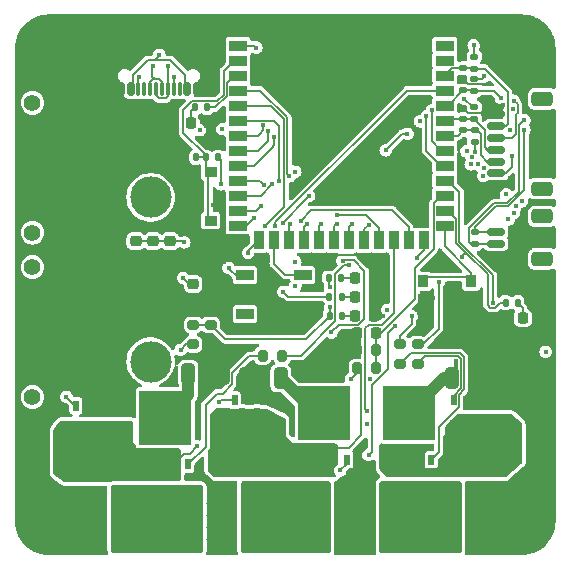
<source format=gtl>
%TF.GenerationSoftware,KiCad,Pcbnew,7.0.10*%
%TF.CreationDate,2024-01-24T13:37:03-05:00*%
%TF.ProjectId,MiniBLDC,4d696e69-424c-4444-932e-6b696361645f,rev?*%
%TF.SameCoordinates,Original*%
%TF.FileFunction,Copper,L1,Top*%
%TF.FilePolarity,Positive*%
%FSLAX46Y46*%
G04 Gerber Fmt 4.6, Leading zero omitted, Abs format (unit mm)*
G04 Created by KiCad (PCBNEW 7.0.10) date 2024-01-24 13:37:03*
%MOMM*%
%LPD*%
G01*
G04 APERTURE LIST*
G04 Aperture macros list*
%AMRoundRect*
0 Rectangle with rounded corners*
0 $1 Rounding radius*
0 $2 $3 $4 $5 $6 $7 $8 $9 X,Y pos of 4 corners*
0 Add a 4 corners polygon primitive as box body*
4,1,4,$2,$3,$4,$5,$6,$7,$8,$9,$2,$3,0*
0 Add four circle primitives for the rounded corners*
1,1,$1+$1,$2,$3*
1,1,$1+$1,$4,$5*
1,1,$1+$1,$6,$7*
1,1,$1+$1,$8,$9*
0 Add four rect primitives between the rounded corners*
20,1,$1+$1,$2,$3,$4,$5,0*
20,1,$1+$1,$4,$5,$6,$7,0*
20,1,$1+$1,$6,$7,$8,$9,0*
20,1,$1+$1,$8,$9,$2,$3,0*%
G04 Aperture macros list end*
%TA.AperFunction,ComponentPad*%
%ADD10C,1.400000*%
%TD*%
%TA.AperFunction,ComponentPad*%
%ADD11R,3.500000X3.500000*%
%TD*%
%TA.AperFunction,ComponentPad*%
%ADD12C,3.500000*%
%TD*%
%TA.AperFunction,SMDPad,CuDef*%
%ADD13RoundRect,0.150000X0.600000X-0.150000X0.600000X0.150000X-0.600000X0.150000X-0.600000X-0.150000X0*%
%TD*%
%TA.AperFunction,SMDPad,CuDef*%
%ADD14RoundRect,0.250000X0.650000X-0.350000X0.650000X0.350000X-0.650000X0.350000X-0.650000X-0.350000X0*%
%TD*%
%TA.AperFunction,ComponentPad*%
%ADD15C,0.800000*%
%TD*%
%TA.AperFunction,ComponentPad*%
%ADD16C,5.000000*%
%TD*%
%TA.AperFunction,ComponentPad*%
%ADD17C,3.600000*%
%TD*%
%TA.AperFunction,ConnectorPad*%
%ADD18C,5.600000*%
%TD*%
%TA.AperFunction,SMDPad,CuDef*%
%ADD19RoundRect,0.225000X0.225000X0.250000X-0.225000X0.250000X-0.225000X-0.250000X0.225000X-0.250000X0*%
%TD*%
%TA.AperFunction,SMDPad,CuDef*%
%ADD20R,0.500000X0.850000*%
%TD*%
%TA.AperFunction,SMDPad,CuDef*%
%ADD21R,4.410000X4.550000*%
%TD*%
%TA.AperFunction,SMDPad,CuDef*%
%ADD22RoundRect,0.200000X0.200000X0.275000X-0.200000X0.275000X-0.200000X-0.275000X0.200000X-0.275000X0*%
%TD*%
%TA.AperFunction,SMDPad,CuDef*%
%ADD23RoundRect,0.200000X-0.200000X-0.275000X0.200000X-0.275000X0.200000X0.275000X-0.200000X0.275000X0*%
%TD*%
%TA.AperFunction,SMDPad,CuDef*%
%ADD24RoundRect,0.140000X0.170000X-0.140000X0.170000X0.140000X-0.170000X0.140000X-0.170000X-0.140000X0*%
%TD*%
%TA.AperFunction,SMDPad,CuDef*%
%ADD25RoundRect,0.135000X-0.135000X-0.185000X0.135000X-0.185000X0.135000X0.185000X-0.135000X0.185000X0*%
%TD*%
%TA.AperFunction,SMDPad,CuDef*%
%ADD26RoundRect,0.250000X-0.325000X-0.650000X0.325000X-0.650000X0.325000X0.650000X-0.325000X0.650000X0*%
%TD*%
%TA.AperFunction,SMDPad,CuDef*%
%ADD27RoundRect,0.200000X0.275000X-0.200000X0.275000X0.200000X-0.275000X0.200000X-0.275000X-0.200000X0*%
%TD*%
%TA.AperFunction,SMDPad,CuDef*%
%ADD28RoundRect,0.218750X0.218750X0.256250X-0.218750X0.256250X-0.218750X-0.256250X0.218750X-0.256250X0*%
%TD*%
%TA.AperFunction,SMDPad,CuDef*%
%ADD29RoundRect,0.135000X-0.185000X0.135000X-0.185000X-0.135000X0.185000X-0.135000X0.185000X0.135000X0*%
%TD*%
%TA.AperFunction,SMDPad,CuDef*%
%ADD30RoundRect,0.225000X-0.250000X0.225000X-0.250000X-0.225000X0.250000X-0.225000X0.250000X0.225000X0*%
%TD*%
%TA.AperFunction,HeatsinkPad*%
%ADD31C,0.600000*%
%TD*%
%TA.AperFunction,SMDPad,CuDef*%
%ADD32R,3.900000X3.900000*%
%TD*%
%TA.AperFunction,SMDPad,CuDef*%
%ADD33R,1.500000X0.900000*%
%TD*%
%TA.AperFunction,SMDPad,CuDef*%
%ADD34R,0.900000X1.500000*%
%TD*%
%TA.AperFunction,SMDPad,CuDef*%
%ADD35RoundRect,0.135000X0.135000X0.185000X-0.135000X0.185000X-0.135000X-0.185000X0.135000X-0.185000X0*%
%TD*%
%TA.AperFunction,SMDPad,CuDef*%
%ADD36R,0.900000X1.000000*%
%TD*%
%TA.AperFunction,SMDPad,CuDef*%
%ADD37RoundRect,0.200000X-0.275000X0.200000X-0.275000X-0.200000X0.275000X-0.200000X0.275000X0.200000X0*%
%TD*%
%TA.AperFunction,SMDPad,CuDef*%
%ADD38RoundRect,0.140000X-0.170000X0.140000X-0.170000X-0.140000X0.170000X-0.140000X0.170000X0.140000X0*%
%TD*%
%TA.AperFunction,SMDPad,CuDef*%
%ADD39RoundRect,0.140000X0.140000X0.170000X-0.140000X0.170000X-0.140000X-0.170000X0.140000X-0.170000X0*%
%TD*%
%TA.AperFunction,SMDPad,CuDef*%
%ADD40RoundRect,0.218750X-0.218750X-0.256250X0.218750X-0.256250X0.218750X0.256250X-0.218750X0.256250X0*%
%TD*%
%TA.AperFunction,ComponentPad*%
%ADD41O,1.000000X1.800000*%
%TD*%
%TA.AperFunction,ComponentPad*%
%ADD42O,1.000000X2.100000*%
%TD*%
%TA.AperFunction,SMDPad,CuDef*%
%ADD43RoundRect,0.150000X0.150000X0.425000X-0.150000X0.425000X-0.150000X-0.425000X0.150000X-0.425000X0*%
%TD*%
%TA.AperFunction,SMDPad,CuDef*%
%ADD44RoundRect,0.075000X0.075000X0.500000X-0.075000X0.500000X-0.075000X-0.500000X0.075000X-0.500000X0*%
%TD*%
%TA.AperFunction,ComponentPad*%
%ADD45C,0.600000*%
%TD*%
%TA.AperFunction,SMDPad,CuDef*%
%ADD46R,2.000000X0.600000*%
%TD*%
%TA.AperFunction,SMDPad,CuDef*%
%ADD47R,1.000000X0.900000*%
%TD*%
%TA.AperFunction,SMDPad,CuDef*%
%ADD48RoundRect,0.250000X0.325000X0.650000X-0.325000X0.650000X-0.325000X-0.650000X0.325000X-0.650000X0*%
%TD*%
%TA.AperFunction,SMDPad,CuDef*%
%ADD49RoundRect,0.135000X0.185000X-0.135000X0.185000X0.135000X-0.185000X0.135000X-0.185000X-0.135000X0*%
%TD*%
%TA.AperFunction,ViaPad*%
%ADD50C,0.450000*%
%TD*%
%TA.AperFunction,ViaPad*%
%ADD51C,0.500000*%
%TD*%
%TA.AperFunction,Conductor*%
%ADD52C,0.127000*%
%TD*%
%TA.AperFunction,Conductor*%
%ADD53C,0.300000*%
%TD*%
%TA.AperFunction,Conductor*%
%ADD54C,1.000000*%
%TD*%
%TA.AperFunction,Conductor*%
%ADD55C,0.200000*%
%TD*%
G04 APERTURE END LIST*
D10*
%TO.P,J13,*%
%TO.N,*%
X134450000Y-116085000D03*
X134450000Y-105085000D03*
D11*
%TO.P,J13,1,Pin_1*%
%TO.N,GND*%
X144450000Y-108085000D03*
D12*
%TO.P,J13,2,Pin_2*%
%TO.N,/VM*%
X144450000Y-113085000D03*
%TD*%
D13*
%TO.P,J1,1,Pin_1*%
%TO.N,+5V*%
X173700000Y-111050000D03*
%TO.P,J1,2,Pin_2*%
%TO.N,/HALL3*%
X173700000Y-110050000D03*
%TO.P,J1,3,Pin_3*%
%TO.N,/HALL2*%
X173700000Y-109050000D03*
%TO.P,J1,4,Pin_4*%
%TO.N,/HALL1*%
X173700000Y-108050000D03*
%TO.P,J1,5,Pin_5*%
%TO.N,/MOTOR_TEMP*%
X173700000Y-107050000D03*
%TO.P,J1,6,Pin_6*%
%TO.N,GND*%
X173700000Y-106050000D03*
D14*
%TO.P,J1,MP*%
%TO.N,N/C*%
X177600000Y-112350000D03*
X177600000Y-104750000D03*
%TD*%
D13*
%TO.P,J3,1,Pin_1*%
%TO.N,Net-(J3-Pin_1)*%
X173700000Y-117000000D03*
%TO.P,J3,2,Pin_2*%
%TO.N,Net-(J3-Pin_2)*%
X173700000Y-116000000D03*
D14*
%TO.P,J3,MP*%
%TO.N,N/C*%
X177600000Y-114700000D03*
X177600000Y-118300000D03*
%TD*%
D12*
%TO.P,J2,2,Pin_2*%
%TO.N,/VM*%
X144450000Y-126985000D03*
D11*
%TO.P,J2,1,Pin_1*%
%TO.N,GND*%
X144450000Y-121985000D03*
D10*
%TO.P,J2,*%
%TO.N,*%
X134450000Y-118985000D03*
X134450000Y-129985000D03*
%TD*%
D15*
%TO.P,J8,1,Pin_1*%
%TO.N,Net-(J8-Pin_1)*%
X147425000Y-140185000D03*
X146875825Y-141510825D03*
X146875825Y-138859175D03*
X145550000Y-142060000D03*
D16*
X145550000Y-140185000D03*
D15*
X145550000Y-138310000D03*
X144224175Y-141510825D03*
X144224175Y-138859175D03*
X143675000Y-140185000D03*
%TD*%
%TO.P,J7,1,Pin_1*%
%TO.N,Net-(J7-Pin_1)*%
X158225000Y-140185000D03*
X157675825Y-141510825D03*
X157675825Y-138859175D03*
X156350000Y-142060000D03*
D16*
X156350000Y-140185000D03*
D15*
X156350000Y-138310000D03*
X155024175Y-141510825D03*
X155024175Y-138859175D03*
X154475000Y-140185000D03*
%TD*%
%TO.P,J6,1,Pin_1*%
%TO.N,Net-(J6-Pin_1)*%
X169025000Y-140185000D03*
X168475825Y-141510825D03*
X168475825Y-138859175D03*
X167150000Y-142060000D03*
D16*
X167150000Y-140185000D03*
D15*
X167150000Y-138310000D03*
X165824175Y-141510825D03*
X165824175Y-138859175D03*
X165275000Y-140185000D03*
%TD*%
D17*
%TO.P,H4,1,1*%
%TO.N,GND*%
X175850000Y-140485000D03*
D18*
X175850000Y-140485000D03*
%TD*%
%TO.P,H3,1,1*%
%TO.N,GND*%
X135850000Y-140485000D03*
D17*
X135850000Y-140485000D03*
%TD*%
%TO.P,H2,1,1*%
%TO.N,GND*%
X175850000Y-100485000D03*
D18*
X175850000Y-100485000D03*
%TD*%
D17*
%TO.P,H1,1,1*%
%TO.N,GND*%
X135850000Y-100485000D03*
D18*
X135850000Y-100485000D03*
%TD*%
D19*
%TO.P,C30,2*%
%TO.N,GND*%
X161960877Y-124564789D03*
%TO.P,C30,1*%
%TO.N,/PHASE_V_FILTERED*%
X163510877Y-124564789D03*
%TD*%
D20*
%TO.P,Q3,1,S*%
%TO.N,/PHASE_V_RAW*%
X157260000Y-135289061D03*
%TO.P,Q3,2,S*%
X158530000Y-135289061D03*
%TO.P,Q3,3,S*%
X159800000Y-135289061D03*
%TO.P,Q3,4,G*%
%TO.N,Net-(Q3-G)*%
X161070000Y-135289061D03*
D21*
%TO.P,Q3,5,D*%
%TO.N,/VM*%
X159165000Y-131339061D03*
%TD*%
D22*
%TO.P,R26,2*%
%TO.N,GND*%
X161921433Y-126050000D03*
%TO.P,R26,1*%
%TO.N,/PHASE_V_FILTERED*%
X163571433Y-126050000D03*
%TD*%
D23*
%TO.P,R25,2*%
%TO.N,/PHASE_V_FILTERED*%
X163571754Y-127550000D03*
%TO.P,R25,1*%
%TO.N,/PHASE_V_RAW*%
X161921754Y-127550000D03*
%TD*%
D24*
%TO.P,C45,1*%
%TO.N,/HALL2*%
X170920000Y-106455000D03*
%TO.P,C45,2*%
%TO.N,GND*%
X170920000Y-105495000D03*
%TD*%
D25*
%TO.P,R16,1,1*%
%TO.N,/Power/FAULT*%
X174500000Y-122000000D03*
%TO.P,R16,2,2*%
%TO.N,Net-(D2-A)*%
X175520000Y-122000000D03*
%TD*%
D26*
%TO.P,C1,1*%
%TO.N,/VM*%
X169975000Y-128400000D03*
%TO.P,C1,2*%
%TO.N,GND*%
X172925000Y-128400000D03*
%TD*%
D27*
%TO.P,R2,2*%
%TO.N,/Power/LSW*%
X167050000Y-125525000D03*
%TO.P,R2,1*%
%TO.N,Net-(Q2-G)*%
X167050000Y-127175000D03*
%TD*%
D28*
%TO.P,D1,2,A*%
%TO.N,Net-(D1-A)*%
X147859999Y-106800000D03*
%TO.P,D1,1,K*%
%TO.N,GND*%
X149434999Y-106800000D03*
%TD*%
D29*
%TO.P,R35,1*%
%TO.N,+3V3*%
X171870000Y-101160000D03*
%TO.P,R35,2*%
%TO.N,/MOTOR_TEMP*%
X171870000Y-102180000D03*
%TD*%
D30*
%TO.P,C35,1*%
%TO.N,Net-(IC2-SS)*%
X144650763Y-116799999D03*
%TO.P,C35,2*%
%TO.N,GND*%
X144650763Y-118349999D03*
%TD*%
D27*
%TO.P,R39,1*%
%TO.N,/VM*%
X148050000Y-125525000D03*
%TO.P,R39,2*%
%TO.N,/V_M_FILTERED*%
X148050000Y-123875000D03*
%TD*%
D31*
%TO.P,U8,41,GND*%
%TO.N,GND*%
X160500000Y-107385000D03*
X160500000Y-105985000D03*
X159800000Y-108085000D03*
X159800000Y-106685000D03*
X159800000Y-105285000D03*
X159100000Y-107385000D03*
D32*
X159100000Y-106685000D03*
D31*
X159100000Y-105985000D03*
X158400000Y-108085000D03*
X158400000Y-106685000D03*
X158400000Y-105285000D03*
X157700000Y-107385000D03*
X157700000Y-105985000D03*
D33*
%TO.P,U8,40,GND*%
X169350000Y-98965000D03*
%TO.P,U8,39,GPIO1/TOUCH1/ADC1_CH0*%
%TO.N,I2C_SCL*%
X169350000Y-100235000D03*
%TO.P,U8,38,GPIO2/TOUCH2/ADC1_CH1*%
%TO.N,I2C_SDA*%
X169350000Y-101505000D03*
%TO.P,U8,37,U0TXD/GPIO43/CLK_OUT1*%
%TO.N,/MOTOR_TEMP*%
X169350000Y-102775000D03*
%TO.P,U8,36,U0RXD/GPIO44/CLK_OUT2*%
%TO.N,/MCU/MAG_CLK*%
X169350000Y-104045000D03*
%TO.P,U8,35,MTMS/GPIO42*%
%TO.N,/HALL1*%
X169350000Y-105315000D03*
%TO.P,U8,34,MTDI/GPIO41/CLK_OUT1*%
%TO.N,/HALL2*%
X169350000Y-106585000D03*
%TO.P,U8,33,MTDO/GPIO40/CLK_OUT2*%
%TO.N,/HALL3*%
X169350000Y-107855000D03*
%TO.P,U8,32,MTCK/GPIO39/CLK_OUT3/SUBSPICS1*%
%TO.N,/CAN_RX*%
X169350000Y-109125000D03*
%TO.P,U8,31,GPIO38/FSPIWP/SUBSPIWP*%
%TO.N,/CAN_TX*%
X169350000Y-110395000D03*
%TO.P,U8,30,SPIDQS/GPIO37/FSPIQ/SUBSPIQ*%
%TO.N,/PHASE_W_FILTERED*%
X169350000Y-111665000D03*
%TO.P,U8,29,SPIIO7/GPIO36/FSPICLK/SUBSPICLK*%
%TO.N,/PHASE_V_FILTERED*%
X169350000Y-112935000D03*
%TO.P,U8,28,SPIIO6/GPIO35/FSPID/SUBSPID*%
%TO.N,/Power/FAULT*%
X169350000Y-114205000D03*
%TO.P,U8,27,GPIO0/BOOT*%
%TO.N,BOOT*%
X169350000Y-115475000D03*
D34*
%TO.P,U8,26,GPIO45*%
%TO.N,/MCU/DRV_ENABLE*%
X167585000Y-116725000D03*
%TO.P,U8,25,GPIO48/SPICLK_N/SUBSPICLK_N_DIFF*%
%TO.N,/V_M_FILTERED*%
X166315000Y-116725000D03*
%TO.P,U8,24,GPIO47/SPICLK_P/SUBSPICLK_P_DIFF*%
%TO.N,/PCB_TEMP*%
X165045000Y-116725000D03*
%TO.P,U8,23,GPIO21*%
%TO.N,/PHASE_U_FILTERED*%
X163775000Y-116725000D03*
%TO.P,U8,22,GPIO14/TOUCH14/ADC2_CH3/FSPIWP/FSPIDQS/SUBSPIWP*%
%TO.N,/MCU/WL*%
X162505000Y-116725000D03*
%TO.P,U8,21,GPIO13/TOUCH13/ADC2_CH2/FSPIQ/FSPIIO7/SUBSPIQ*%
%TO.N,/MCU/WH*%
X161235000Y-116725000D03*
%TO.P,U8,20,GPIO12/TOUCH12/ADC2_CH1/FSPICLK/FSPIIO6/SUBSPICLK*%
%TO.N,/MCU/VL*%
X159965000Y-116725000D03*
%TO.P,U8,19,GPIO11/TOUCH11/ADC2_CH0/FSPID/FSPIIO5/SUBSPID*%
%TO.N,/MCU/VH*%
X158695000Y-116725000D03*
%TO.P,U8,18,GPIO10/TOUCH10/ADC1_CH9/FSPICS0/FSPIIO4/SUBSPICS0*%
%TO.N,/MCU/UL*%
X157425000Y-116725000D03*
%TO.P,U8,17,GPIO9/TOUCH9/ADC1_CH8/FSPIHD/SUBSPIHD*%
%TO.N,/MCU/UH*%
X156155000Y-116725000D03*
%TO.P,U8,16,GPIO46*%
%TO.N,/MCU/IO2*%
X154885000Y-116725000D03*
%TO.P,U8,15,GPIO3/TOUCH3/ADC1_CH2*%
%TO.N,/MCU/MAG_CSN*%
X153615000Y-116725000D03*
D33*
%TO.P,U8,14,GPIO20/U1CTS/ADC2_CH9/CLK_OUT1/USB_D+*%
%TO.N,MCU_D+*%
X151850000Y-115475000D03*
%TO.P,U8,13,GPIO19/U1RTS/ADC2_CH8/CLK_OUT2/USB_D-*%
%TO.N,MCU_D-*%
X151850000Y-114205000D03*
%TO.P,U8,12,GPIO8/TOUCH8/ADC1_CH7/SUBSPICS1*%
%TO.N,/MCU/DRV_MOSI*%
X151850000Y-112935000D03*
%TO.P,U8,11,GPIO18/U1RXD/ADC2_CH7/CLK_OUT3*%
%TO.N,/MCU/DRV_MISO*%
X151850000Y-111665000D03*
%TO.P,U8,10,GPIO17/U1TXD/ADC2_CH6*%
%TO.N,/CUR_U*%
X151850000Y-110395000D03*
%TO.P,U8,9,GPIO16/U0CTS/ADC2_CH5/XTAL_32K_NH5*%
%TO.N,/CUR_V*%
X151850000Y-109125000D03*
%TO.P,U8,8,GPIO15/U0RTS/ADC2_CH4/XTAL_32K_P*%
%TO.N,/CUR_W*%
X151850000Y-107855000D03*
%TO.P,U8,7,GPIO7/TOUCH7/ADC1_CH6*%
%TO.N,/MCU/DRV_SCK*%
X151850000Y-106585000D03*
%TO.P,U8,6,GPIO6/TOUCH6/ADC1_CH5*%
%TO.N,/MCU/MAG_DO*%
X151850000Y-105315000D03*
%TO.P,U8,5,GPIO5/TOUCH5/ADC1_CH4*%
%TO.N,/MCU/DRV_NCS*%
X151850000Y-104045000D03*
%TO.P,U8,4,GPIO4/TOUCH4/ADC1_CH3*%
%TO.N,/MCU/LED*%
X151850000Y-102775000D03*
%TO.P,U8,3,EN*%
%TO.N,EN*%
X151850000Y-101505000D03*
%TO.P,U8,2,3V3*%
%TO.N,+3V3*%
X151850000Y-100235000D03*
%TO.P,U8,1,GND*%
%TO.N,GND*%
X151850000Y-98965000D03*
%TD*%
D35*
%TO.P,R82,1*%
%TO.N,+3V3*%
X150160000Y-109700000D03*
%TO.P,R82,2*%
%TO.N,EN*%
X149140000Y-109700000D03*
%TD*%
D36*
%TO.P,SW3,1,C*%
%TO.N,BOOT*%
X167500000Y-120175000D03*
X171600000Y-120175000D03*
%TO.P,SW3,2,D*%
%TO.N,GND*%
X167500000Y-121775000D03*
X171600000Y-121775000D03*
%TD*%
D23*
%TO.P,R9,2*%
%TO.N,/Power/HSU*%
X155575000Y-126500000D03*
%TO.P,R9,1*%
%TO.N,Net-(Q5-G)*%
X153925000Y-126500000D03*
%TD*%
D26*
%TO.P,C3,2*%
%TO.N,GND*%
X150575000Y-128050000D03*
%TO.P,C3,1*%
%TO.N,/VM*%
X147625000Y-128050000D03*
%TD*%
D29*
%TO.P,R34,1*%
%TO.N,+3V3*%
X171870000Y-103030000D03*
%TO.P,R34,2*%
%TO.N,/HALL1*%
X171870000Y-104050000D03*
%TD*%
D28*
%TO.P,D4,2,A*%
%TO.N,Net-(D4-A)*%
X161757501Y-119900000D03*
%TO.P,D4,1,K*%
%TO.N,GND*%
X163332501Y-119900000D03*
%TD*%
D27*
%TO.P,R1,1*%
%TO.N,Net-(Q1-G)*%
X165550000Y-127175000D03*
%TO.P,R1,2*%
%TO.N,/Power/HSW*%
X165550000Y-125525000D03*
%TD*%
D24*
%TO.P,C46,2*%
%TO.N,GND*%
X170920000Y-103070000D03*
%TO.P,C46,1*%
%TO.N,/HALL1*%
X170920000Y-104030000D03*
%TD*%
D30*
%TO.P,C22,1*%
%TO.N,Net-(IC2-VCC)*%
X148050000Y-120425000D03*
%TO.P,C22,2*%
%TO.N,GND*%
X148050000Y-121975000D03*
%TD*%
D29*
%TO.P,R33,2*%
%TO.N,/HALL2*%
X171870000Y-106475000D03*
%TO.P,R33,1*%
%TO.N,+3V3*%
X171870000Y-105455000D03*
%TD*%
D33*
%TO.P,IC3,1,VDD*%
%TO.N,+3V3*%
X152450000Y-119650000D03*
%TO.P,IC3,2,DOUT*%
%TO.N,unconnected-(IC3-DOUT-Pad2)*%
X152450000Y-122950000D03*
%TO.P,IC3,3,VSS*%
%TO.N,GND*%
X157350000Y-122950000D03*
%TO.P,IC3,4,DIN*%
%TO.N,/MCU/IO2*%
X157350000Y-119650000D03*
%TD*%
D20*
%TO.P,Q4,1,S*%
%TO.N,GND*%
X155370000Y-130245000D03*
%TO.P,Q4,2,S*%
X154100000Y-130245000D03*
%TO.P,Q4,3,S*%
X152830000Y-130245000D03*
%TO.P,Q4,4,G*%
%TO.N,Net-(Q4-G)*%
X151560000Y-130245000D03*
D21*
%TO.P,Q4,5,D*%
%TO.N,/PHASE_V_RAW*%
X153465000Y-134195000D03*
%TD*%
%TO.P,Q6,5,D*%
%TO.N,/PHASE_U_RAW*%
X140030000Y-134660000D03*
D20*
%TO.P,Q6,4,G*%
%TO.N,Net-(Q6-G)*%
X138125000Y-130710000D03*
%TO.P,Q6,3,S*%
%TO.N,GND*%
X139395000Y-130710000D03*
%TO.P,Q6,2,S*%
X140665000Y-130710000D03*
%TO.P,Q6,1,S*%
X141935000Y-130710000D03*
%TD*%
%TO.P,Q5,1,S*%
%TO.N,/PHASE_U_RAW*%
X143800000Y-135695000D03*
%TO.P,Q5,2,S*%
X145070000Y-135695000D03*
%TO.P,Q5,3,S*%
X146340000Y-135695000D03*
%TO.P,Q5,4,G*%
%TO.N,Net-(Q5-G)*%
X147610000Y-135695000D03*
D21*
%TO.P,Q5,5,D*%
%TO.N,/VM*%
X145705000Y-131745000D03*
%TD*%
D28*
%TO.P,D3,1,K*%
%TO.N,GND*%
X163345001Y-123100000D03*
%TO.P,D3,2,A*%
%TO.N,Net-(D3-A)*%
X161770001Y-123100000D03*
%TD*%
D37*
%TO.P,R40,1*%
%TO.N,/V_M_FILTERED*%
X149522772Y-123873824D03*
%TO.P,R40,2*%
%TO.N,GND*%
X149522772Y-125523824D03*
%TD*%
D29*
%TO.P,R36,1*%
%TO.N,Net-(J3-Pin_2)*%
X171950000Y-115999999D03*
%TO.P,R36,2*%
%TO.N,Net-(J3-Pin_1)*%
X171950000Y-117019999D03*
%TD*%
D20*
%TO.P,Q1,1,S*%
%TO.N,/PHASE_W_RAW*%
X164400000Y-135300000D03*
%TO.P,Q1,2,S*%
X165670000Y-135300000D03*
%TO.P,Q1,3,S*%
X166940000Y-135300000D03*
%TO.P,Q1,4,G*%
%TO.N,Net-(Q1-G)*%
X168210000Y-135300000D03*
D21*
%TO.P,Q1,5,D*%
%TO.N,/VM*%
X166305000Y-131350000D03*
%TD*%
D38*
%TO.P,C32,1*%
%TO.N,/HALL3*%
X170900000Y-107400000D03*
%TO.P,C32,2*%
%TO.N,GND*%
X170900000Y-108360000D03*
%TD*%
D39*
%TO.P,C70,1*%
%TO.N,EN*%
X148280000Y-109700000D03*
%TO.P,C70,2*%
%TO.N,GND*%
X147320000Y-109700000D03*
%TD*%
D20*
%TO.P,Q2,1,S*%
%TO.N,GND*%
X173910000Y-130245000D03*
%TO.P,Q2,2,S*%
X172640000Y-130245000D03*
%TO.P,Q2,3,S*%
X171370000Y-130245000D03*
%TO.P,Q2,4,G*%
%TO.N,Net-(Q2-G)*%
X170100000Y-130245000D03*
D21*
%TO.P,Q2,5,D*%
%TO.N,/PHASE_W_RAW*%
X172005000Y-134195000D03*
%TD*%
D30*
%TO.P,C36,1*%
%TO.N,Net-(IC2-SS)*%
X146130000Y-116800000D03*
%TO.P,C36,2*%
%TO.N,GND*%
X146130000Y-118350000D03*
%TD*%
D40*
%TO.P,D2,1,K*%
%TO.N,GND*%
X174397501Y-123300000D03*
%TO.P,D2,2,A*%
%TO.N,Net-(D2-A)*%
X175972501Y-123300000D03*
%TD*%
D24*
%TO.P,C47,2*%
%TO.N,GND*%
X170920000Y-101200000D03*
%TO.P,C47,1*%
%TO.N,/MOTOR_TEMP*%
X170920000Y-102160000D03*
%TD*%
D25*
%TO.P,R32,1,1*%
%TO.N,Net-(D1-A)*%
X148200000Y-105475000D03*
%TO.P,R32,2,2*%
%TO.N,/MCU/LED*%
X149220000Y-105475000D03*
%TD*%
D41*
%TO.P,J14,S1,SHIELD*%
%TO.N,GND*%
X140835000Y-99120000D03*
D42*
X140835000Y-103300000D03*
D41*
X149475000Y-99120000D03*
D42*
X149475000Y-103300000D03*
D43*
%TO.P,J14,B12,GND*%
X148355000Y-103875000D03*
%TO.P,J14,B9,VBUS*%
%TO.N,VBUS*%
X147555000Y-103875000D03*
D44*
%TO.P,J14,B8,SBU2*%
%TO.N,unconnected-(J14-SBU2-PadB8)*%
X146905000Y-103875000D03*
%TO.P,J14,B7,D-*%
%TO.N,USB_D-*%
X145905000Y-103875000D03*
%TO.P,J14,B6,D+*%
%TO.N,USB_D+*%
X144405000Y-103875000D03*
%TO.P,J14,B5,CC2*%
%TO.N,Net-(J14-CC2)*%
X143405000Y-103875000D03*
D43*
%TO.P,J14,B4,VBUS*%
%TO.N,VBUS*%
X142755000Y-103875000D03*
%TO.P,J14,B1,GND*%
%TO.N,GND*%
X141955000Y-103875000D03*
%TO.P,J14,A12,GND*%
X141955000Y-103875000D03*
%TO.P,J14,A9,VBUS*%
%TO.N,VBUS*%
X142755000Y-103875000D03*
D44*
%TO.P,J14,A8,SBU1*%
%TO.N,unconnected-(J14-SBU1-PadA8)*%
X143905000Y-103875000D03*
%TO.P,J14,A7,D-*%
%TO.N,USB_D-*%
X144905000Y-103875000D03*
%TO.P,J14,A6,D+*%
%TO.N,USB_D+*%
X145405000Y-103875000D03*
%TO.P,J14,A5,CC1*%
%TO.N,Net-(J14-CC1)*%
X146405000Y-103875000D03*
D43*
%TO.P,J14,A4,VBUS*%
%TO.N,VBUS*%
X147555000Y-103875000D03*
%TO.P,J14,A1,GND*%
%TO.N,GND*%
X148355000Y-103875000D03*
%TD*%
D45*
%TO.P,IC2,11,GND_2*%
%TO.N,GND*%
X148100000Y-118287500D03*
D46*
X148800000Y-118287500D03*
D45*
X149500000Y-118287500D03*
%TD*%
D28*
%TO.P,D5,1,K*%
%TO.N,GND*%
X163332501Y-121500000D03*
%TO.P,D5,2,A*%
%TO.N,Net-(D5-A)*%
X161757501Y-121500000D03*
%TD*%
D47*
%TO.P,SW1,2,D*%
%TO.N,GND*%
X147930000Y-115050000D03*
X147930000Y-110950000D03*
%TO.P,SW1,1,C*%
%TO.N,EN*%
X149530000Y-115050000D03*
X149530000Y-110950000D03*
%TD*%
D35*
%TO.P,R38,2,2*%
%TO.N,+3V3*%
X159535001Y-119900000D03*
%TO.P,R38,1,1*%
%TO.N,Net-(D4-A)*%
X160555001Y-119900000D03*
%TD*%
D48*
%TO.P,C2,2*%
%TO.N,GND*%
X152525000Y-128400000D03*
%TO.P,C2,1*%
%TO.N,/VM*%
X155475000Y-128400000D03*
%TD*%
D49*
%TO.P,R30,2*%
%TO.N,/HALL3*%
X171875000Y-107365000D03*
%TO.P,R30,1*%
%TO.N,+3V3*%
X171875000Y-108385000D03*
%TD*%
D35*
%TO.P,R42,1,1*%
%TO.N,Net-(D5-A)*%
X160615000Y-121500000D03*
%TO.P,R42,2,2*%
%TO.N,+5V*%
X159595000Y-121500000D03*
%TD*%
%TO.P,R37,1,1*%
%TO.N,Net-(D3-A)*%
X160620000Y-123100000D03*
%TO.P,R37,2,2*%
%TO.N,/V_M_FILTERED*%
X159600000Y-123100000D03*
%TD*%
D30*
%TO.P,C34,1*%
%TO.N,Net-(IC2-SS)*%
X143180000Y-116800000D03*
%TO.P,C34,2*%
%TO.N,GND*%
X143180000Y-118350000D03*
%TD*%
D50*
%TO.N,GND*%
X134400000Y-107500000D03*
X134400000Y-113500000D03*
X136400000Y-107500000D03*
X135400000Y-112500000D03*
X136400000Y-111500000D03*
X136400000Y-113500000D03*
X134400000Y-109500000D03*
X134400000Y-111500000D03*
X135400000Y-108500000D03*
X136400000Y-109500000D03*
X135400000Y-110500000D03*
X134400000Y-121400000D03*
X134400000Y-123400000D03*
X136400000Y-121400000D03*
X136400000Y-123400000D03*
X135400000Y-122400000D03*
X135400000Y-124400000D03*
X141400000Y-112500000D03*
X140400000Y-113500000D03*
X141400000Y-110500000D03*
X138400000Y-111500000D03*
X140400000Y-107500000D03*
X138400000Y-107500000D03*
X141400000Y-108500000D03*
X138400000Y-109500000D03*
X139400000Y-112500000D03*
X140400000Y-111500000D03*
X140400000Y-109500000D03*
X137400000Y-108500000D03*
X137400000Y-112500000D03*
X139400000Y-110500000D03*
X138400000Y-113500000D03*
X139400000Y-108500000D03*
X137400000Y-110500000D03*
X137400000Y-122400000D03*
X138400000Y-121400000D03*
X139400000Y-122400000D03*
X139400000Y-124400000D03*
X138400000Y-123400000D03*
X175800000Y-127500000D03*
X175800000Y-128500000D03*
X175800000Y-126500000D03*
X175300000Y-126000000D03*
X175300000Y-127000000D03*
X175300000Y-128000000D03*
X175300000Y-129000000D03*
X174800000Y-128500000D03*
X174800000Y-127500000D03*
X174800000Y-126500000D03*
X174300000Y-126000000D03*
X164150000Y-123150000D03*
X171950000Y-129150000D03*
D51*
%TO.N,/PHASE_W_RAW*%
X164750000Y-136250000D03*
X164750000Y-134300000D03*
D50*
%TO.N,GND*%
X168900000Y-118475000D03*
X167775000Y-115325000D03*
X166975000Y-115350000D03*
%TO.N,+3V3*%
X171950000Y-109207000D03*
%TO.N,/HALL1*%
X174100000Y-104650000D03*
X175200000Y-104900000D03*
%TO.N,+3V3*%
X171000000Y-104750000D03*
%TO.N,GND*%
X173000000Y-103450000D03*
%TO.N,+3V3*%
X172700000Y-102850000D03*
X171800000Y-100205000D03*
%TO.N,GND*%
X174300000Y-127000000D03*
X174300000Y-128000000D03*
X174300000Y-129000000D03*
X148800000Y-128200000D03*
X148800000Y-127400000D03*
X149300000Y-127100000D03*
X149300000Y-127800000D03*
X149300000Y-128600000D03*
X159900000Y-127900000D03*
X160300000Y-128500000D03*
X158900000Y-127900000D03*
X159400000Y-128500000D03*
X158400000Y-128500000D03*
X156800000Y-128000000D03*
X153600000Y-129400000D03*
X154200000Y-128900000D03*
X163050000Y-128450000D03*
X162250000Y-107250000D03*
X175965817Y-114196069D03*
%TO.N,+3V3*%
X174550000Y-112809086D03*
%TO.N,GND*%
X157550000Y-124350000D03*
%TO.N,+3V3*%
X150400000Y-111975000D03*
%TO.N,GND*%
X150650000Y-118550000D03*
X148150000Y-116450000D03*
X177400000Y-110500000D03*
X149750000Y-113700000D03*
%TO.N,+5V*%
X156700000Y-110900000D03*
X175050000Y-109600000D03*
%TO.N,GND*%
X175050000Y-112050000D03*
%TO.N,/V_M_FILTERED*%
X157150000Y-115050000D03*
X159679001Y-122350000D03*
%TO.N,/VM*%
X177900000Y-126150000D03*
X170318803Y-126931197D03*
%TO.N,GND*%
X168350000Y-121600000D03*
X155000000Y-123850000D03*
%TO.N,/MCU/DRV_ENABLE*%
X167009512Y-118240487D03*
%TO.N,/Power/LSW*%
X168850000Y-120250000D03*
%TO.N,Net-(J6-Pin_1)*%
X164800000Y-138100000D03*
X165300000Y-137600000D03*
X164300000Y-137600000D03*
X164300000Y-138600000D03*
X170300000Y-138700000D03*
X170300000Y-139700000D03*
X170300000Y-140700000D03*
X169300000Y-142700000D03*
X169800000Y-142200000D03*
X170300000Y-142700000D03*
X170300000Y-141700000D03*
X164800000Y-142200000D03*
X164300000Y-141700000D03*
X165300000Y-142700000D03*
X164300000Y-142700000D03*
%TO.N,Net-(J7-Pin_1)*%
X152979899Y-139171573D03*
X152479897Y-142671573D03*
X158279898Y-142671573D03*
X158779898Y-142171573D03*
X159279898Y-141671573D03*
X152979897Y-142171573D03*
X153479897Y-141671572D03*
X152979899Y-141171572D03*
X153479897Y-142671573D03*
X152479898Y-141671572D03*
X154479899Y-142671573D03*
X152479899Y-139671573D03*
X152979899Y-140171573D03*
X159279898Y-142671573D03*
X152479899Y-140671573D03*
X153979899Y-142171573D03*
%TO.N,Net-(J8-Pin_1)*%
X143100000Y-142200000D03*
X143600000Y-142700000D03*
X147400000Y-142700000D03*
X147900000Y-142200000D03*
X148400000Y-141700000D03*
X148400000Y-142700000D03*
X142600000Y-141700000D03*
X141600000Y-139700000D03*
X142100000Y-140200000D03*
X142100000Y-141200000D03*
X141600000Y-140700000D03*
X141600000Y-141700000D03*
X142100000Y-142200000D03*
X142600000Y-142700000D03*
X141600000Y-142700000D03*
%TO.N,GND*%
X134500000Y-133600000D03*
X133500000Y-133600000D03*
X134500000Y-132600000D03*
X135000000Y-132100000D03*
X133500000Y-132600000D03*
X134000000Y-132100000D03*
X135000000Y-133100000D03*
X134000000Y-133100000D03*
X135000000Y-135100000D03*
X134000000Y-136100000D03*
X134000000Y-135100000D03*
X135000000Y-134100000D03*
X134500000Y-135600000D03*
X133500000Y-135600000D03*
X133500000Y-134600000D03*
X134500000Y-134600000D03*
X134000000Y-134100000D03*
X135000000Y-136100000D03*
X162300000Y-138500000D03*
X161300000Y-138500000D03*
X161800000Y-139000000D03*
X160800000Y-139000000D03*
X162800000Y-139000000D03*
X162300000Y-139500000D03*
X161300000Y-139500000D03*
X149900000Y-139500000D03*
X149400000Y-139000000D03*
X149400000Y-140000000D03*
X149900000Y-142500000D03*
X149900000Y-141500000D03*
X150400000Y-142000000D03*
X149400000Y-142000000D03*
X149400000Y-141000000D03*
X150400000Y-141000000D03*
X149900000Y-140500000D03*
X150900000Y-142500000D03*
X162300000Y-142500000D03*
X161300000Y-142500000D03*
X162800000Y-142000000D03*
X162300000Y-141500000D03*
X160800000Y-142000000D03*
X161800000Y-142000000D03*
X161300000Y-141500000D03*
X160800000Y-141000000D03*
X161800000Y-141000000D03*
X162800000Y-141000000D03*
X162300000Y-140500000D03*
X161300000Y-140500000D03*
X162800000Y-140000000D03*
X161800000Y-140000000D03*
X160800000Y-140000000D03*
%TO.N,MCU_D-*%
X153800000Y-113800000D03*
%TO.N,/MCU/DRV_MISO*%
X154056197Y-112056197D03*
%TO.N,/CUR_W*%
X153984500Y-107000000D03*
%TO.N,/CUR_V*%
X154400000Y-107500000D03*
%TO.N,/CUR_U*%
X154934500Y-108000000D03*
%TO.N,MCU_D+*%
X153200000Y-114800000D03*
%TO.N,+5V*%
X157875000Y-112975000D03*
X155625000Y-115225000D03*
%TO.N,/PHASE_U_FILTERED*%
X160206303Y-114581303D03*
%TO.N,+5V*%
X155700000Y-121075000D03*
%TO.N,+3V3*%
X159625000Y-120675000D03*
%TO.N,/Power/FAULT*%
X170843697Y-118143697D03*
%TO.N,/MCU/UH*%
X172675000Y-110625000D03*
%TO.N,/MCU/UL*%
X172600000Y-111250000D03*
%TO.N,/Power/5VOUT*%
X164350000Y-109100000D03*
%TO.N,+3V3*%
X164500000Y-122600000D03*
X165121374Y-124000000D03*
X162900000Y-134900000D03*
%TO.N,Net-(Q3-G)*%
X160500000Y-136200000D03*
%TO.N,GND*%
X137400000Y-124400000D03*
X165000000Y-98500000D03*
X161000000Y-98500000D03*
X163000000Y-98500000D03*
X159250000Y-98500000D03*
X157250000Y-98500000D03*
%TO.N,+3V3*%
X156700000Y-120550000D03*
X156700000Y-118550000D03*
%TO.N,GND*%
X159900000Y-118175000D03*
%TO.N,/MCU/DRV_NCS*%
X156200000Y-111300000D03*
%TO.N,/MCU/MAG_DO*%
X154150000Y-115525000D03*
%TO.N,+3V3*%
X151050000Y-119050000D03*
%TO.N,/MCU/MAG_CLK*%
X155025000Y-115525000D03*
%TO.N,/MCU/MAG_CSN*%
X152700000Y-117775000D03*
%TO.N,/PHASE_U_RAW*%
X148400000Y-134175000D03*
%TO.N,Net-(Q6-G)*%
X137325000Y-129975000D03*
%TO.N,/Power/HSU*%
X161250000Y-118850000D03*
%TO.N,/Power/LSV*%
X159750000Y-124525000D03*
X160700000Y-118450000D03*
%TO.N,Net-(Q4-G)*%
X150225000Y-130400000D03*
%TO.N,/PHASE_V_RAW*%
X161450000Y-128425000D03*
%TO.N,/Power/HSW*%
X166550000Y-123150000D03*
%TO.N,/PCB_TEMP*%
X162777000Y-131200000D03*
%TO.N,GND*%
X162777000Y-132250000D03*
X165900000Y-110750000D03*
%TO.N,/MCU/DRV_NCS*%
X171200000Y-109200000D03*
%TO.N,/MCU/DRV_SCK*%
X155350000Y-111700000D03*
X171650000Y-109700000D03*
%TO.N,/MCU/DRV_MOSI*%
X154750000Y-111950000D03*
X171546854Y-110291410D03*
%TO.N,/MCU/DRV_MISO*%
X172133913Y-110291957D03*
%TO.N,/MCU/UH*%
X156250000Y-115300000D03*
%TO.N,/MCU/UL*%
X157700000Y-115300000D03*
%TO.N,/MCU/VH*%
X158900000Y-115300000D03*
X175900000Y-113400000D03*
%TO.N,/MCU/VL*%
X175400000Y-113800000D03*
X160200000Y-115300000D03*
%TO.N,/MCU/WH*%
X161500000Y-115300000D03*
X175200000Y-114400000D03*
%TO.N,/MCU/WL*%
X174750000Y-114950000D03*
X162900000Y-115400000D03*
%TO.N,/PHASE_W_FILTERED*%
X173400000Y-122050000D03*
%TO.N,GND*%
X166750000Y-124550000D03*
X176200000Y-116100000D03*
X178400000Y-119300000D03*
X176600000Y-117400000D03*
%TO.N,+3V3*%
X175106000Y-105600000D03*
%TO.N,GND*%
X174875000Y-107375000D03*
X170600000Y-109500000D03*
X174275000Y-105300000D03*
%TO.N,+3V3*%
X167243803Y-106643803D03*
%TO.N,GND*%
X166743803Y-107143803D03*
%TO.N,/CAN_TX*%
X167804601Y-106196532D03*
%TO.N,/CAN_RX*%
X168247998Y-105700000D03*
%TO.N,/Power/5VOUT*%
X166200000Y-107700000D03*
%TO.N,GND*%
X175170442Y-123984893D03*
X153200000Y-99500000D03*
%TO.N,+3V3*%
X153400000Y-100400000D03*
%TO.N,Net-(IC2-SS)*%
X147300000Y-116900000D03*
%TO.N,Net-(IC2-VCC)*%
X147200000Y-119900000D03*
%TO.N,GND*%
X157000000Y-122100000D03*
X148618278Y-106297051D03*
X150600000Y-106300000D03*
%TO.N,+3V3*%
X150500000Y-107300000D03*
X148600000Y-107400000D03*
%TO.N,/VM*%
X147000000Y-126000000D03*
%TO.N,GND*%
X150350000Y-126150000D03*
X148800000Y-126250000D03*
%TO.N,Net-(J3-Pin_2)*%
X176100000Y-107350000D03*
%TO.N,Net-(J3-Pin_1)*%
X176100000Y-106550000D03*
D51*
%TO.N,/PHASE_W_RAW*%
X171000000Y-135200000D03*
X172000000Y-135200000D03*
X173000000Y-135200000D03*
X173000000Y-134200000D03*
X173000000Y-133200000D03*
X172000000Y-133200000D03*
X171000000Y-133200000D03*
X171000000Y-134200000D03*
X172000000Y-134200000D03*
%TO.N,/PHASE_V_RAW*%
X152450000Y-135200000D03*
X153450000Y-135200000D03*
X154450000Y-135200000D03*
X154450000Y-134200000D03*
X154450000Y-133200000D03*
X153450000Y-133200000D03*
X152450000Y-133200000D03*
X152450000Y-134200000D03*
X153450000Y-134200000D03*
%TO.N,/PHASE_U_RAW*%
X139050000Y-135650000D03*
X140050000Y-135650000D03*
X141050000Y-135650000D03*
X141050000Y-133610000D03*
X140030000Y-133650000D03*
X139050000Y-133650000D03*
X139050000Y-134650000D03*
X141050000Y-134650000D03*
X140050000Y-134650000D03*
X136600000Y-135200001D03*
X136600000Y-134200000D03*
X137099999Y-135700000D03*
X136600000Y-133200000D03*
X137100000Y-132700000D03*
X137100000Y-133700000D03*
X137100000Y-134700000D03*
X136600000Y-136200000D03*
X137105000Y-136700000D03*
%TO.N,/PHASE_W_RAW*%
X166750000Y-134300000D03*
X165750000Y-134300000D03*
X167750001Y-134300000D03*
X167750001Y-136250000D03*
X168750000Y-136250000D03*
X166750000Y-136250000D03*
X165750000Y-136250000D03*
%TO.N,/PHASE_V_RAW*%
X158550000Y-134300000D03*
X156550000Y-134300000D03*
X157549999Y-134300000D03*
X159550000Y-134300000D03*
X157549999Y-136300000D03*
X158550000Y-136300000D03*
X159550000Y-136300000D03*
X156550000Y-136300000D03*
%TO.N,/PHASE_U_RAW*%
X146250000Y-136550000D03*
X144250000Y-136550000D03*
X143250000Y-136550000D03*
X145249999Y-136550000D03*
X144250000Y-134700000D03*
X145249999Y-134700000D03*
X143250000Y-134700000D03*
X146250000Y-134700000D03*
%TO.N,/PHASE_W_RAW*%
X174810000Y-135750000D03*
X175310000Y-135250000D03*
X174810000Y-134750000D03*
X175310000Y-134250000D03*
X174810000Y-133750000D03*
X175310000Y-133250000D03*
X174810000Y-132750000D03*
X175310000Y-132250000D03*
X174810000Y-131750000D03*
%TO.N,/PHASE_V_RAW*%
X150300000Y-136250000D03*
X150300000Y-135250000D03*
X149800000Y-135750000D03*
X149800000Y-134750000D03*
X150300000Y-134250000D03*
X150300000Y-133250000D03*
X149800000Y-133750000D03*
X149795000Y-132750000D03*
D50*
%TO.N,VBUS*%
X145200000Y-101000000D03*
%TO.N,USB_D-*%
X145900000Y-101927000D03*
%TO.N,USB_D+*%
X144690374Y-101927000D03*
%TO.N,Net-(J14-CC1)*%
X146435000Y-102920000D03*
%TO.N,GND*%
X148685000Y-102120000D03*
%TO.N,Net-(J14-CC2)*%
X143435000Y-102870000D03*
%TO.N,GND*%
X164556153Y-101713553D03*
X166696387Y-99639265D03*
X162501339Y-103801339D03*
X173000000Y-123900000D03*
%TO.N,/VM*%
X160129740Y-129400000D03*
X161079740Y-129400000D03*
X159179740Y-129400000D03*
X158229740Y-129400000D03*
X157279739Y-129400000D03*
X157279740Y-132300000D03*
X160129740Y-131350000D03*
X161079740Y-131350000D03*
X159179740Y-131350000D03*
X160129740Y-130350000D03*
X158229740Y-131350000D03*
X158229739Y-130350000D03*
X160129740Y-132300000D03*
X161079740Y-133300000D03*
X158229739Y-133300000D03*
X161079740Y-130350000D03*
X159179740Y-132300000D03*
X159179740Y-130350000D03*
X157279740Y-131350000D03*
X161079740Y-132300000D03*
X158229740Y-132300000D03*
X157279740Y-130350000D03*
X157279740Y-133300000D03*
X159179740Y-133300000D03*
X160129740Y-133300000D03*
X146660000Y-129765000D03*
X147610000Y-129765000D03*
X145710000Y-129765000D03*
X144760000Y-129765000D03*
X143810000Y-129765000D03*
X143810000Y-132665000D03*
X146660000Y-131715000D03*
X147610000Y-131715000D03*
X145710000Y-131715000D03*
X146660000Y-130715000D03*
X144760000Y-131715000D03*
X144760000Y-130715000D03*
X146660000Y-132665000D03*
X147610000Y-133665000D03*
X144760000Y-133665000D03*
X147610000Y-130715000D03*
X145710000Y-132665000D03*
X145710000Y-130715000D03*
X143810000Y-131715000D03*
X147610000Y-132665000D03*
X144760000Y-132665000D03*
X143810000Y-130715000D03*
X143810000Y-133665000D03*
X145710000Y-133665000D03*
X146660000Y-133665000D03*
X164410000Y-133300000D03*
X167260000Y-133300000D03*
X166310000Y-133300000D03*
X168210000Y-133300000D03*
X165360000Y-133300000D03*
X167260000Y-132300000D03*
X168210000Y-132300000D03*
X166310000Y-132300000D03*
X165360000Y-132300000D03*
X164410000Y-132300000D03*
X167260000Y-131350000D03*
X165360000Y-131350000D03*
X168210000Y-131350000D03*
X166310000Y-131350000D03*
X164410000Y-131350000D03*
X167260000Y-130350000D03*
X168210000Y-130350000D03*
X166310000Y-130350000D03*
X165360000Y-130350000D03*
X164410000Y-130350000D03*
X168210000Y-129400000D03*
X167260000Y-129400000D03*
X166310000Y-129400000D03*
X165360000Y-129400000D03*
X164410000Y-129400000D03*
%TD*%
D52*
%TO.N,/Power/FAULT*%
X174037606Y-122000000D02*
X174500000Y-122000000D01*
%TO.N,GND*%
X164100000Y-123100000D02*
X164150000Y-123150000D01*
X163345001Y-123100000D02*
X164100000Y-123100000D01*
X160075000Y-118000000D02*
X159900000Y-118175000D01*
X161907500Y-118000000D02*
X160075000Y-118000000D01*
X163332501Y-119425001D02*
X161907500Y-118000000D01*
X163332501Y-119900000D02*
X163332501Y-119425001D01*
X163345001Y-119912500D02*
X163332501Y-119900000D01*
X163345001Y-123100000D02*
X163345001Y-119912500D01*
%TO.N,/Power/LSV*%
X162550000Y-119300000D02*
X162550000Y-123392001D01*
X162550000Y-123392001D02*
X162042712Y-123899289D01*
X160375711Y-123899289D02*
X159750000Y-124525000D01*
X161650000Y-118400000D02*
X162550000Y-119300000D01*
X162042712Y-123899289D02*
X160375711Y-123899289D01*
X160750000Y-118400000D02*
X161650000Y-118400000D01*
X160700000Y-118450000D02*
X160750000Y-118400000D01*
%TO.N,BOOT*%
X167840500Y-119834500D02*
X171259500Y-119834500D01*
X167500000Y-120175000D02*
X167840500Y-119834500D01*
X171259500Y-119834500D02*
X171600000Y-120175000D01*
%TO.N,Net-(Q1-G)*%
X168850000Y-134660000D02*
X168210000Y-135300000D01*
X170540500Y-130798500D02*
X168850000Y-132489000D01*
X170540500Y-129798598D02*
X170540500Y-130798500D01*
X170994500Y-129344598D02*
X170540500Y-129798598D01*
X170994500Y-126635290D02*
X170994500Y-129344598D01*
X170620907Y-126261697D02*
X170994500Y-126635290D01*
X165550000Y-127175000D02*
X166463303Y-126261697D01*
X166463303Y-126261697D02*
X170620907Y-126261697D01*
X168850000Y-132489000D02*
X168850000Y-134660000D01*
%TO.N,Net-(Q2-G)*%
X170740500Y-126740500D02*
X170740500Y-129239388D01*
X170100000Y-129879888D02*
X170100000Y-130245000D01*
X170515697Y-126515697D02*
X170740500Y-126740500D01*
X170740500Y-129239388D02*
X170100000Y-129879888D01*
X167709303Y-126515697D02*
X170515697Y-126515697D01*
X167050000Y-127175000D02*
X167709303Y-126515697D01*
D53*
%TO.N,/VM*%
X170318803Y-128056197D02*
X169975000Y-128400000D01*
X170318803Y-126931197D02*
X170318803Y-128056197D01*
D54*
X169975000Y-128400000D02*
X169255000Y-128400000D01*
X169255000Y-128400000D02*
X166305000Y-131350000D01*
X158414061Y-131339061D02*
X159165000Y-131339061D01*
X155475000Y-128400000D02*
X158414061Y-131339061D01*
X147625000Y-129825000D02*
X145705000Y-131745000D01*
X147625000Y-128050000D02*
X147625000Y-129825000D01*
D52*
%TO.N,GND*%
X147930000Y-115050000D02*
X147930000Y-110950000D01*
%TO.N,EN*%
X149334500Y-111145500D02*
X149334500Y-114854500D01*
X149530000Y-110950000D02*
X149334500Y-111145500D01*
X149334500Y-114854500D02*
X149530000Y-115050000D01*
%TO.N,GND*%
X160071433Y-127900000D02*
X159900000Y-127900000D01*
X161921433Y-126050000D02*
X160071433Y-127900000D01*
X161921433Y-124604233D02*
X161960877Y-124564789D01*
X161921433Y-126050000D02*
X161921433Y-124604233D01*
%TO.N,/MOTOR_TEMP*%
X174690500Y-106859499D02*
X174499999Y-107050000D01*
X174499999Y-107050000D02*
X173725000Y-107050000D01*
X172730000Y-102180000D02*
X174690500Y-104140500D01*
X174690500Y-104140500D02*
X174690500Y-106859499D01*
X171870000Y-102180000D02*
X172730000Y-102180000D01*
%TO.N,+3V3*%
X171875000Y-109132000D02*
X171950000Y-109207000D01*
X171875000Y-108385000D02*
X171875000Y-109132000D01*
%TO.N,GND*%
X170600000Y-108660000D02*
X170600000Y-109500000D01*
X170900000Y-108360000D02*
X170600000Y-108660000D01*
%TO.N,/HALL3*%
X172400000Y-109499999D02*
X172400000Y-107700000D01*
X172950001Y-110050000D02*
X172400000Y-109499999D01*
X172400000Y-107700000D02*
X172065000Y-107365000D01*
X172065000Y-107365000D02*
X171875000Y-107365000D01*
X173725000Y-110050000D02*
X172950001Y-110050000D01*
X171840000Y-107400000D02*
X171875000Y-107365000D01*
X170900000Y-107400000D02*
X171840000Y-107400000D01*
X170445000Y-107855000D02*
X170900000Y-107400000D01*
X169350000Y-107855000D02*
X170445000Y-107855000D01*
%TO.N,/HALL2*%
X172950001Y-109050000D02*
X173725000Y-109050000D01*
X172750000Y-108849999D02*
X172950001Y-109050000D01*
X172750000Y-107355000D02*
X172750000Y-108849999D01*
X171870000Y-106475000D02*
X172750000Y-107355000D01*
%TO.N,GND*%
X173590500Y-105915500D02*
X173725000Y-106050000D01*
X171340500Y-105915500D02*
X173590500Y-105915500D01*
X170920000Y-105495000D02*
X171340500Y-105915500D01*
%TO.N,/HALL1*%
X175521500Y-105928500D02*
X175521500Y-105221500D01*
X175396000Y-106054000D02*
X175521500Y-105928500D01*
X175521500Y-105221500D02*
X175200000Y-104900000D01*
X175396000Y-107704000D02*
X175396000Y-106054000D01*
X173725000Y-108050000D02*
X175050000Y-108050000D01*
X175050000Y-108050000D02*
X175396000Y-107704000D01*
%TO.N,Net-(J3-Pin_1)*%
X171439500Y-116889500D02*
X171569999Y-117019999D01*
X173554000Y-113596000D02*
X171439500Y-115710500D01*
X171439500Y-115710500D02*
X171439500Y-116889500D01*
X174644790Y-113596000D02*
X173554000Y-113596000D01*
X175650000Y-112590790D02*
X174644790Y-113596000D01*
X176100000Y-106550000D02*
X175650000Y-107000000D01*
X175650000Y-107000000D02*
X175650000Y-112590790D01*
X171569999Y-117019999D02*
X171950000Y-117019999D01*
%TO.N,/HALL1*%
X173500000Y-104050000D02*
X171870000Y-104050000D01*
X174100000Y-104650000D02*
X173500000Y-104050000D01*
%TO.N,Net-(J3-Pin_2)*%
X176100000Y-112500000D02*
X176100000Y-107350000D01*
X174750000Y-113850000D02*
X176100000Y-112500000D01*
X171950000Y-115600000D02*
X173700000Y-113850000D01*
X173700000Y-113850000D02*
X174750000Y-113850000D01*
X171950000Y-115999999D02*
X171950000Y-115600000D01*
%TO.N,+3V3*%
X171705000Y-105455000D02*
X171000000Y-104750000D01*
X171870000Y-105455000D02*
X171705000Y-105455000D01*
%TO.N,GND*%
X172959500Y-103490500D02*
X173000000Y-103450000D01*
X171340500Y-103490500D02*
X172959500Y-103490500D01*
X170920000Y-103070000D02*
X171340500Y-103490500D01*
%TO.N,/HALL1*%
X171850000Y-104030000D02*
X171870000Y-104050000D01*
X170920000Y-104030000D02*
X171850000Y-104030000D01*
X169350000Y-105315000D02*
X169635000Y-105315000D01*
X169635000Y-105315000D02*
X170920000Y-104030000D01*
%TO.N,/MOTOR_TEMP*%
X171850000Y-102160000D02*
X171870000Y-102180000D01*
X170920000Y-102160000D02*
X171850000Y-102160000D01*
X169965000Y-102160000D02*
X170920000Y-102160000D01*
X169350000Y-102775000D02*
X169965000Y-102160000D01*
%TO.N,+3V3*%
X172545000Y-103030000D02*
X172750000Y-102825000D01*
X171870000Y-103030000D02*
X172545000Y-103030000D01*
X171870000Y-100275000D02*
X171800000Y-100205000D01*
X171870000Y-101160000D02*
X171870000Y-100275000D01*
%TO.N,/Power/HSU*%
X157187394Y-126500000D02*
X155575000Y-126500000D01*
X161250000Y-118850000D02*
X160820933Y-118850000D01*
X160094501Y-119576432D02*
X160094501Y-123592893D01*
X160820933Y-118850000D02*
X160094501Y-119576432D01*
X160094501Y-123592893D02*
X157187394Y-126500000D01*
%TO.N,/Power/HSW*%
X166550000Y-123800000D02*
X165550000Y-124800000D01*
X165550000Y-124800000D02*
X165550000Y-125525000D01*
X166550000Y-123150000D02*
X166550000Y-123800000D01*
%TO.N,/PCB_TEMP*%
X162950000Y-123850000D02*
X164050000Y-123850000D01*
X162777000Y-131200000D02*
X162615500Y-131038500D01*
X162615500Y-124184500D02*
X162950000Y-123850000D01*
X162615500Y-131038500D02*
X162615500Y-124184500D01*
X164050000Y-123850000D02*
X165045000Y-122855000D01*
X165045000Y-122855000D02*
X165045000Y-116725000D01*
%TO.N,Net-(Q5-G)*%
X150050000Y-129700000D02*
X149100000Y-130650000D01*
X150550000Y-129700000D02*
X150050000Y-129700000D01*
X149100000Y-130650000D02*
X149100000Y-134205000D01*
X149100000Y-134205000D02*
X147610000Y-135695000D01*
X151350000Y-127970112D02*
X151350000Y-128900000D01*
X152820112Y-126500000D02*
X151350000Y-127970112D01*
X153925000Y-126500000D02*
X152820112Y-126500000D01*
X151350000Y-128900000D02*
X150550000Y-129700000D01*
%TO.N,GND*%
X156450000Y-123850000D02*
X157350000Y-122950000D01*
X155000000Y-123850000D02*
X156450000Y-123850000D01*
X157550000Y-123150000D02*
X157350000Y-122950000D01*
X157550000Y-124350000D02*
X157550000Y-123150000D01*
%TO.N,+5V*%
X175050000Y-110499999D02*
X175050000Y-109600000D01*
X174499999Y-111050000D02*
X175050000Y-110499999D01*
X173725000Y-111050000D02*
X174499999Y-111050000D01*
%TO.N,/V_M_FILTERED*%
X166315000Y-115565000D02*
X166315000Y-116725000D01*
X158034197Y-114165803D02*
X164915803Y-114165803D01*
X157150000Y-115050000D02*
X158034197Y-114165803D01*
X164915803Y-114165803D02*
X166315000Y-115565000D01*
X159600000Y-122429001D02*
X159679001Y-122350000D01*
X159600000Y-123100000D02*
X159600000Y-122429001D01*
%TO.N,/Power/FAULT*%
X173572106Y-122465500D02*
X174037606Y-122000000D01*
X173227894Y-122465500D02*
X173572106Y-122465500D01*
X172984500Y-122222106D02*
X173227894Y-122465500D01*
X172984500Y-119593710D02*
X172984500Y-122222106D01*
X171232895Y-117842105D02*
X172984500Y-119593710D01*
%TO.N,/PHASE_W_FILTERED*%
X169661000Y-111665000D02*
X169350000Y-111665000D01*
X170600000Y-112604000D02*
X169661000Y-111665000D01*
X173400000Y-122050000D02*
X173400000Y-119650000D01*
X173400000Y-119650000D02*
X170600000Y-116850000D01*
X170600000Y-116850000D02*
X170600000Y-112604000D01*
%TO.N,GND*%
X171600000Y-122500000D02*
X171600000Y-121775000D01*
X173000000Y-123900000D02*
X171600000Y-122500000D01*
X168175000Y-121775000D02*
X168350000Y-121600000D01*
X167500000Y-121775000D02*
X168175000Y-121775000D01*
%TO.N,/V_M_FILTERED*%
X150748948Y-125100000D02*
X157600000Y-125100000D01*
X149522772Y-123873824D02*
X150748948Y-125100000D01*
X157600000Y-125100000D02*
X159600000Y-123100000D01*
%TO.N,/MCU/DRV_ENABLE*%
X167009512Y-118140488D02*
X167009512Y-118240487D01*
X167585000Y-117565000D02*
X167009512Y-118140488D01*
%TO.N,/Power/LSW*%
X168850000Y-124200000D02*
X168850000Y-120250000D01*
X167525000Y-125525000D02*
X168850000Y-124200000D01*
X167050000Y-125525000D02*
X167525000Y-125525000D01*
%TO.N,MCU_D-*%
X153395000Y-114205000D02*
X151850000Y-114205000D01*
X153800000Y-113800000D02*
X153395000Y-114205000D01*
%TO.N,/MCU/DRV_MISO*%
X153800000Y-111800000D02*
X154056197Y-112056197D01*
%TO.N,/CUR_W*%
X153984500Y-107415500D02*
X153984500Y-107000000D01*
X153700000Y-107700000D02*
X153984500Y-107415500D01*
X151850000Y-107855000D02*
X153545000Y-107855000D01*
X153545000Y-107855000D02*
X153700000Y-107700000D01*
%TO.N,/CUR_V*%
X154400000Y-108300000D02*
X154400000Y-107500000D01*
X153575000Y-109125000D02*
X154400000Y-108300000D01*
X151850000Y-109125000D02*
X153575000Y-109125000D01*
%TO.N,/CUR_U*%
X154934500Y-108665500D02*
X154934500Y-108000000D01*
X154700000Y-108900000D02*
X154934500Y-108665500D01*
X153205000Y-110395000D02*
X154700000Y-108900000D01*
X151850000Y-110395000D02*
X153205000Y-110395000D01*
%TO.N,/MCU/DRV_SCK*%
X154885000Y-106585000D02*
X151850000Y-106585000D01*
X155350000Y-107050000D02*
X154885000Y-106585000D01*
X155350000Y-111700000D02*
X155350000Y-107050000D01*
%TO.N,/MCU/MAG_DO*%
X154655790Y-105315000D02*
X151850000Y-105315000D01*
X155765500Y-106424710D02*
X154655790Y-105315000D01*
X154150000Y-115525000D02*
X155765500Y-113909500D01*
X155765500Y-113909500D02*
X155765500Y-106424710D01*
%TO.N,/MCU/DRV_NCS*%
X153745000Y-104045000D02*
X151850000Y-104045000D01*
X156019500Y-106319500D02*
X153745000Y-104045000D01*
X156019500Y-111119500D02*
X156019500Y-106319500D01*
X156200000Y-111300000D02*
X156019500Y-111119500D01*
%TO.N,MCU_D+*%
X152525000Y-115475000D02*
X151850000Y-115475000D01*
X153200000Y-114800000D02*
X152525000Y-115475000D01*
%TO.N,EN*%
X151539000Y-101505000D02*
X151850000Y-101505000D01*
X147926432Y-104964500D02*
X150076290Y-104964500D01*
X147200000Y-105690932D02*
X147926432Y-104964500D01*
X147200000Y-107600000D02*
X147200000Y-105690932D01*
X150655500Y-102388500D02*
X151539000Y-101505000D01*
X149140000Y-109540000D02*
X147200000Y-107600000D01*
X150076290Y-104964500D02*
X150655500Y-104385290D01*
X150655500Y-104385290D02*
X150655500Y-102388500D01*
X149140000Y-109700000D02*
X149140000Y-109540000D01*
%TO.N,/MCU/LED*%
X150909500Y-103404500D02*
X151539000Y-102775000D01*
X151539000Y-102775000D02*
X151850000Y-102775000D01*
X150909500Y-104490500D02*
X150909500Y-103404500D01*
X149925000Y-105475000D02*
X150909500Y-104490500D01*
X149220000Y-105475000D02*
X149925000Y-105475000D01*
%TO.N,+5V*%
X157600000Y-113250000D02*
X157875000Y-112975000D01*
X155625000Y-115225000D02*
X157600000Y-113250000D01*
%TO.N,/PHASE_U_FILTERED*%
X163775000Y-115650000D02*
X163775000Y-116725000D01*
X162706303Y-114581303D02*
X163775000Y-115650000D01*
X160206303Y-114581303D02*
X162706303Y-114581303D01*
%TO.N,+5V*%
X156125000Y-121500000D02*
X155700000Y-121075000D01*
X159595000Y-121500000D02*
X156125000Y-121500000D01*
%TO.N,+3V3*%
X159535001Y-120585001D02*
X159625000Y-120675000D01*
X159535001Y-119900000D02*
X159535001Y-120585001D01*
X150400000Y-109940000D02*
X150400000Y-111975000D01*
X150160000Y-109700000D02*
X150400000Y-109940000D01*
%TO.N,EN*%
X149140000Y-110560000D02*
X149530000Y-110950000D01*
X149140000Y-109700000D02*
X149140000Y-110560000D01*
%TO.N,GND*%
X147320000Y-110340000D02*
X147930000Y-110950000D01*
X147320000Y-109700000D02*
X147320000Y-110340000D01*
%TO.N,EN*%
X149140000Y-109700000D02*
X148280000Y-109700000D01*
%TO.N,Net-(D1-A)*%
X147859999Y-105815001D02*
X148200000Y-105475000D01*
X147859999Y-106800000D02*
X147859999Y-105815001D01*
D55*
%TO.N,GND*%
X149475000Y-102910000D02*
X148685000Y-102120000D01*
X149475000Y-103300000D02*
X149475000Y-102910000D01*
D52*
%TO.N,/Power/FAULT*%
X170843697Y-118056303D02*
X170900000Y-118000000D01*
X170843697Y-118143697D02*
X170843697Y-118056303D01*
%TO.N,/PHASE_V_RAW*%
X161212394Y-134300000D02*
X159550000Y-134300000D01*
X162300000Y-133212394D02*
X161212394Y-134300000D01*
X162300000Y-127928246D02*
X162300000Y-133212394D01*
X161921754Y-127550000D02*
X162300000Y-127928246D01*
%TO.N,/Power/5VOUT*%
X165750000Y-107700000D02*
X164350000Y-109100000D01*
X166200000Y-107700000D02*
X165750000Y-107700000D01*
%TO.N,+3V3*%
X164550000Y-125400000D02*
X164550000Y-124571374D01*
X164550000Y-127604546D02*
X164550000Y-125400000D01*
X163192500Y-128962046D02*
X164550000Y-127604546D01*
X163192500Y-134607500D02*
X163192500Y-128962046D01*
X164550000Y-124571374D02*
X165121374Y-124000000D01*
X162900000Y-134900000D02*
X163192500Y-134607500D01*
%TO.N,Net-(Q3-G)*%
X161070000Y-135630000D02*
X161070000Y-135289061D01*
X160500000Y-136200000D02*
X161070000Y-135630000D01*
%TO.N,+3V3*%
X151300000Y-119300000D02*
X151050000Y-119050000D01*
%TO.N,/MCU/MAG_CLK*%
X166132894Y-104045000D02*
X169350000Y-104045000D01*
X155025000Y-115525000D02*
X155025000Y-115152894D01*
X155025000Y-115152894D02*
X166132894Y-104045000D01*
%TO.N,/MCU/MAG_CSN*%
X152700000Y-117640000D02*
X153615000Y-116725000D01*
X152700000Y-117775000D02*
X152700000Y-117640000D01*
%TO.N,/PHASE_U_RAW*%
X147800000Y-134775000D02*
X147260000Y-134775000D01*
X148400000Y-134175000D02*
X147800000Y-134775000D01*
X147260000Y-134775000D02*
X146340000Y-135695000D01*
%TO.N,Net-(Q6-G)*%
X138060000Y-130710000D02*
X137325000Y-129975000D01*
X138125000Y-130710000D02*
X138060000Y-130710000D01*
%TO.N,Net-(Q4-G)*%
X150225000Y-130400000D02*
X150380000Y-130245000D01*
X150380000Y-130245000D02*
X151560000Y-130245000D01*
%TO.N,Net-(Q3-G)*%
X161000000Y-135359061D02*
X161070000Y-135289061D01*
%TO.N,/PHASE_V_RAW*%
X161921754Y-127953246D02*
X161921754Y-127550000D01*
X161450000Y-128425000D02*
X161921754Y-127953246D01*
%TO.N,/Power/FAULT*%
X170900000Y-118000000D02*
X171057895Y-117842105D01*
X171057895Y-117842105D02*
X171232895Y-117842105D01*
X171145395Y-117754605D02*
X171232895Y-117842105D01*
X171070395Y-117679605D02*
X171145395Y-117754605D01*
X171070395Y-117829605D02*
X171070395Y-117679605D01*
X170346000Y-116955210D02*
X171070395Y-117679605D01*
X170900000Y-118000000D02*
X171070395Y-117829605D01*
%TO.N,/MCU/DRV_ENABLE*%
X167585000Y-116725000D02*
X167585000Y-117565000D01*
%TO.N,/PHASE_V_FILTERED*%
X169039000Y-112935000D02*
X169350000Y-112935000D01*
X166859500Y-119031500D02*
X168409500Y-117481500D01*
X163960877Y-124564789D02*
X166859500Y-121666166D01*
X168409500Y-117481500D02*
X168409500Y-113564500D01*
X163510877Y-124564789D02*
X163960877Y-124564789D01*
X166859500Y-121666166D02*
X166859500Y-119031500D01*
X168409500Y-113564500D02*
X169039000Y-112935000D01*
X163571754Y-124625666D02*
X163510877Y-124564789D01*
X163571754Y-127550000D02*
X163571754Y-124625666D01*
%TO.N,/MCU/DRV_MOSI*%
X153765000Y-112935000D02*
X151850000Y-112935000D01*
X154750000Y-111950000D02*
X153765000Y-112935000D01*
%TO.N,/MCU/DRV_MISO*%
X153800000Y-111800000D02*
X153665000Y-111665000D01*
X153665000Y-111665000D02*
X151850000Y-111665000D01*
%TO.N,/MCU/UH*%
X156250000Y-115300000D02*
X156155000Y-115395000D01*
X156155000Y-115395000D02*
X156155000Y-116725000D01*
%TO.N,/MCU/UL*%
X157425000Y-115575000D02*
X157700000Y-115300000D01*
X157425000Y-116725000D02*
X157425000Y-115575000D01*
%TO.N,/MCU/VH*%
X158900000Y-115300000D02*
X158695000Y-115505000D01*
X158695000Y-115505000D02*
X158695000Y-116725000D01*
%TO.N,/MCU/VL*%
X159965000Y-115535000D02*
X160200000Y-115300000D01*
X159965000Y-116725000D02*
X159965000Y-115535000D01*
%TO.N,/MCU/WH*%
X161235000Y-115565000D02*
X161235000Y-116725000D01*
X161500000Y-115300000D02*
X161235000Y-115565000D01*
%TO.N,/MCU/WL*%
X162505000Y-115795000D02*
X162900000Y-115400000D01*
X162505000Y-116725000D02*
X162505000Y-115795000D01*
%TO.N,BOOT*%
X169350000Y-117237606D02*
X171600000Y-119487606D01*
X169350000Y-115475000D02*
X169350000Y-117237606D01*
X171600000Y-119487606D02*
X171600000Y-120175000D01*
%TO.N,/Power/FAULT*%
X170346000Y-114890000D02*
X170346000Y-116955210D01*
X169661000Y-114205000D02*
X170346000Y-114890000D01*
X169350000Y-114205000D02*
X169661000Y-114205000D01*
%TO.N,GND*%
X174275000Y-105500000D02*
X174275000Y-105300000D01*
%TO.N,/CAN_RX*%
X169050000Y-109125000D02*
X169350000Y-109125000D01*
X168247998Y-105700000D02*
X168247998Y-108322998D01*
X168247998Y-108322998D02*
X169050000Y-109125000D01*
%TO.N,/CAN_TX*%
X167804601Y-106196532D02*
X167804601Y-109149601D01*
X167804601Y-109149601D02*
X169050000Y-110395000D01*
X169050000Y-110395000D02*
X169350000Y-110395000D01*
%TO.N,GND*%
X174485549Y-123300000D02*
X175170442Y-123984893D01*
%TO.N,Net-(D2-A)*%
X175972501Y-122452501D02*
X175972501Y-123300000D01*
X175520000Y-122000000D02*
X175972501Y-122452501D01*
%TO.N,GND*%
X152665000Y-98965000D02*
X153200000Y-99500000D01*
X151850000Y-98965000D02*
X152665000Y-98965000D01*
%TO.N,+3V3*%
X153235000Y-100235000D02*
X153400000Y-100400000D01*
X151850000Y-100235000D02*
X153235000Y-100235000D01*
%TO.N,Net-(IC2-SS)*%
X147200000Y-116800000D02*
X147300000Y-116900000D01*
X146130000Y-116800000D02*
X147200000Y-116800000D01*
X143180000Y-116800000D02*
X146130000Y-116800000D01*
%TO.N,Net-(IC2-VCC)*%
X147725000Y-120425000D02*
X147200000Y-119900000D01*
X148050000Y-120425000D02*
X147725000Y-120425000D01*
%TO.N,GND*%
X157000000Y-122600000D02*
X157000000Y-122100000D01*
X157350000Y-122950000D02*
X157000000Y-122600000D01*
%TO.N,+3V3*%
X151650000Y-119650000D02*
X151300000Y-119300000D01*
X152450000Y-119650000D02*
X151650000Y-119650000D01*
%TO.N,/V_M_FILTERED*%
X149521596Y-123875000D02*
X149522772Y-123873824D01*
X148050000Y-123875000D02*
X149521596Y-123875000D01*
%TO.N,/MCU/IO2*%
X154885000Y-118685000D02*
X154885000Y-116725000D01*
X155850000Y-119650000D02*
X154885000Y-118685000D01*
X157350000Y-119650000D02*
X155850000Y-119650000D01*
%TO.N,Net-(D3-A)*%
X161770001Y-123100000D02*
X160620000Y-123100000D01*
%TO.N,Net-(D5-A)*%
X160615000Y-121500000D02*
X161757501Y-121500000D01*
%TO.N,Net-(D4-A)*%
X160555001Y-119900000D02*
X161757501Y-119900000D01*
D55*
%TO.N,GND*%
X148618278Y-106297051D02*
X148932050Y-106297051D01*
X148932050Y-106297051D02*
X149434999Y-106800000D01*
D52*
%TO.N,/VM*%
X147475000Y-125525000D02*
X147000000Y-126000000D01*
X148050000Y-125525000D02*
X147475000Y-125525000D01*
%TO.N,GND*%
X149723824Y-125523824D02*
X150350000Y-126150000D01*
X149522772Y-125523824D02*
X149723824Y-125523824D01*
X148800000Y-126246596D02*
X149522772Y-125523824D01*
X148800000Y-126250000D02*
X148800000Y-126246596D01*
X173725000Y-106050000D02*
X174275000Y-105500000D01*
%TO.N,/HALL2*%
X169480000Y-106455000D02*
X169350000Y-106585000D01*
X170920000Y-106455000D02*
X169480000Y-106455000D01*
%TO.N,Net-(J3-Pin_1)*%
X171969999Y-117000000D02*
X171950000Y-117019999D01*
X173725000Y-117000000D02*
X171969999Y-117000000D01*
%TO.N,Net-(J3-Pin_2)*%
X173725000Y-116000000D02*
X171950000Y-115999999D01*
%TO.N,/HALL2*%
X170920000Y-106455000D02*
X171850000Y-106455000D01*
D55*
%TO.N,VBUS*%
X145200000Y-101075000D02*
X145200000Y-101000000D01*
X144800000Y-101475000D02*
X145200000Y-101075000D01*
%TO.N,USB_D-*%
X145905000Y-101932000D02*
X145900000Y-101927000D01*
X145905000Y-103875000D02*
X145905000Y-101932000D01*
%TO.N,USB_D+*%
X144582007Y-102035367D02*
X144690374Y-101927000D01*
X144582007Y-102570000D02*
X144582007Y-102035367D01*
%TO.N,VBUS*%
X144800000Y-101475000D02*
X146090000Y-101475000D01*
X144190775Y-101475000D02*
X144800000Y-101475000D01*
X147370000Y-103690000D02*
X147555000Y-103875000D01*
X147370000Y-102755000D02*
X147370000Y-103690000D01*
X146090000Y-101475000D02*
X147370000Y-102755000D01*
X142983000Y-103647000D02*
X142983000Y-102682775D01*
X142755000Y-103875000D02*
X142983000Y-103647000D01*
X142983000Y-102682775D02*
X144190775Y-101475000D01*
%TO.N,USB_D+*%
X144582007Y-102570000D02*
X144582007Y-102870007D01*
X144632001Y-103073000D02*
X144785000Y-103073000D01*
X144785000Y-103073000D02*
X144935000Y-103073000D01*
X144582007Y-102870007D02*
X144785000Y-103073000D01*
%TO.N,Net-(J14-CC1)*%
X146405000Y-102950000D02*
X146435000Y-102920000D01*
X146405000Y-103875000D02*
X146405000Y-102950000D01*
%TO.N,Net-(J14-CC2)*%
X143405000Y-102900000D02*
X143435000Y-102870000D01*
X143405000Y-103875000D02*
X143405000Y-102900000D01*
%TO.N,USB_D-*%
X145728000Y-104677000D02*
X145905000Y-104500000D01*
X145132001Y-104677000D02*
X145728000Y-104677000D01*
X144905000Y-103875000D02*
X144905000Y-104449999D01*
X144905000Y-104449999D02*
X145132001Y-104677000D01*
X145905000Y-104500000D02*
X145905000Y-103875000D01*
D52*
X145905000Y-104350000D02*
X145905000Y-103875000D01*
D55*
%TO.N,USB_D+*%
X145035000Y-103073000D02*
X145177999Y-103073000D01*
X144935000Y-103073000D02*
X145035000Y-103073000D01*
%TO.N,GND*%
X140835000Y-103300000D02*
X141380000Y-103300000D01*
X141380000Y-103300000D02*
X141955000Y-103875000D01*
X148900000Y-103875000D02*
X149475000Y-103300000D01*
X148355000Y-103875000D02*
X148900000Y-103875000D01*
%TO.N,USB_D+*%
X145405000Y-103300001D02*
X145405000Y-103875000D01*
X144405000Y-103300001D02*
X144632001Y-103073000D01*
X144405000Y-103875000D02*
X144405000Y-103300001D01*
X145177999Y-103073000D02*
X145405000Y-103300001D01*
%TO.N,GND*%
X141955000Y-103875000D02*
X141590000Y-103510000D01*
%TD*%
%TA.AperFunction,Conductor*%
%TO.N,GND*%
G36*
X175854166Y-97585733D02*
G01*
X176166300Y-97603262D01*
X176182877Y-97605130D01*
X176486960Y-97656797D01*
X176503230Y-97660510D01*
X176799615Y-97745897D01*
X176815364Y-97751408D01*
X177080473Y-97861220D01*
X177100318Y-97869440D01*
X177115372Y-97876690D01*
X177385304Y-98025876D01*
X177399452Y-98034766D01*
X177650977Y-98213233D01*
X177664041Y-98223650D01*
X177894016Y-98429168D01*
X177905831Y-98440983D01*
X178111349Y-98670958D01*
X178121766Y-98684022D01*
X178300233Y-98935547D01*
X178309123Y-98949695D01*
X178458309Y-99219627D01*
X178465559Y-99234681D01*
X178583587Y-99519623D01*
X178589106Y-99535395D01*
X178674486Y-99831759D01*
X178678204Y-99848048D01*
X178729867Y-100152108D01*
X178731738Y-100168713D01*
X178749266Y-100480833D01*
X178749500Y-100489187D01*
X178749500Y-103788647D01*
X178729538Y-103863147D01*
X178675000Y-103917685D01*
X178600500Y-103937647D01*
X178527475Y-103918525D01*
X178522343Y-103915639D01*
X178381563Y-103860122D01*
X178293105Y-103849500D01*
X178293102Y-103849500D01*
X176906898Y-103849500D01*
X176906894Y-103849500D01*
X176818436Y-103860122D01*
X176677658Y-103915638D01*
X176677658Y-103915639D01*
X176557079Y-104007076D01*
X176557076Y-104007079D01*
X176465639Y-104127658D01*
X176465638Y-104127658D01*
X176410122Y-104268436D01*
X176399500Y-104356894D01*
X176399500Y-105143105D01*
X176410122Y-105231563D01*
X176465638Y-105372341D01*
X176544044Y-105475735D01*
X176557078Y-105492922D01*
X176677658Y-105584361D01*
X176818436Y-105639877D01*
X176906898Y-105650500D01*
X176906899Y-105650500D01*
X178293101Y-105650500D01*
X178293102Y-105650500D01*
X178381564Y-105639877D01*
X178522342Y-105584361D01*
X178522350Y-105584354D01*
X178527468Y-105581478D01*
X178602190Y-105562362D01*
X178676459Y-105583167D01*
X178730374Y-105638320D01*
X178749500Y-105711352D01*
X178749500Y-111388647D01*
X178729538Y-111463147D01*
X178675000Y-111517685D01*
X178600500Y-111537647D01*
X178527475Y-111518525D01*
X178522343Y-111515639D01*
X178381563Y-111460122D01*
X178293105Y-111449500D01*
X178293102Y-111449500D01*
X176906898Y-111449500D01*
X176906894Y-111449500D01*
X176818436Y-111460122D01*
X176668177Y-111519378D01*
X176666793Y-111515869D01*
X176611179Y-111530045D01*
X176536928Y-111509173D01*
X176483061Y-111453973D01*
X176464000Y-111381056D01*
X176464000Y-107789433D01*
X176483962Y-107714933D01*
X176494786Y-107698732D01*
X176559024Y-107615018D01*
X176611974Y-107487183D01*
X176613348Y-107476745D01*
X176630035Y-107350002D01*
X176630035Y-107349998D01*
X176623723Y-107302059D01*
X176611974Y-107212817D01*
X176559024Y-107084983D01*
X176525048Y-107040705D01*
X176495533Y-106969450D01*
X176505599Y-106892982D01*
X176525047Y-106859296D01*
X176559024Y-106815018D01*
X176611974Y-106687183D01*
X176618940Y-106634276D01*
X176630035Y-106550002D01*
X176630035Y-106549998D01*
X176617179Y-106452353D01*
X176611974Y-106412817D01*
X176570064Y-106311636D01*
X176559024Y-106284982D01*
X176506032Y-106215923D01*
X176474791Y-106175209D01*
X176474788Y-106175207D01*
X176474787Y-106175205D01*
X176365021Y-106090978D01*
X176365020Y-106090977D01*
X176365018Y-106090976D01*
X176237183Y-106038026D01*
X176237179Y-106038025D01*
X176237176Y-106038024D01*
X176100003Y-106019965D01*
X176099996Y-106019965D01*
X176053947Y-106026027D01*
X175977479Y-106015960D01*
X175916290Y-105969006D01*
X175886775Y-105897749D01*
X175885500Y-105878302D01*
X175885500Y-105274703D01*
X175888671Y-105244127D01*
X175889332Y-105240975D01*
X175890218Y-105236750D01*
X175886644Y-105208076D01*
X175885918Y-105196389D01*
X175885500Y-105191339D01*
X175882281Y-105172049D01*
X175881393Y-105165952D01*
X175875192Y-105116201D01*
X175873016Y-105108892D01*
X175870539Y-105101677D01*
X175846676Y-105057581D01*
X175843860Y-105052111D01*
X175837105Y-105038295D01*
X175821837Y-105007064D01*
X175821834Y-105007061D01*
X175821834Y-105007060D01*
X175817399Y-105000848D01*
X175812720Y-104994836D01*
X175775824Y-104960871D01*
X175771379Y-104956606D01*
X175768112Y-104953339D01*
X175729548Y-104886544D01*
X175725748Y-104867438D01*
X175711974Y-104762817D01*
X175678735Y-104682570D01*
X175659024Y-104634982D01*
X175612522Y-104574381D01*
X175574791Y-104525209D01*
X175574788Y-104525207D01*
X175574787Y-104525205D01*
X175465021Y-104440978D01*
X175465020Y-104440977D01*
X175465018Y-104440976D01*
X175337183Y-104388026D01*
X175337179Y-104388025D01*
X175337176Y-104388024D01*
X175190318Y-104368690D01*
X175190605Y-104366509D01*
X175129000Y-104350003D01*
X175074462Y-104295465D01*
X175054500Y-104220965D01*
X175054500Y-104193705D01*
X175057672Y-104163126D01*
X175059126Y-104156187D01*
X175059218Y-104155750D01*
X175055644Y-104127077D01*
X175054918Y-104115388D01*
X175054500Y-104110342D01*
X175054500Y-104110338D01*
X175051276Y-104091022D01*
X175050392Y-104084950D01*
X175044191Y-104035201D01*
X175044189Y-104035197D01*
X175042013Y-104027890D01*
X175039539Y-104020682D01*
X175039538Y-104020675D01*
X175032179Y-104007078D01*
X175015673Y-103976577D01*
X175012867Y-103971129D01*
X174990837Y-103926064D01*
X174990832Y-103926059D01*
X174986396Y-103919845D01*
X174981722Y-103913840D01*
X174981719Y-103913835D01*
X174981714Y-103913830D01*
X174981713Y-103913829D01*
X174944823Y-103879869D01*
X174940378Y-103875605D01*
X173025004Y-101960230D01*
X173005625Y-101936366D01*
X173001506Y-101930061D01*
X173001504Y-101930059D01*
X172978708Y-101912316D01*
X172969894Y-101904532D01*
X172966064Y-101901288D01*
X172960224Y-101897118D01*
X172950100Y-101889890D01*
X172945227Y-101886256D01*
X172905640Y-101855445D01*
X172898915Y-101851805D01*
X172892082Y-101848465D01*
X172873357Y-101842890D01*
X172844009Y-101834152D01*
X172838162Y-101832279D01*
X172790741Y-101816000D01*
X172783220Y-101814745D01*
X172775648Y-101813801D01*
X172775647Y-101813801D01*
X172725549Y-101815873D01*
X172719392Y-101816000D01*
X172506901Y-101816000D01*
X172432401Y-101796038D01*
X172377863Y-101741500D01*
X172357901Y-101667000D01*
X172377863Y-101592500D01*
X172387016Y-101578520D01*
X172444381Y-101500794D01*
X172487741Y-101376879D01*
X172490500Y-101347457D01*
X172490499Y-100972544D01*
X172487741Y-100943121D01*
X172487739Y-100943114D01*
X172444382Y-100819207D01*
X172444381Y-100819205D01*
X172366425Y-100713580D01*
X172366423Y-100713577D01*
X172352700Y-100703449D01*
X172299645Y-100664292D01*
X172251557Y-100603991D01*
X172240062Y-100527724D01*
X172255986Y-100479331D01*
X172255286Y-100479041D01*
X172259022Y-100470019D01*
X172259024Y-100470018D01*
X172311974Y-100342183D01*
X172330035Y-100205000D01*
X172311974Y-100067817D01*
X172294324Y-100025205D01*
X172259024Y-99939982D01*
X172206091Y-99871000D01*
X172174791Y-99830209D01*
X172174788Y-99830207D01*
X172174787Y-99830205D01*
X172065021Y-99745978D01*
X172065020Y-99745977D01*
X172065018Y-99745976D01*
X171937183Y-99693026D01*
X171937179Y-99693025D01*
X171937176Y-99693024D01*
X171800003Y-99674965D01*
X171799999Y-99674965D01*
X171662816Y-99693026D01*
X171662815Y-99693026D01*
X171534982Y-99745975D01*
X171425211Y-99830207D01*
X171425207Y-99830211D01*
X171340975Y-99939982D01*
X171288026Y-100067815D01*
X171288026Y-100067816D01*
X171269965Y-100204998D01*
X171269965Y-100205002D01*
X171288024Y-100342176D01*
X171288025Y-100342179D01*
X171288026Y-100342183D01*
X171340976Y-100470018D01*
X171340977Y-100470020D01*
X171340978Y-100470021D01*
X171381330Y-100522609D01*
X171410846Y-100593866D01*
X171400779Y-100670334D01*
X171378656Y-100703449D01*
X171380207Y-100704594D01*
X171295620Y-100819203D01*
X171295619Y-100819206D01*
X171252262Y-100943114D01*
X171252258Y-100943125D01*
X171249500Y-100972534D01*
X171249500Y-101347452D01*
X171249502Y-101347475D01*
X171252258Y-101376878D01*
X171252258Y-101376879D01*
X171253801Y-101381286D01*
X171254104Y-101385329D01*
X171254195Y-101385746D01*
X171254136Y-101385758D01*
X171259566Y-101458198D01*
X171226103Y-101527688D01*
X171162377Y-101571138D01*
X171113163Y-101579500D01*
X170696925Y-101579500D01*
X170667183Y-101582289D01*
X170598710Y-101606249D01*
X170521798Y-101612012D01*
X170452308Y-101578547D01*
X170408860Y-101514821D01*
X170400499Y-101465610D01*
X170400499Y-101010133D01*
X170397585Y-100985010D01*
X170397585Y-100985009D01*
X170373376Y-100930182D01*
X170361546Y-100853969D01*
X170373377Y-100809816D01*
X170397585Y-100754991D01*
X170400500Y-100729865D01*
X170400499Y-99740136D01*
X170397585Y-99715009D01*
X170352206Y-99612235D01*
X170272765Y-99532794D01*
X170272764Y-99532793D01*
X170169994Y-99487416D01*
X170169991Y-99487415D01*
X170169982Y-99487414D01*
X170144865Y-99484500D01*
X170144859Y-99484500D01*
X168555133Y-99484500D01*
X168530010Y-99487414D01*
X168530007Y-99487415D01*
X168427235Y-99532793D01*
X168347793Y-99612235D01*
X168302416Y-99715005D01*
X168302415Y-99715008D01*
X168302415Y-99715009D01*
X168299500Y-99740135D01*
X168299500Y-99740136D01*
X168299500Y-99740140D01*
X168299500Y-100729866D01*
X168302414Y-100754989D01*
X168302415Y-100754993D01*
X168326622Y-100809816D01*
X168338453Y-100886031D01*
X168326623Y-100930181D01*
X168302415Y-100985009D01*
X168299500Y-101010135D01*
X168299500Y-101010136D01*
X168299500Y-101010140D01*
X168299500Y-101999866D01*
X168302414Y-102024989D01*
X168302415Y-102024993D01*
X168326622Y-102079816D01*
X168338453Y-102156031D01*
X168326623Y-102200181D01*
X168302415Y-102255009D01*
X168299500Y-102280135D01*
X168299500Y-102280136D01*
X168299500Y-102280140D01*
X168299500Y-103269866D01*
X168302414Y-103294989D01*
X168302415Y-103294993D01*
X168326622Y-103349816D01*
X168338453Y-103426031D01*
X168326623Y-103470181D01*
X168302415Y-103525009D01*
X168299611Y-103549170D01*
X168271199Y-103620872D01*
X168210741Y-103668762D01*
X168151605Y-103681000D01*
X166186095Y-103681000D01*
X166155517Y-103677829D01*
X166148144Y-103676283D01*
X166148143Y-103676283D01*
X166119478Y-103679856D01*
X166107777Y-103680582D01*
X166102723Y-103681000D01*
X166083420Y-103684221D01*
X166077336Y-103685107D01*
X166027594Y-103691308D01*
X166020266Y-103693489D01*
X166013074Y-103695958D01*
X165968983Y-103719819D01*
X165963513Y-103722635D01*
X165918451Y-103744665D01*
X165912256Y-103749088D01*
X165906229Y-103753780D01*
X165872273Y-103790665D01*
X165868012Y-103795106D01*
X156383859Y-113279260D01*
X156317064Y-113317824D01*
X156239936Y-113317824D01*
X156173141Y-113279260D01*
X156134577Y-113212465D01*
X156129500Y-113173901D01*
X156129500Y-111969985D01*
X156149462Y-111895485D01*
X156204000Y-111840947D01*
X156259051Y-111822260D01*
X156321123Y-111814088D01*
X156337176Y-111811975D01*
X156337176Y-111811974D01*
X156337183Y-111811974D01*
X156465018Y-111759024D01*
X156574791Y-111674791D01*
X156659024Y-111565018D01*
X156682876Y-111507432D01*
X156729827Y-111446243D01*
X156801080Y-111416726D01*
X156837183Y-111411974D01*
X156965018Y-111359024D01*
X157074791Y-111274791D01*
X157159024Y-111165018D01*
X157211974Y-111037183D01*
X157217585Y-110994566D01*
X157230035Y-110900002D01*
X157230035Y-110899998D01*
X157221539Y-110835472D01*
X157211974Y-110762817D01*
X157180248Y-110686222D01*
X157159024Y-110634982D01*
X157122451Y-110587321D01*
X157074791Y-110525209D01*
X157074788Y-110525207D01*
X157074787Y-110525205D01*
X156965021Y-110440978D01*
X156965020Y-110440977D01*
X156965018Y-110440976D01*
X156837183Y-110388026D01*
X156837179Y-110388025D01*
X156837176Y-110388024D01*
X156700003Y-110369965D01*
X156699999Y-110369965D01*
X156655630Y-110375806D01*
X156562817Y-110388026D01*
X156562816Y-110388026D01*
X156553135Y-110389301D01*
X156552677Y-110385828D01*
X156493847Y-110385792D01*
X156427076Y-110347187D01*
X156388553Y-110280368D01*
X156383500Y-110241893D01*
X156383500Y-106372700D01*
X156386672Y-106342121D01*
X156387554Y-106337908D01*
X156388217Y-106334750D01*
X156384644Y-106306084D01*
X156383916Y-106294365D01*
X156383500Y-106289339D01*
X156383200Y-106287544D01*
X156380277Y-106270025D01*
X156379389Y-106263928D01*
X156373191Y-106214200D01*
X156371020Y-106206910D01*
X156368538Y-106199678D01*
X156368538Y-106199675D01*
X156368536Y-106199671D01*
X156368535Y-106199668D01*
X156344673Y-106155577D01*
X156341867Y-106150129D01*
X156319837Y-106105064D01*
X156319832Y-106105059D01*
X156315396Y-106098845D01*
X156310722Y-106092840D01*
X156310719Y-106092835D01*
X156310714Y-106092830D01*
X156310713Y-106092829D01*
X156273823Y-106058869D01*
X156269378Y-106054605D01*
X154040004Y-103825230D01*
X154020625Y-103801366D01*
X154019772Y-103800061D01*
X154016506Y-103795061D01*
X154016504Y-103795059D01*
X153993708Y-103777316D01*
X153984894Y-103769532D01*
X153981064Y-103766288D01*
X153975224Y-103762118D01*
X153965100Y-103754890D01*
X153960227Y-103751256D01*
X153920640Y-103720445D01*
X153913915Y-103716805D01*
X153907082Y-103713465D01*
X153888357Y-103707890D01*
X153859009Y-103699152D01*
X153853162Y-103697279D01*
X153805741Y-103681000D01*
X153798220Y-103679745D01*
X153790648Y-103678801D01*
X153790647Y-103678801D01*
X153747585Y-103680582D01*
X153740549Y-103680873D01*
X153734392Y-103681000D01*
X153048395Y-103681000D01*
X152973895Y-103661038D01*
X152919357Y-103606500D01*
X152900387Y-103549166D01*
X152897585Y-103525009D01*
X152885852Y-103498436D01*
X152873376Y-103470182D01*
X152861546Y-103393969D01*
X152873377Y-103349816D01*
X152897585Y-103294991D01*
X152900500Y-103269865D01*
X152900499Y-102280136D01*
X152900184Y-102277424D01*
X152897585Y-102255010D01*
X152897585Y-102255009D01*
X152873376Y-102200182D01*
X152861546Y-102123969D01*
X152873377Y-102079816D01*
X152897585Y-102024991D01*
X152900500Y-101999865D01*
X152900499Y-101010136D01*
X152898909Y-100996426D01*
X152910155Y-100920123D01*
X152958046Y-100859665D01*
X153029750Y-100831252D01*
X153106054Y-100842498D01*
X153126354Y-100854428D01*
X153126521Y-100854140D01*
X153134973Y-100859019D01*
X153134978Y-100859021D01*
X153134982Y-100859024D01*
X153262817Y-100911974D01*
X153262822Y-100911974D01*
X153262823Y-100911975D01*
X153399997Y-100930035D01*
X153400000Y-100930035D01*
X153400003Y-100930035D01*
X153537176Y-100911975D01*
X153537176Y-100911974D01*
X153537183Y-100911974D01*
X153665018Y-100859024D01*
X153774791Y-100774791D01*
X153859024Y-100665018D01*
X153911974Y-100537183D01*
X153930035Y-100400000D01*
X153911974Y-100262817D01*
X153888025Y-100204998D01*
X153859024Y-100134982D01*
X153807485Y-100067817D01*
X153774791Y-100025209D01*
X153774788Y-100025207D01*
X153774787Y-100025205D01*
X153665021Y-99940978D01*
X153665020Y-99940977D01*
X153665018Y-99940976D01*
X153537183Y-99888026D01*
X153537179Y-99888025D01*
X153537176Y-99888024D01*
X153400003Y-99869965D01*
X153400002Y-99869965D01*
X153400000Y-99869965D01*
X153382299Y-99872295D01*
X153357172Y-99875603D01*
X153308306Y-99870708D01*
X153307919Y-99873032D01*
X153288220Y-99869745D01*
X153280648Y-99868801D01*
X153280647Y-99868801D01*
X153230549Y-99870873D01*
X153224392Y-99871000D01*
X153048395Y-99871000D01*
X152973895Y-99851038D01*
X152919357Y-99796500D01*
X152900387Y-99739166D01*
X152897585Y-99715009D01*
X152897584Y-99715007D01*
X152887878Y-99693026D01*
X152852206Y-99612235D01*
X152772765Y-99532794D01*
X152772764Y-99532793D01*
X152669994Y-99487416D01*
X152669991Y-99487415D01*
X152669982Y-99487414D01*
X152644865Y-99484500D01*
X152644859Y-99484500D01*
X151055133Y-99484500D01*
X151030010Y-99487414D01*
X151030007Y-99487415D01*
X150927235Y-99532793D01*
X150847793Y-99612235D01*
X150802416Y-99715005D01*
X150802415Y-99715008D01*
X150802415Y-99715009D01*
X150799500Y-99740135D01*
X150799500Y-99740136D01*
X150799500Y-99740140D01*
X150799500Y-100729866D01*
X150802414Y-100754989D01*
X150802415Y-100754993D01*
X150826622Y-100809816D01*
X150838453Y-100886031D01*
X150826623Y-100930181D01*
X150802415Y-100985009D01*
X150799500Y-101010135D01*
X150799500Y-101010136D01*
X150799500Y-101010140D01*
X150799500Y-101668007D01*
X150779538Y-101742507D01*
X150755859Y-101773366D01*
X150435728Y-102093496D01*
X150411871Y-102112871D01*
X150405560Y-102116994D01*
X150387811Y-102139797D01*
X150380023Y-102148618D01*
X150376780Y-102152446D01*
X150365410Y-102168371D01*
X150361744Y-102173287D01*
X150347165Y-102192020D01*
X150330940Y-102212866D01*
X150327329Y-102219538D01*
X150323961Y-102226426D01*
X150309657Y-102274470D01*
X150307782Y-102280324D01*
X150291499Y-102327760D01*
X150290247Y-102335262D01*
X150289301Y-102342852D01*
X150289301Y-102342853D01*
X150291272Y-102390506D01*
X150291373Y-102392951D01*
X150291500Y-102399108D01*
X150291500Y-104172798D01*
X150271538Y-104247298D01*
X150247859Y-104278157D01*
X149969157Y-104556859D01*
X149902362Y-104595423D01*
X149863798Y-104600500D01*
X148287130Y-104600500D01*
X148212630Y-104580538D01*
X148158092Y-104526000D01*
X148138130Y-104451500D01*
X148146491Y-104402290D01*
X148151482Y-104388026D01*
X148152646Y-104384699D01*
X148155500Y-104354266D01*
X148155500Y-103476705D01*
X148175462Y-103402205D01*
X148230000Y-103347667D01*
X148247480Y-103339047D01*
X148335233Y-103302698D01*
X148345277Y-103294991D01*
X148455451Y-103210451D01*
X148547698Y-103090233D01*
X148547698Y-103090232D01*
X148547699Y-103090232D01*
X148605688Y-102950233D01*
X148625466Y-102800002D01*
X148625466Y-102799997D01*
X148605688Y-102649766D01*
X148547699Y-102509767D01*
X148483067Y-102425539D01*
X148455451Y-102389549D01*
X148384703Y-102335262D01*
X148335232Y-102297301D01*
X148335232Y-102297300D01*
X148195233Y-102239311D01*
X148082725Y-102224500D01*
X148082720Y-102224500D01*
X148007280Y-102224500D01*
X148007274Y-102224500D01*
X147894766Y-102239311D01*
X147754768Y-102297300D01*
X147702223Y-102337619D01*
X147630966Y-102367134D01*
X147554498Y-102357065D01*
X147506160Y-102324767D01*
X146347180Y-101165787D01*
X146347163Y-101165771D01*
X146328342Y-101146950D01*
X146310352Y-101137783D01*
X146290423Y-101125570D01*
X146274089Y-101113703D01*
X146254890Y-101107465D01*
X146233294Y-101098520D01*
X146215305Y-101089354D01*
X146208038Y-101088203D01*
X146195356Y-101086194D01*
X146172633Y-101080738D01*
X146153434Y-101074500D01*
X146153433Y-101074500D01*
X146121519Y-101074500D01*
X145870512Y-101074500D01*
X145796012Y-101054538D01*
X145741474Y-101000000D01*
X145722787Y-100944949D01*
X145722547Y-100943125D01*
X145711974Y-100862817D01*
X145667313Y-100754994D01*
X145659024Y-100734982D01*
X145605340Y-100665021D01*
X145574791Y-100625209D01*
X145574788Y-100625207D01*
X145574787Y-100625205D01*
X145465021Y-100540978D01*
X145465020Y-100540977D01*
X145465018Y-100540976D01*
X145337183Y-100488026D01*
X145337179Y-100488025D01*
X145337176Y-100488024D01*
X145200003Y-100469965D01*
X145199999Y-100469965D01*
X145062816Y-100488026D01*
X145062815Y-100488026D01*
X144934982Y-100540975D01*
X144825211Y-100625207D01*
X144825207Y-100625211D01*
X144740975Y-100734982D01*
X144688026Y-100862815D01*
X144688026Y-100862816D01*
X144688026Y-100862817D01*
X144677454Y-100943121D01*
X144677213Y-100944949D01*
X144647697Y-101016206D01*
X144586507Y-101063158D01*
X144529488Y-101074500D01*
X144127341Y-101074500D01*
X144108142Y-101080738D01*
X144085411Y-101086195D01*
X144065472Y-101089353D01*
X144065469Y-101089354D01*
X144047474Y-101098522D01*
X144025889Y-101107463D01*
X144006688Y-101113702D01*
X144006685Y-101113704D01*
X143990349Y-101125572D01*
X143970428Y-101137779D01*
X143952433Y-101146948D01*
X143929868Y-101169514D01*
X143929866Y-101169516D01*
X142787302Y-102312078D01*
X142720507Y-102350642D01*
X142643379Y-102350642D01*
X142591238Y-102324929D01*
X142555232Y-102297300D01*
X142415233Y-102239311D01*
X142302725Y-102224500D01*
X142302720Y-102224500D01*
X142227280Y-102224500D01*
X142227274Y-102224500D01*
X142114766Y-102239311D01*
X141974767Y-102297300D01*
X141974767Y-102297301D01*
X141854551Y-102389547D01*
X141854547Y-102389551D01*
X141762301Y-102509767D01*
X141762300Y-102509767D01*
X141704311Y-102649766D01*
X141684534Y-102799997D01*
X141684534Y-102800002D01*
X141704311Y-102950233D01*
X141762300Y-103090232D01*
X141836394Y-103186791D01*
X141854549Y-103210451D01*
X141902021Y-103246878D01*
X141974766Y-103302698D01*
X142062520Y-103339047D01*
X142123710Y-103386000D01*
X142153225Y-103457257D01*
X142154500Y-103476705D01*
X142154500Y-104354275D01*
X142157353Y-104384695D01*
X142157353Y-104384697D01*
X142157354Y-104384699D01*
X142167607Y-104414000D01*
X142202207Y-104512883D01*
X142282848Y-104622148D01*
X142282851Y-104622151D01*
X142392116Y-104702792D01*
X142392117Y-104702792D01*
X142392118Y-104702793D01*
X142520301Y-104747646D01*
X142550734Y-104750500D01*
X142550741Y-104750500D01*
X142959259Y-104750500D01*
X142959266Y-104750500D01*
X142989699Y-104747646D01*
X143075260Y-104717706D01*
X143152172Y-104711943D01*
X143189912Y-104724485D01*
X143221375Y-104739866D01*
X143221374Y-104739866D01*
X143294353Y-104750499D01*
X143294361Y-104750499D01*
X143294364Y-104750500D01*
X143294367Y-104750500D01*
X143515633Y-104750500D01*
X143515636Y-104750500D01*
X143515639Y-104750499D01*
X143515646Y-104750499D01*
X143560206Y-104744006D01*
X143588625Y-104739866D01*
X143589560Y-104739408D01*
X143591043Y-104739118D01*
X143599681Y-104736450D01*
X143599967Y-104737375D01*
X143665256Y-104724622D01*
X143710248Y-104736677D01*
X143710319Y-104736450D01*
X143716330Y-104738307D01*
X143720439Y-104739408D01*
X143721375Y-104739866D01*
X143735584Y-104741936D01*
X143794353Y-104750499D01*
X143794361Y-104750499D01*
X143794364Y-104750500D01*
X143794367Y-104750500D01*
X144015633Y-104750500D01*
X144015636Y-104750500D01*
X144015639Y-104750499D01*
X144015646Y-104750499D01*
X144060206Y-104744006D01*
X144088625Y-104739866D01*
X144089560Y-104739408D01*
X144091043Y-104739118D01*
X144099681Y-104736450D01*
X144099967Y-104737375D01*
X144165256Y-104724622D01*
X144210248Y-104736677D01*
X144210319Y-104736450D01*
X144216330Y-104738307D01*
X144220439Y-104739408D01*
X144221375Y-104739866D01*
X144235584Y-104741936D01*
X144294353Y-104750499D01*
X144294361Y-104750499D01*
X144294364Y-104750500D01*
X144294367Y-104750500D01*
X144515633Y-104750500D01*
X144515636Y-104750500D01*
X144515640Y-104750499D01*
X144515644Y-104750499D01*
X144549427Y-104745577D01*
X144626027Y-104754589D01*
X144676269Y-104787661D01*
X144871092Y-104982484D01*
X144871095Y-104982486D01*
X144893659Y-105005050D01*
X144900587Y-105008580D01*
X144911646Y-105014215D01*
X144931578Y-105026430D01*
X144947910Y-105038296D01*
X144967102Y-105044531D01*
X144988708Y-105053479D01*
X145006697Y-105062646D01*
X145026641Y-105065804D01*
X145049373Y-105071263D01*
X145068567Y-105077500D01*
X145068568Y-105077500D01*
X145791430Y-105077500D01*
X145791433Y-105077500D01*
X145793647Y-105076780D01*
X145810629Y-105071263D01*
X145833363Y-105065804D01*
X145853304Y-105062646D01*
X145871292Y-105053479D01*
X145892893Y-105044532D01*
X145912090Y-105038296D01*
X145928424Y-105026427D01*
X145948349Y-105014217D01*
X145966342Y-105005050D01*
X145980408Y-104990982D01*
X145980416Y-104990977D01*
X146078254Y-104893139D01*
X146177683Y-104793709D01*
X146244476Y-104755147D01*
X146288972Y-104750919D01*
X146288972Y-104750500D01*
X146293391Y-104750500D01*
X146293812Y-104750460D01*
X146294364Y-104750500D01*
X146515633Y-104750500D01*
X146515636Y-104750500D01*
X146515639Y-104750499D01*
X146515646Y-104750499D01*
X146560206Y-104744006D01*
X146588625Y-104739866D01*
X146589560Y-104739408D01*
X146591043Y-104739118D01*
X146599681Y-104736450D01*
X146599967Y-104737375D01*
X146665256Y-104724622D01*
X146710248Y-104736677D01*
X146710319Y-104736450D01*
X146716330Y-104738307D01*
X146720439Y-104739408D01*
X146721375Y-104739866D01*
X146735584Y-104741936D01*
X146794353Y-104750499D01*
X146794361Y-104750499D01*
X146794364Y-104750500D01*
X146794367Y-104750500D01*
X147015633Y-104750500D01*
X147015636Y-104750500D01*
X147015639Y-104750499D01*
X147015646Y-104750499D01*
X147052944Y-104745064D01*
X147088625Y-104739866D01*
X147120087Y-104724484D01*
X147195783Y-104709698D01*
X147234734Y-104717705D01*
X147320301Y-104747646D01*
X147320303Y-104747646D01*
X147324795Y-104749218D01*
X147388521Y-104792666D01*
X147421985Y-104862156D01*
X147416222Y-104939069D01*
X147380942Y-104995216D01*
X146980228Y-105395928D01*
X146956371Y-105415303D01*
X146950060Y-105419426D01*
X146932311Y-105442229D01*
X146924523Y-105451050D01*
X146921280Y-105454878D01*
X146909910Y-105470803D01*
X146906244Y-105475719D01*
X146892857Y-105492920D01*
X146875440Y-105515298D01*
X146871829Y-105521970D01*
X146868461Y-105528858D01*
X146854157Y-105576902D01*
X146852282Y-105582756D01*
X146835999Y-105630192D01*
X146834747Y-105637694D01*
X146833801Y-105645284D01*
X146835873Y-105695383D01*
X146836000Y-105701540D01*
X146836000Y-107546799D01*
X146832829Y-107577375D01*
X146831283Y-107584748D01*
X146831282Y-107584749D01*
X146834856Y-107613414D01*
X146835582Y-107625121D01*
X146836000Y-107630162D01*
X146839219Y-107649455D01*
X146840105Y-107655539D01*
X146846308Y-107705299D01*
X146848485Y-107712610D01*
X146850962Y-107719825D01*
X146858130Y-107733071D01*
X146874826Y-107763921D01*
X146877631Y-107769369D01*
X146887440Y-107789433D01*
X146899664Y-107814438D01*
X146904100Y-107820651D01*
X146908781Y-107826665D01*
X146945676Y-107860629D01*
X146950120Y-107864893D01*
X147978646Y-108893419D01*
X148017210Y-108960214D01*
X148017210Y-109037342D01*
X147978646Y-109104137D01*
X147940298Y-109128249D01*
X147941715Y-109130930D01*
X147931846Y-109136145D01*
X147842778Y-109201881D01*
X147825001Y-109215001D01*
X147746148Y-109321843D01*
X147727105Y-109376266D01*
X147702289Y-109447185D01*
X147699500Y-109476925D01*
X147699500Y-109923074D01*
X147702289Y-109952814D01*
X147702289Y-109952816D01*
X147702290Y-109952819D01*
X147746148Y-110078157D01*
X147825001Y-110184999D01*
X147931843Y-110263852D01*
X148057181Y-110307710D01*
X148086934Y-110310500D01*
X148086942Y-110310500D01*
X148473058Y-110310500D01*
X148473066Y-110310500D01*
X148502819Y-110307710D01*
X148532272Y-110297403D01*
X148609181Y-110291639D01*
X148678672Y-110325103D01*
X148722121Y-110388828D01*
X148729007Y-110450799D01*
X148729748Y-110450842D01*
X148729500Y-110455129D01*
X148729500Y-111444866D01*
X148732414Y-111469989D01*
X148732415Y-111469992D01*
X148777793Y-111572764D01*
X148777794Y-111572765D01*
X148857235Y-111652206D01*
X148881685Y-111663001D01*
X148941772Y-111711353D01*
X148969635Y-111783273D01*
X148970500Y-111799305D01*
X148970500Y-114200694D01*
X148950538Y-114275194D01*
X148896000Y-114329732D01*
X148881686Y-114336998D01*
X148857234Y-114347794D01*
X148777793Y-114427235D01*
X148732416Y-114530005D01*
X148732415Y-114530008D01*
X148732415Y-114530009D01*
X148729500Y-114555135D01*
X148729500Y-114555136D01*
X148729500Y-114555140D01*
X148729500Y-115544866D01*
X148732414Y-115569989D01*
X148732415Y-115569992D01*
X148777793Y-115672764D01*
X148777794Y-115672765D01*
X148857235Y-115752206D01*
X148960009Y-115797585D01*
X148985135Y-115800500D01*
X150074864Y-115800499D01*
X150074866Y-115800499D01*
X150087427Y-115799042D01*
X150099991Y-115797585D01*
X150202765Y-115752206D01*
X150282206Y-115672765D01*
X150327585Y-115569991D01*
X150330500Y-115544865D01*
X150330499Y-114555136D01*
X150327585Y-114530009D01*
X150282206Y-114427235D01*
X150202765Y-114347794D01*
X150202764Y-114347793D01*
X150099994Y-114302416D01*
X150099991Y-114302415D01*
X150074865Y-114299500D01*
X150074859Y-114299500D01*
X149847500Y-114299500D01*
X149773000Y-114279538D01*
X149718462Y-114225000D01*
X149698500Y-114150500D01*
X149698500Y-112362956D01*
X149718462Y-112288456D01*
X149773000Y-112233918D01*
X149847500Y-112213956D01*
X149922000Y-112233918D01*
X149965709Y-112272250D01*
X150025207Y-112349789D01*
X150025210Y-112349792D01*
X150110203Y-112415010D01*
X150134982Y-112434024D01*
X150262817Y-112486974D01*
X150262822Y-112486974D01*
X150262823Y-112486975D01*
X150399997Y-112505035D01*
X150400000Y-112505035D01*
X150400003Y-112505035D01*
X150537180Y-112486975D01*
X150537182Y-112486974D01*
X150537183Y-112486974D01*
X150593481Y-112463654D01*
X150669949Y-112453588D01*
X150741206Y-112483104D01*
X150788158Y-112544294D01*
X150799500Y-112601313D01*
X150799500Y-113429866D01*
X150802414Y-113454989D01*
X150802415Y-113454993D01*
X150826622Y-113509816D01*
X150838453Y-113586031D01*
X150826623Y-113630181D01*
X150802415Y-113685009D01*
X150799500Y-113710135D01*
X150799500Y-113710136D01*
X150799500Y-113710140D01*
X150799500Y-114699866D01*
X150802414Y-114724989D01*
X150802415Y-114724993D01*
X150826622Y-114779816D01*
X150838453Y-114856031D01*
X150826623Y-114900181D01*
X150802415Y-114955009D01*
X150799500Y-114980135D01*
X150799500Y-114980139D01*
X150799500Y-114980140D01*
X150799500Y-115969866D01*
X150802414Y-115994989D01*
X150802415Y-115994992D01*
X150847793Y-116097764D01*
X150847794Y-116097765D01*
X150927235Y-116177206D01*
X151030009Y-116222585D01*
X151055135Y-116225500D01*
X152644864Y-116225499D01*
X152644866Y-116225499D01*
X152657427Y-116224042D01*
X152669991Y-116222585D01*
X152669994Y-116222583D01*
X152676378Y-116220847D01*
X152753506Y-116220548D01*
X152820450Y-116258852D01*
X152859272Y-116325497D01*
X152864500Y-116364619D01*
X152864500Y-116899007D01*
X152844538Y-116973507D01*
X152820859Y-117004366D01*
X152582720Y-117242504D01*
X152534381Y-117274803D01*
X152434982Y-117315975D01*
X152325211Y-117400207D01*
X152325207Y-117400211D01*
X152240975Y-117509982D01*
X152188026Y-117637815D01*
X152188026Y-117637816D01*
X152169965Y-117774998D01*
X152169965Y-117775002D01*
X152188024Y-117912176D01*
X152188025Y-117912179D01*
X152188026Y-117912183D01*
X152240976Y-118040018D01*
X152240977Y-118040020D01*
X152240978Y-118040021D01*
X152325207Y-118149789D01*
X152325210Y-118149792D01*
X152364877Y-118180230D01*
X152434982Y-118234024D01*
X152562817Y-118286974D01*
X152562822Y-118286974D01*
X152562823Y-118286975D01*
X152699997Y-118305035D01*
X152700000Y-118305035D01*
X152700003Y-118305035D01*
X152837176Y-118286975D01*
X152837176Y-118286974D01*
X152837183Y-118286974D01*
X152965018Y-118234024D01*
X153074791Y-118149791D01*
X153159024Y-118040018D01*
X153176024Y-117998976D01*
X153211974Y-117912184D01*
X153212914Y-117905048D01*
X153242431Y-117833792D01*
X153303621Y-117786840D01*
X153360639Y-117775499D01*
X154109867Y-117775499D01*
X154122427Y-117774042D01*
X154134991Y-117772585D01*
X154189818Y-117748376D01*
X154266030Y-117736546D01*
X154310179Y-117748375D01*
X154365009Y-117772585D01*
X154389170Y-117775388D01*
X154460872Y-117803801D01*
X154508762Y-117864259D01*
X154521000Y-117923395D01*
X154521000Y-118631799D01*
X154517829Y-118662375D01*
X154516283Y-118669748D01*
X154516282Y-118669749D01*
X154519856Y-118698414D01*
X154520582Y-118710121D01*
X154521000Y-118715162D01*
X154524219Y-118734455D01*
X154525105Y-118740539D01*
X154531308Y-118790299D01*
X154533485Y-118797610D01*
X154535962Y-118804825D01*
X154559826Y-118848921D01*
X154562631Y-118854369D01*
X154584663Y-118899436D01*
X154584664Y-118899438D01*
X154589100Y-118905651D01*
X154593781Y-118911665D01*
X154630675Y-118945628D01*
X154635119Y-118949892D01*
X155554995Y-119869769D01*
X155574372Y-119893630D01*
X155578494Y-119899939D01*
X155599500Y-119916289D01*
X155601288Y-119917680D01*
X155610112Y-119925472D01*
X155613933Y-119928709D01*
X155613939Y-119928713D01*
X155613941Y-119928715D01*
X155629884Y-119940098D01*
X155634798Y-119943763D01*
X155674360Y-119974555D01*
X155674364Y-119974556D01*
X155681081Y-119978192D01*
X155687921Y-119981536D01*
X155735972Y-119995841D01*
X155741823Y-119997715D01*
X155789259Y-120014000D01*
X155796771Y-120015253D01*
X155804348Y-120016197D01*
X155804353Y-120016199D01*
X155854451Y-120014126D01*
X155860608Y-120014000D01*
X156146766Y-120014000D01*
X156221266Y-120033962D01*
X156275804Y-120088500D01*
X156295766Y-120163000D01*
X156275804Y-120237500D01*
X156264977Y-120253704D01*
X156240974Y-120284985D01*
X156188026Y-120412815D01*
X156176475Y-120500549D01*
X156146958Y-120571805D01*
X156085768Y-120618757D01*
X156009299Y-120628823D01*
X155971732Y-120618757D01*
X155837178Y-120563024D01*
X155700003Y-120544965D01*
X155699999Y-120544965D01*
X155562816Y-120563026D01*
X155562815Y-120563026D01*
X155434982Y-120615975D01*
X155325211Y-120700207D01*
X155325207Y-120700211D01*
X155240975Y-120809982D01*
X155188026Y-120937815D01*
X155188026Y-120937816D01*
X155169965Y-121074998D01*
X155169965Y-121075002D01*
X155188024Y-121212176D01*
X155188025Y-121212179D01*
X155188026Y-121212183D01*
X155240976Y-121340018D01*
X155240977Y-121340020D01*
X155240978Y-121340021D01*
X155325207Y-121449789D01*
X155325210Y-121449792D01*
X155434978Y-121534021D01*
X155434982Y-121534024D01*
X155562817Y-121586974D01*
X155562822Y-121586974D01*
X155562823Y-121586975D01*
X155667428Y-121600747D01*
X155738685Y-121630262D01*
X155753339Y-121643113D01*
X155829995Y-121719769D01*
X155849369Y-121743625D01*
X155853494Y-121749939D01*
X155853495Y-121749940D01*
X155876290Y-121767682D01*
X155885109Y-121775470D01*
X155888933Y-121778709D01*
X155888939Y-121778713D01*
X155888941Y-121778715D01*
X155904884Y-121790098D01*
X155909798Y-121793763D01*
X155949360Y-121824555D01*
X155949364Y-121824556D01*
X155956081Y-121828192D01*
X155962921Y-121831536D01*
X155994518Y-121840942D01*
X156010975Y-121845842D01*
X156016820Y-121847714D01*
X156064259Y-121864000D01*
X156064266Y-121864000D01*
X156071791Y-121865256D01*
X156079349Y-121866197D01*
X156079354Y-121866199D01*
X156129452Y-121864126D01*
X156135609Y-121864000D01*
X158975626Y-121864000D01*
X159050126Y-121883962D01*
X159095510Y-121924520D01*
X159114495Y-121950244D01*
X159148576Y-121996422D01*
X159154605Y-122002451D01*
X159193169Y-122069246D01*
X159193169Y-122146374D01*
X159186904Y-122164829D01*
X159167027Y-122212815D01*
X159167027Y-122212816D01*
X159148966Y-122349998D01*
X159148966Y-122350002D01*
X159167025Y-122487180D01*
X159167754Y-122489898D01*
X159167753Y-122492710D01*
X159168301Y-122496866D01*
X159167753Y-122496938D01*
X159167752Y-122567026D01*
X159143715Y-122616938D01*
X159075619Y-122709203D01*
X159047114Y-122790668D01*
X159032417Y-122832671D01*
X159032258Y-122833125D01*
X159029500Y-122862533D01*
X159029500Y-123094007D01*
X159009538Y-123168507D01*
X158985859Y-123199366D01*
X157492867Y-124692359D01*
X157426072Y-124730923D01*
X157387508Y-124736000D01*
X150961439Y-124736000D01*
X150886939Y-124716038D01*
X150856080Y-124692359D01*
X150341912Y-124178190D01*
X150303348Y-124111395D01*
X150298271Y-124072837D01*
X150298271Y-123625952D01*
X150291863Y-123566341D01*
X150261898Y-123486000D01*
X150246556Y-123444866D01*
X151399500Y-123444866D01*
X151402414Y-123469989D01*
X151402415Y-123469992D01*
X151447793Y-123572764D01*
X151447794Y-123572765D01*
X151527235Y-123652206D01*
X151630009Y-123697585D01*
X151655135Y-123700500D01*
X153244864Y-123700499D01*
X153244866Y-123700499D01*
X153257427Y-123699042D01*
X153269991Y-123697585D01*
X153372765Y-123652206D01*
X153452206Y-123572765D01*
X153497585Y-123469991D01*
X153500500Y-123444865D01*
X153500499Y-122455136D01*
X153499063Y-122442757D01*
X153497585Y-122430010D01*
X153497584Y-122430008D01*
X153452206Y-122327235D01*
X153372765Y-122247794D01*
X153372764Y-122247793D01*
X153269994Y-122202416D01*
X153269991Y-122202415D01*
X153269982Y-122202414D01*
X153244865Y-122199500D01*
X153244859Y-122199500D01*
X151655133Y-122199500D01*
X151630010Y-122202414D01*
X151630007Y-122202415D01*
X151527235Y-122247793D01*
X151447793Y-122327235D01*
X151402416Y-122430005D01*
X151402415Y-122430008D01*
X151402415Y-122430009D01*
X151399500Y-122455135D01*
X151399500Y-122455136D01*
X151399500Y-122455140D01*
X151399500Y-123444866D01*
X150246556Y-123444866D01*
X150241569Y-123431494D01*
X150241567Y-123431490D01*
X150155319Y-123316279D01*
X150155316Y-123316276D01*
X150040105Y-123230028D01*
X150040101Y-123230026D01*
X149905254Y-123179732D01*
X149845648Y-123173324D01*
X149199908Y-123173324D01*
X149199883Y-123173326D01*
X149140293Y-123179732D01*
X149140287Y-123179733D01*
X149005442Y-123230026D01*
X149005438Y-123230028D01*
X148881695Y-123322664D01*
X148880725Y-123321369D01*
X148824362Y-123353911D01*
X148747234Y-123353911D01*
X148692305Y-123322198D01*
X148691077Y-123323840D01*
X148567333Y-123231204D01*
X148567329Y-123231202D01*
X148432482Y-123180908D01*
X148372876Y-123174500D01*
X147727136Y-123174500D01*
X147727111Y-123174502D01*
X147667521Y-123180908D01*
X147667515Y-123180909D01*
X147532670Y-123231202D01*
X147532666Y-123231204D01*
X147417455Y-123317452D01*
X147417452Y-123317455D01*
X147331204Y-123432666D01*
X147331202Y-123432670D01*
X147280908Y-123567517D01*
X147274500Y-123627114D01*
X147274500Y-124122863D01*
X147274502Y-124122888D01*
X147280908Y-124182478D01*
X147280909Y-124182484D01*
X147331202Y-124317329D01*
X147331204Y-124317333D01*
X147417452Y-124432544D01*
X147417455Y-124432547D01*
X147532666Y-124518795D01*
X147532670Y-124518797D01*
X147644198Y-124560394D01*
X147707025Y-124605133D01*
X147739066Y-124675291D01*
X147731735Y-124752069D01*
X147686996Y-124814896D01*
X147644198Y-124839606D01*
X147532670Y-124881202D01*
X147532666Y-124881204D01*
X147417455Y-124967452D01*
X147417452Y-124967455D01*
X147331207Y-125082663D01*
X147331204Y-125082669D01*
X147300443Y-125165140D01*
X147255703Y-125227966D01*
X147252369Y-125230640D01*
X147248335Y-125233780D01*
X147214379Y-125270665D01*
X147210118Y-125275106D01*
X147053337Y-125431887D01*
X146986542Y-125470451D01*
X146967428Y-125474253D01*
X146862815Y-125488026D01*
X146734982Y-125540975D01*
X146625211Y-125625207D01*
X146625207Y-125625211D01*
X146540975Y-125734982D01*
X146488026Y-125862815D01*
X146488025Y-125862820D01*
X146487090Y-125869922D01*
X146457571Y-125941177D01*
X146396379Y-125988127D01*
X146319910Y-125998190D01*
X146248655Y-125968671D01*
X146208979Y-125921292D01*
X146208723Y-125921449D01*
X146207695Y-125919758D01*
X146207069Y-125919011D01*
X146206081Y-125917104D01*
X146206079Y-125917100D01*
X146105920Y-125775209D01*
X146044312Y-125687931D01*
X145852845Y-125482919D01*
X145852842Y-125482917D01*
X145852836Y-125482911D01*
X145635249Y-125305891D01*
X145635246Y-125305889D01*
X145626963Y-125300852D01*
X145395568Y-125160138D01*
X145395565Y-125160136D01*
X145395564Y-125160136D01*
X145313997Y-125124707D01*
X145138275Y-125048380D01*
X144868161Y-124972697D01*
X144868160Y-124972696D01*
X144868159Y-124972696D01*
X144634540Y-124940586D01*
X144590258Y-124934500D01*
X144309742Y-124934500D01*
X144265459Y-124940586D01*
X144031841Y-124972696D01*
X143896782Y-125010538D01*
X143761725Y-125048380D01*
X143761723Y-125048381D01*
X143504436Y-125160136D01*
X143504435Y-125160136D01*
X143264753Y-125305889D01*
X143264750Y-125305891D01*
X143047163Y-125482911D01*
X143047151Y-125482922D01*
X142855687Y-125687932D01*
X142693921Y-125917100D01*
X142564865Y-126166167D01*
X142560789Y-126177635D01*
X142476423Y-126415021D01*
X142470925Y-126430490D01*
X142413852Y-126705136D01*
X142394709Y-126985000D01*
X142413852Y-127264863D01*
X142416332Y-127276795D01*
X142470925Y-127539511D01*
X142564864Y-127803830D01*
X142693919Y-128052896D01*
X142855688Y-128282069D01*
X142989174Y-128424998D01*
X143047151Y-128487077D01*
X143047163Y-128487088D01*
X143260035Y-128660272D01*
X143264754Y-128664111D01*
X143504432Y-128809862D01*
X143674741Y-128883837D01*
X143735117Y-128931825D01*
X143763413Y-129003576D01*
X143752042Y-129079861D01*
X143704052Y-129140240D01*
X143632301Y-129168536D01*
X143615378Y-129169500D01*
X143455133Y-129169500D01*
X143430010Y-129172414D01*
X143430007Y-129172415D01*
X143327235Y-129217793D01*
X143247793Y-129297235D01*
X143202416Y-129400005D01*
X143202415Y-129400008D01*
X143202415Y-129400009D01*
X143199500Y-129425135D01*
X143199500Y-129425140D01*
X143199500Y-131618352D01*
X143179538Y-131692852D01*
X143125000Y-131747390D01*
X143050500Y-131767352D01*
X142990888Y-131753969D01*
X142990606Y-131754651D01*
X142987229Y-131753252D01*
X142987227Y-131753251D01*
X142963054Y-131743237D01*
X142933516Y-131731002D01*
X142876194Y-131713615D01*
X142824002Y-131703234D01*
X142823984Y-131703231D01*
X142823983Y-131703231D01*
X142822180Y-131702963D01*
X142794321Y-131698831D01*
X142794316Y-131698830D01*
X142765263Y-131695970D01*
X142754692Y-131695451D01*
X142735325Y-131694500D01*
X138558147Y-131694500D01*
X138483647Y-131674538D01*
X138429109Y-131620000D01*
X138409147Y-131545500D01*
X138429109Y-131471000D01*
X138483647Y-131416462D01*
X138497963Y-131409196D01*
X138519753Y-131399574D01*
X138547765Y-131387206D01*
X138627206Y-131307765D01*
X138672585Y-131204991D01*
X138675500Y-131179865D01*
X138675499Y-130240136D01*
X138675485Y-130240018D01*
X138672585Y-130215010D01*
X138672584Y-130215007D01*
X138627206Y-130112235D01*
X138547764Y-130032793D01*
X138444994Y-129987416D01*
X138444991Y-129987415D01*
X138419865Y-129984500D01*
X138419859Y-129984500D01*
X137986954Y-129984500D01*
X137912454Y-129964538D01*
X137857916Y-129910000D01*
X137839229Y-129854948D01*
X137836974Y-129837817D01*
X137800603Y-129750009D01*
X137784024Y-129709982D01*
X137747451Y-129662321D01*
X137699791Y-129600209D01*
X137699788Y-129600207D01*
X137699787Y-129600205D01*
X137590021Y-129515978D01*
X137590020Y-129515977D01*
X137590018Y-129515976D01*
X137462183Y-129463026D01*
X137462179Y-129463025D01*
X137462176Y-129463024D01*
X137325003Y-129444965D01*
X137324999Y-129444965D01*
X137187816Y-129463026D01*
X137187815Y-129463026D01*
X137059982Y-129515975D01*
X136950211Y-129600207D01*
X136950207Y-129600211D01*
X136865975Y-129709982D01*
X136813026Y-129837815D01*
X136813026Y-129837816D01*
X136794965Y-129974998D01*
X136794965Y-129975002D01*
X136813024Y-130112176D01*
X136813025Y-130112179D01*
X136813026Y-130112183D01*
X136865976Y-130240018D01*
X136865977Y-130240020D01*
X136865978Y-130240021D01*
X136950207Y-130349789D01*
X136950210Y-130349792D01*
X137059978Y-130434021D01*
X137059982Y-130434024D01*
X137187817Y-130486974D01*
X137187822Y-130486974D01*
X137187823Y-130486975D01*
X137292429Y-130500747D01*
X137363686Y-130530262D01*
X137378338Y-130543111D01*
X137530860Y-130695633D01*
X137569423Y-130762427D01*
X137574500Y-130800991D01*
X137574500Y-131179866D01*
X137577414Y-131204989D01*
X137577415Y-131204992D01*
X137622793Y-131307764D01*
X137702235Y-131387206D01*
X137752037Y-131409196D01*
X137812126Y-131457549D01*
X137839988Y-131529469D01*
X137828157Y-131605684D01*
X137779804Y-131665773D01*
X137707884Y-131693635D01*
X137691853Y-131694500D01*
X136942332Y-131694500D01*
X136907043Y-131696548D01*
X136907022Y-131696549D01*
X136872787Y-131700534D01*
X136837962Y-131706650D01*
X136837952Y-131706652D01*
X136837941Y-131706654D01*
X136837933Y-131706656D01*
X136777237Y-131720984D01*
X136777229Y-131720986D01*
X136710802Y-131745063D01*
X136710801Y-131745064D01*
X136649571Y-131775679D01*
X136590450Y-131814377D01*
X136590438Y-131814385D01*
X136542578Y-131854328D01*
X136542552Y-131854350D01*
X136516752Y-131878552D01*
X136516736Y-131878567D01*
X136493024Y-131903547D01*
X136470188Y-131930580D01*
X136012798Y-132540432D01*
X135998862Y-132560661D01*
X135986082Y-132580907D01*
X135973817Y-132602188D01*
X135953446Y-132641068D01*
X135934228Y-132686247D01*
X135934223Y-132686261D01*
X135919135Y-132731522D01*
X135907400Y-132779201D01*
X135900367Y-132822545D01*
X135897409Y-132846950D01*
X135895487Y-132870802D01*
X135894500Y-132895355D01*
X135894500Y-136360719D01*
X135896471Y-136395361D01*
X135896473Y-136395376D01*
X135899342Y-136420500D01*
X135900313Y-136428994D01*
X135906201Y-136463179D01*
X135906205Y-136463199D01*
X135920009Y-136522843D01*
X135920016Y-136522866D01*
X135943206Y-136588181D01*
X135943214Y-136588200D01*
X135958834Y-136620136D01*
X135972732Y-136648552D01*
X135972736Y-136648558D01*
X135972737Y-136648560D01*
X136010065Y-136706978D01*
X136010065Y-136706979D01*
X136028799Y-136730035D01*
X136048683Y-136754507D01*
X136072076Y-136780169D01*
X136096240Y-136803824D01*
X136122391Y-136826663D01*
X136122398Y-136826668D01*
X136122401Y-136826671D01*
X136808068Y-137359968D01*
X136834990Y-137380907D01*
X136855527Y-137395561D01*
X136876117Y-137409005D01*
X136897805Y-137421920D01*
X136937452Y-137443363D01*
X136972261Y-137458622D01*
X136983647Y-137463614D01*
X137005795Y-137471212D01*
X137030009Y-137479520D01*
X137078889Y-137491892D01*
X137123343Y-137499307D01*
X137148392Y-137502428D01*
X137172904Y-137504458D01*
X137198118Y-137505500D01*
X140645820Y-137505500D01*
X140720320Y-137525462D01*
X140774858Y-137580000D01*
X140794820Y-137654500D01*
X140794641Y-137661797D01*
X140794500Y-137664658D01*
X140794500Y-137664674D01*
X140794500Y-142935325D01*
X140794932Y-142944123D01*
X140795970Y-142965263D01*
X140798830Y-142994316D01*
X140798831Y-142994321D01*
X140803230Y-143023976D01*
X140803234Y-143024002D01*
X140813615Y-143076194D01*
X140831002Y-143133516D01*
X140849627Y-143178478D01*
X140859696Y-143254946D01*
X140830181Y-143326204D01*
X140768992Y-143373157D01*
X140711970Y-143384500D01*
X135854187Y-143384500D01*
X135845833Y-143384266D01*
X135533713Y-143366738D01*
X135517108Y-143364867D01*
X135213048Y-143313204D01*
X135196759Y-143309486D01*
X134900395Y-143224106D01*
X134884623Y-143218587D01*
X134599681Y-143100559D01*
X134584627Y-143093309D01*
X134314695Y-142944123D01*
X134300547Y-142935233D01*
X134049022Y-142756766D01*
X134035958Y-142746349D01*
X133805983Y-142540831D01*
X133794168Y-142529016D01*
X133588650Y-142299041D01*
X133578233Y-142285977D01*
X133399766Y-142034452D01*
X133390876Y-142020304D01*
X133241690Y-141750372D01*
X133234440Y-141735318D01*
X133226220Y-141715473D01*
X133116408Y-141450364D01*
X133110897Y-141434615D01*
X133025510Y-141138230D01*
X133021797Y-141121960D01*
X132970130Y-140817877D01*
X132968262Y-140801300D01*
X132950734Y-140489166D01*
X132950500Y-140480812D01*
X132950500Y-129985000D01*
X133444659Y-129985000D01*
X133463976Y-130181134D01*
X133521187Y-130369731D01*
X133614083Y-130543526D01*
X133614087Y-130543532D01*
X133614090Y-130543538D01*
X133739117Y-130695883D01*
X133891462Y-130820910D01*
X133891471Y-130820915D01*
X133891473Y-130820916D01*
X134065268Y-130913812D01*
X134065270Y-130913812D01*
X134065273Y-130913814D01*
X134253868Y-130971024D01*
X134450000Y-130990341D01*
X134646132Y-130971024D01*
X134834727Y-130913814D01*
X135008538Y-130820910D01*
X135160883Y-130695883D01*
X135285910Y-130543538D01*
X135358042Y-130408589D01*
X135378812Y-130369731D01*
X135378812Y-130369730D01*
X135378814Y-130369727D01*
X135436024Y-130181132D01*
X135455341Y-129985000D01*
X135436024Y-129788868D01*
X135378814Y-129600273D01*
X135378812Y-129600270D01*
X135378812Y-129600268D01*
X135285916Y-129426473D01*
X135285915Y-129426471D01*
X135285910Y-129426462D01*
X135160883Y-129274117D01*
X135008538Y-129149090D01*
X135008532Y-129149087D01*
X135008526Y-129149083D01*
X134834731Y-129056187D01*
X134646134Y-128998976D01*
X134450000Y-128979659D01*
X134253865Y-128998976D01*
X134065268Y-129056187D01*
X133891473Y-129149083D01*
X133891465Y-129149088D01*
X133891463Y-129149089D01*
X133891462Y-129149090D01*
X133739117Y-129274117D01*
X133615180Y-129425135D01*
X133614088Y-129426465D01*
X133614083Y-129426473D01*
X133521187Y-129600268D01*
X133463976Y-129788865D01*
X133444659Y-129985000D01*
X132950500Y-129985000D01*
X132950500Y-118985000D01*
X133444659Y-118985000D01*
X133463976Y-119181134D01*
X133521187Y-119369731D01*
X133614083Y-119543526D01*
X133614087Y-119543532D01*
X133614090Y-119543538D01*
X133739117Y-119695883D01*
X133891462Y-119820910D01*
X133891471Y-119820915D01*
X133891473Y-119820916D01*
X134065268Y-119913812D01*
X134065270Y-119913812D01*
X134065273Y-119913814D01*
X134253868Y-119971024D01*
X134450000Y-119990341D01*
X134646132Y-119971024D01*
X134834727Y-119913814D01*
X134860568Y-119900002D01*
X146669965Y-119900002D01*
X146688024Y-120037176D01*
X146688025Y-120037179D01*
X146688026Y-120037183D01*
X146740976Y-120165018D01*
X146740977Y-120165020D01*
X146740978Y-120165021D01*
X146825207Y-120274789D01*
X146825210Y-120274792D01*
X146846064Y-120290794D01*
X146934982Y-120359024D01*
X147062817Y-120411974D01*
X147062820Y-120411974D01*
X147062822Y-120411975D01*
X147144948Y-120422787D01*
X147216205Y-120452302D01*
X147263158Y-120513491D01*
X147274500Y-120570512D01*
X147274500Y-120691147D01*
X147284640Y-120775590D01*
X147337635Y-120909973D01*
X147337638Y-120909979D01*
X147406574Y-121000883D01*
X147424922Y-121025078D01*
X147457785Y-121049999D01*
X147540020Y-121112361D01*
X147540023Y-121112362D01*
X147540025Y-121112364D01*
X147599961Y-121136000D01*
X147674409Y-121165359D01*
X147690260Y-121167262D01*
X147758856Y-121175500D01*
X147758857Y-121175500D01*
X148341143Y-121175500D01*
X148341144Y-121175500D01*
X148425590Y-121165359D01*
X148559975Y-121112364D01*
X148675078Y-121025078D01*
X148762364Y-120909975D01*
X148815359Y-120775590D01*
X148825500Y-120691144D01*
X148825500Y-120158856D01*
X148815359Y-120074410D01*
X148800678Y-120037183D01*
X148788861Y-120007217D01*
X148762364Y-119940025D01*
X148762362Y-119940023D01*
X148762361Y-119940020D01*
X148709086Y-119869768D01*
X148675078Y-119824922D01*
X148650883Y-119806574D01*
X148559979Y-119737638D01*
X148559973Y-119737635D01*
X148425590Y-119684640D01*
X148341147Y-119674500D01*
X148341144Y-119674500D01*
X147762825Y-119674500D01*
X147688325Y-119654538D01*
X147644616Y-119616206D01*
X147627905Y-119594428D01*
X147574791Y-119525209D01*
X147574788Y-119525207D01*
X147574787Y-119525205D01*
X147465021Y-119440978D01*
X147465020Y-119440977D01*
X147465018Y-119440976D01*
X147337183Y-119388026D01*
X147337179Y-119388025D01*
X147337176Y-119388024D01*
X147200003Y-119369965D01*
X147199999Y-119369965D01*
X147062816Y-119388026D01*
X147062815Y-119388026D01*
X146934982Y-119440975D01*
X146825211Y-119525207D01*
X146825207Y-119525211D01*
X146740975Y-119634982D01*
X146688026Y-119762815D01*
X146688026Y-119762816D01*
X146669965Y-119899998D01*
X146669965Y-119900002D01*
X134860568Y-119900002D01*
X135001028Y-119824924D01*
X135008538Y-119820910D01*
X135160883Y-119695883D01*
X135285910Y-119543538D01*
X135378814Y-119369727D01*
X135436024Y-119181132D01*
X135448939Y-119050002D01*
X150519965Y-119050002D01*
X150538024Y-119187176D01*
X150538025Y-119187179D01*
X150538026Y-119187183D01*
X150590976Y-119315018D01*
X150590977Y-119315020D01*
X150590978Y-119315021D01*
X150675207Y-119424789D01*
X150675210Y-119424792D01*
X150784978Y-119509021D01*
X150784982Y-119509024D01*
X150912817Y-119561974D01*
X150912822Y-119561974D01*
X150912823Y-119561975D01*
X151017429Y-119575747D01*
X151088686Y-119605262D01*
X151103338Y-119618112D01*
X151229709Y-119744483D01*
X151354994Y-119869768D01*
X151374373Y-119893633D01*
X151375238Y-119894957D01*
X151399274Y-119968244D01*
X151399500Y-119976450D01*
X151399500Y-120144867D01*
X151402414Y-120169989D01*
X151402415Y-120169992D01*
X151447793Y-120272764D01*
X151447794Y-120272765D01*
X151527235Y-120352206D01*
X151630009Y-120397585D01*
X151655135Y-120400500D01*
X153244864Y-120400499D01*
X153244866Y-120400499D01*
X153257427Y-120399042D01*
X153269991Y-120397585D01*
X153372765Y-120352206D01*
X153452206Y-120272765D01*
X153497585Y-120169991D01*
X153500500Y-120144865D01*
X153500499Y-119155136D01*
X153500019Y-119151000D01*
X153498090Y-119134360D01*
X153497585Y-119130009D01*
X153452206Y-119027235D01*
X153372765Y-118947794D01*
X153372764Y-118947793D01*
X153269994Y-118902416D01*
X153269991Y-118902415D01*
X153244865Y-118899500D01*
X153244859Y-118899500D01*
X151656017Y-118899500D01*
X151581517Y-118879538D01*
X151526979Y-118825000D01*
X151518359Y-118807519D01*
X151509024Y-118784982D01*
X151470252Y-118734455D01*
X151424791Y-118675209D01*
X151424788Y-118675207D01*
X151424787Y-118675205D01*
X151315021Y-118590978D01*
X151315020Y-118590977D01*
X151315018Y-118590976D01*
X151187183Y-118538026D01*
X151187179Y-118538025D01*
X151187176Y-118538024D01*
X151050003Y-118519965D01*
X151049999Y-118519965D01*
X150912816Y-118538026D01*
X150912815Y-118538026D01*
X150784982Y-118590975D01*
X150675211Y-118675207D01*
X150675207Y-118675211D01*
X150590975Y-118784982D01*
X150538026Y-118912815D01*
X150538026Y-118912816D01*
X150519965Y-119049998D01*
X150519965Y-119050002D01*
X135448939Y-119050002D01*
X135455341Y-118985000D01*
X135436024Y-118788868D01*
X135378814Y-118600273D01*
X135378812Y-118600270D01*
X135378812Y-118600268D01*
X135285916Y-118426473D01*
X135285915Y-118426471D01*
X135285910Y-118426462D01*
X135160883Y-118274117D01*
X135008538Y-118149090D01*
X135008532Y-118149087D01*
X135008526Y-118149083D01*
X134834731Y-118056187D01*
X134646134Y-117998976D01*
X134450000Y-117979659D01*
X134253865Y-117998976D01*
X134065268Y-118056187D01*
X133891473Y-118149083D01*
X133891465Y-118149088D01*
X133891463Y-118149089D01*
X133891462Y-118149090D01*
X133739117Y-118274117D01*
X133625289Y-118412817D01*
X133614088Y-118426465D01*
X133614083Y-118426473D01*
X133521187Y-118600268D01*
X133463976Y-118788865D01*
X133444659Y-118985000D01*
X132950500Y-118985000D01*
X132950500Y-116085000D01*
X133444659Y-116085000D01*
X133463976Y-116281134D01*
X133521187Y-116469731D01*
X133614083Y-116643526D01*
X133614087Y-116643532D01*
X133614090Y-116643538D01*
X133739117Y-116795883D01*
X133891462Y-116920910D01*
X133891471Y-116920915D01*
X133891473Y-116920916D01*
X134065268Y-117013812D01*
X134065270Y-117013812D01*
X134065273Y-117013814D01*
X134253868Y-117071024D01*
X134450000Y-117090341D01*
X134646132Y-117071024D01*
X134662209Y-117066147D01*
X142404500Y-117066147D01*
X142414640Y-117150590D01*
X142467635Y-117284973D01*
X142467638Y-117284979D01*
X142526715Y-117362882D01*
X142554922Y-117400078D01*
X142572156Y-117413147D01*
X142670020Y-117487361D01*
X142670023Y-117487362D01*
X142670025Y-117487364D01*
X142737217Y-117513861D01*
X142804409Y-117540359D01*
X142820082Y-117542241D01*
X142888856Y-117550500D01*
X142888857Y-117550500D01*
X143471143Y-117550500D01*
X143471144Y-117550500D01*
X143555590Y-117540359D01*
X143689975Y-117487364D01*
X143805078Y-117400078D01*
X143805084Y-117400069D01*
X143810023Y-117395132D01*
X143876818Y-117356568D01*
X143953946Y-117356568D01*
X144020741Y-117395132D01*
X144025681Y-117400072D01*
X144025685Y-117400077D01*
X144057919Y-117424521D01*
X144140783Y-117487360D01*
X144140786Y-117487361D01*
X144140788Y-117487363D01*
X144198148Y-117509983D01*
X144275172Y-117540358D01*
X144290853Y-117542241D01*
X144359619Y-117550499D01*
X144359620Y-117550499D01*
X144941906Y-117550499D01*
X144941907Y-117550499D01*
X145026353Y-117540358D01*
X145160738Y-117487363D01*
X145275841Y-117400077D01*
X145275847Y-117400068D01*
X145283047Y-117392870D01*
X145285232Y-117395055D01*
X145332564Y-117358299D01*
X145408973Y-117347788D01*
X145480400Y-117376891D01*
X145497048Y-117393538D01*
X145497716Y-117392871D01*
X145504918Y-117400073D01*
X145504922Y-117400078D01*
X145522156Y-117413147D01*
X145620020Y-117487361D01*
X145620023Y-117487362D01*
X145620025Y-117487364D01*
X145687217Y-117513861D01*
X145754409Y-117540359D01*
X145770082Y-117542241D01*
X145838856Y-117550500D01*
X145838857Y-117550500D01*
X146421143Y-117550500D01*
X146421144Y-117550500D01*
X146505590Y-117540359D01*
X146639975Y-117487364D01*
X146755078Y-117400078D01*
X146787176Y-117357750D01*
X146848094Y-117310453D01*
X146924504Y-117299950D01*
X146995928Y-117329060D01*
X146996603Y-117329575D01*
X147020339Y-117347788D01*
X147034982Y-117359024D01*
X147162817Y-117411974D01*
X147162822Y-117411974D01*
X147162823Y-117411975D01*
X147299997Y-117430035D01*
X147300000Y-117430035D01*
X147300003Y-117430035D01*
X147437176Y-117411975D01*
X147437176Y-117411974D01*
X147437183Y-117411974D01*
X147565018Y-117359024D01*
X147674791Y-117274791D01*
X147759024Y-117165018D01*
X147811974Y-117037183D01*
X147819792Y-116977803D01*
X147830035Y-116900002D01*
X147830035Y-116899998D01*
X147825832Y-116868078D01*
X147811974Y-116762817D01*
X147762563Y-116643526D01*
X147759024Y-116634982D01*
X147722451Y-116587321D01*
X147674791Y-116525209D01*
X147674788Y-116525207D01*
X147674787Y-116525205D01*
X147565021Y-116440978D01*
X147565020Y-116440977D01*
X147565018Y-116440976D01*
X147437183Y-116388026D01*
X147437179Y-116388025D01*
X147437176Y-116388024D01*
X147300003Y-116369965D01*
X147299997Y-116369965D01*
X147162819Y-116388024D01*
X147074378Y-116424658D01*
X147017359Y-116436000D01*
X146991479Y-116436000D01*
X146916979Y-116416038D01*
X146862441Y-116361500D01*
X146852872Y-116341672D01*
X146842364Y-116315025D01*
X146842362Y-116315022D01*
X146842361Y-116315020D01*
X146781447Y-116234695D01*
X146755078Y-116199922D01*
X146725123Y-116177206D01*
X146639979Y-116112638D01*
X146639973Y-116112635D01*
X146505590Y-116059640D01*
X146421147Y-116049500D01*
X146421144Y-116049500D01*
X145838856Y-116049500D01*
X145838852Y-116049500D01*
X145754409Y-116059640D01*
X145620026Y-116112635D01*
X145620020Y-116112638D01*
X145504924Y-116199920D01*
X145497716Y-116207129D01*
X145495536Y-116204949D01*
X145448139Y-116241724D01*
X145371726Y-116252202D01*
X145300311Y-116223069D01*
X145283712Y-116206462D01*
X145283047Y-116207128D01*
X145275843Y-116199924D01*
X145275841Y-116199921D01*
X145245887Y-116177206D01*
X145160742Y-116112637D01*
X145160736Y-116112634D01*
X145026353Y-116059639D01*
X144941910Y-116049499D01*
X144941907Y-116049499D01*
X144359619Y-116049499D01*
X144359615Y-116049499D01*
X144275172Y-116059639D01*
X144140789Y-116112634D01*
X144140783Y-116112637D01*
X144025687Y-116199919D01*
X144020740Y-116204867D01*
X143953945Y-116243431D01*
X143876817Y-116243431D01*
X143810022Y-116204867D01*
X143805081Y-116199926D01*
X143805078Y-116199922D01*
X143775123Y-116177206D01*
X143689979Y-116112638D01*
X143689973Y-116112635D01*
X143555590Y-116059640D01*
X143471147Y-116049500D01*
X143471144Y-116049500D01*
X142888856Y-116049500D01*
X142888852Y-116049500D01*
X142804409Y-116059640D01*
X142670026Y-116112635D01*
X142670020Y-116112638D01*
X142554924Y-116199920D01*
X142554920Y-116199924D01*
X142467638Y-116315020D01*
X142467635Y-116315026D01*
X142414640Y-116449409D01*
X142404500Y-116533852D01*
X142404500Y-117066147D01*
X134662209Y-117066147D01*
X134834727Y-117013814D01*
X135008538Y-116920910D01*
X135160883Y-116795883D01*
X135285910Y-116643538D01*
X135378814Y-116469727D01*
X135436024Y-116281132D01*
X135455341Y-116085000D01*
X135436024Y-115888868D01*
X135378814Y-115700273D01*
X135378812Y-115700270D01*
X135378812Y-115700268D01*
X135285916Y-115526473D01*
X135285915Y-115526471D01*
X135285910Y-115526462D01*
X135160883Y-115374117D01*
X135008538Y-115249090D01*
X135008532Y-115249087D01*
X135008526Y-115249083D01*
X134834731Y-115156187D01*
X134646134Y-115098976D01*
X134450000Y-115079659D01*
X134253865Y-115098976D01*
X134065268Y-115156187D01*
X133891473Y-115249083D01*
X133891465Y-115249088D01*
X133891463Y-115249089D01*
X133891462Y-115249090D01*
X133739117Y-115374117D01*
X133614482Y-115525985D01*
X133614088Y-115526465D01*
X133614083Y-115526473D01*
X133521187Y-115700268D01*
X133463976Y-115888865D01*
X133444659Y-116085000D01*
X132950500Y-116085000D01*
X132950500Y-113085000D01*
X142394709Y-113085000D01*
X142413852Y-113364863D01*
X142421154Y-113400000D01*
X142470925Y-113639511D01*
X142564864Y-113903830D01*
X142693919Y-114152896D01*
X142855688Y-114382069D01*
X142960661Y-114494468D01*
X143047151Y-114587077D01*
X143047163Y-114587088D01*
X143251469Y-114753303D01*
X143264754Y-114764111D01*
X143504432Y-114909862D01*
X143761725Y-115021620D01*
X144031839Y-115097303D01*
X144309742Y-115135500D01*
X144309743Y-115135500D01*
X144590257Y-115135500D01*
X144590258Y-115135500D01*
X144868161Y-115097303D01*
X145138275Y-115021620D01*
X145395568Y-114909862D01*
X145635246Y-114764111D01*
X145852845Y-114587081D01*
X146044312Y-114382069D01*
X146206081Y-114152896D01*
X146335136Y-113903830D01*
X146429075Y-113639511D01*
X146486148Y-113364862D01*
X146505291Y-113085000D01*
X146486148Y-112805138D01*
X146429075Y-112530489D01*
X146335136Y-112266170D01*
X146206081Y-112017104D01*
X146044312Y-111787931D01*
X145852845Y-111582919D01*
X145852842Y-111582917D01*
X145852836Y-111582911D01*
X145635249Y-111405891D01*
X145635246Y-111405889D01*
X145603013Y-111386288D01*
X145395568Y-111260138D01*
X145395565Y-111260136D01*
X145395564Y-111260136D01*
X145313997Y-111224707D01*
X145138275Y-111148380D01*
X144868161Y-111072697D01*
X144868160Y-111072696D01*
X144868159Y-111072696D01*
X144609727Y-111037176D01*
X144590258Y-111034500D01*
X144309742Y-111034500D01*
X144290273Y-111037176D01*
X144031841Y-111072696D01*
X143896782Y-111110538D01*
X143761725Y-111148380D01*
X143675960Y-111185632D01*
X143504436Y-111260136D01*
X143504435Y-111260136D01*
X143264753Y-111405889D01*
X143264750Y-111405891D01*
X143047163Y-111582911D01*
X143047151Y-111582922D01*
X142855687Y-111787932D01*
X142693921Y-112017100D01*
X142564865Y-112266167D01*
X142564864Y-112266170D01*
X142474023Y-112521774D01*
X142470925Y-112530490D01*
X142413852Y-112805136D01*
X142394709Y-113085000D01*
X132950500Y-113085000D01*
X132950500Y-105085000D01*
X133444659Y-105085000D01*
X133463976Y-105281134D01*
X133521187Y-105469731D01*
X133614083Y-105643526D01*
X133614087Y-105643532D01*
X133614090Y-105643538D01*
X133739117Y-105795883D01*
X133891462Y-105920910D01*
X133891471Y-105920915D01*
X133891473Y-105920916D01*
X134065268Y-106013812D01*
X134065270Y-106013812D01*
X134065273Y-106013814D01*
X134253868Y-106071024D01*
X134450000Y-106090341D01*
X134646132Y-106071024D01*
X134834727Y-106013814D01*
X134854048Y-106003487D01*
X134895122Y-105981532D01*
X135008538Y-105920910D01*
X135160883Y-105795883D01*
X135285910Y-105643538D01*
X135355588Y-105513179D01*
X135378812Y-105469731D01*
X135378812Y-105469730D01*
X135378814Y-105469727D01*
X135436024Y-105281132D01*
X135455341Y-105085000D01*
X135436024Y-104888868D01*
X135378814Y-104700273D01*
X135378812Y-104700270D01*
X135378812Y-104700268D01*
X135285916Y-104526473D01*
X135285915Y-104526471D01*
X135285910Y-104526462D01*
X135160883Y-104374117D01*
X135008538Y-104249090D01*
X135008532Y-104249087D01*
X135008526Y-104249083D01*
X134834731Y-104156187D01*
X134646134Y-104098976D01*
X134450000Y-104079659D01*
X134253865Y-104098976D01*
X134065268Y-104156187D01*
X133891473Y-104249083D01*
X133891465Y-104249088D01*
X133891463Y-104249089D01*
X133891462Y-104249090D01*
X133739117Y-104374117D01*
X133614470Y-104526000D01*
X133614088Y-104526465D01*
X133614083Y-104526473D01*
X133521187Y-104700268D01*
X133463976Y-104888865D01*
X133444659Y-105085000D01*
X132950500Y-105085000D01*
X132950500Y-100489187D01*
X132950734Y-100480833D01*
X132958520Y-100342183D01*
X132968262Y-100168697D01*
X132970130Y-100152124D01*
X133021797Y-99848035D01*
X133025509Y-99831773D01*
X133110898Y-99535378D01*
X133116405Y-99519640D01*
X133234442Y-99234675D01*
X133241690Y-99219627D01*
X133321363Y-99075471D01*
X133390878Y-98949691D01*
X133399766Y-98935547D01*
X133578233Y-98684022D01*
X133588650Y-98670958D01*
X133794168Y-98440983D01*
X133805978Y-98429172D01*
X134035959Y-98223648D01*
X134049022Y-98213233D01*
X134300547Y-98034766D01*
X134314691Y-98025878D01*
X134584633Y-97876686D01*
X134599675Y-97869442D01*
X134884640Y-97751405D01*
X134900378Y-97745898D01*
X135196773Y-97660509D01*
X135213035Y-97656797D01*
X135517124Y-97605130D01*
X135533697Y-97603262D01*
X135845833Y-97585733D01*
X135854187Y-97585500D01*
X135876929Y-97585500D01*
X175823071Y-97585500D01*
X175845813Y-97585500D01*
X175854166Y-97585733D01*
G37*
%TD.AperFunction*%
%TA.AperFunction,Conductor*%
G36*
X148950859Y-135079631D02*
G01*
X148989423Y-135146426D01*
X148994500Y-135184990D01*
X148994500Y-136166522D01*
X148995236Y-136179951D01*
X148996329Y-136199895D01*
X148996331Y-136199915D01*
X148999887Y-136232265D01*
X148999889Y-136232279D01*
X149005356Y-136265268D01*
X149018195Y-136322950D01*
X149018197Y-136322957D01*
X149039736Y-136386145D01*
X149059806Y-136428994D01*
X149067203Y-136444787D01*
X149101965Y-136501799D01*
X149138054Y-136548584D01*
X149156096Y-136569499D01*
X149159897Y-136573905D01*
X149159900Y-136573909D01*
X149182470Y-136597346D01*
X149182479Y-136597355D01*
X149182486Y-136597362D01*
X149206964Y-136620142D01*
X149624922Y-136968440D01*
X149646010Y-136984516D01*
X149646019Y-136984522D01*
X149646020Y-136984523D01*
X149667223Y-136999277D01*
X149689628Y-137013463D01*
X149689633Y-137013466D01*
X149730654Y-137037011D01*
X149778733Y-137059307D01*
X149807787Y-137069826D01*
X149827145Y-137076835D01*
X149827147Y-137076836D01*
X149827153Y-137076837D01*
X149827157Y-137076839D01*
X149878363Y-137090490D01*
X149890538Y-137092626D01*
X149924944Y-137098663D01*
X149950188Y-137101969D01*
X149951234Y-137102106D01*
X149976983Y-137104348D01*
X149979392Y-137104452D01*
X150003473Y-137105500D01*
X150003483Y-137105500D01*
X151655793Y-137105500D01*
X151730293Y-137125462D01*
X151784831Y-137180000D01*
X151804793Y-137254500D01*
X151803180Y-137276354D01*
X151802367Y-137281842D01*
X151798833Y-137305662D01*
X151798828Y-137305709D01*
X151795970Y-137334734D01*
X151795970Y-137334741D01*
X151794500Y-137364674D01*
X151794500Y-142935325D01*
X151794932Y-142944123D01*
X151795970Y-142965263D01*
X151798830Y-142994316D01*
X151798831Y-142994321D01*
X151803230Y-143023976D01*
X151803234Y-143024002D01*
X151813615Y-143076194D01*
X151831002Y-143133516D01*
X151849627Y-143178478D01*
X151859696Y-143254946D01*
X151830181Y-143326204D01*
X151768992Y-143373157D01*
X151711970Y-143384500D01*
X149288028Y-143384500D01*
X149213528Y-143364538D01*
X149158990Y-143310000D01*
X149139028Y-143235500D01*
X149150370Y-143178480D01*
X149150371Y-143178478D01*
X149168996Y-143133514D01*
X149186382Y-143076202D01*
X149196767Y-143023993D01*
X149201166Y-142994338D01*
X149204029Y-142965270D01*
X149205500Y-142935325D01*
X149205500Y-142195727D01*
X149199629Y-142136123D01*
X149189910Y-142087266D01*
X149188326Y-142077668D01*
X149180660Y-142019445D01*
X149180660Y-141980562D01*
X149188207Y-141923227D01*
X149190379Y-141910828D01*
X149191679Y-141904897D01*
X149191678Y-141904893D01*
X149192454Y-141901357D01*
X149193297Y-141895701D01*
X149199630Y-141863867D01*
X149205500Y-141804270D01*
X149205500Y-141195727D01*
X149199629Y-141136123D01*
X149189910Y-141087266D01*
X149188326Y-141077668D01*
X149180661Y-141019448D01*
X149180660Y-140980562D01*
X149188207Y-140923227D01*
X149190379Y-140910828D01*
X149191679Y-140904897D01*
X149191678Y-140904893D01*
X149192454Y-140901357D01*
X149193297Y-140895701D01*
X149199630Y-140863867D01*
X149205500Y-140804270D01*
X149205500Y-140195727D01*
X149199629Y-140136123D01*
X149189910Y-140087266D01*
X149188326Y-140077668D01*
X149180661Y-140019448D01*
X149180660Y-139980562D01*
X149188207Y-139923227D01*
X149190379Y-139910828D01*
X149191679Y-139904897D01*
X149191678Y-139904893D01*
X149192454Y-139901357D01*
X149193297Y-139895701D01*
X149199630Y-139863867D01*
X149205500Y-139804270D01*
X149205500Y-139195727D01*
X149199629Y-139136123D01*
X149189910Y-139087266D01*
X149188326Y-139077668D01*
X149180661Y-139019448D01*
X149180660Y-138980562D01*
X149188207Y-138923227D01*
X149190379Y-138910828D01*
X149191679Y-138904897D01*
X149191678Y-138904893D01*
X149192454Y-138901357D01*
X149193297Y-138895701D01*
X149199630Y-138863867D01*
X149205500Y-138804270D01*
X149205500Y-137664674D01*
X149204029Y-137634729D01*
X149201166Y-137605661D01*
X149196767Y-137576006D01*
X149186382Y-137523797D01*
X149168995Y-137466481D01*
X149146745Y-137412768D01*
X149137547Y-137395561D01*
X149118522Y-137359968D01*
X149118512Y-137359952D01*
X149117947Y-137359107D01*
X149097254Y-137328137D01*
X149059261Y-137281842D01*
X149018157Y-137240738D01*
X148971866Y-137202747D01*
X148971864Y-137202745D01*
X148940040Y-137181481D01*
X148940035Y-137181478D01*
X148887239Y-137153257D01*
X148887221Y-137153248D01*
X148833516Y-137131002D01*
X148776194Y-137113615D01*
X148724002Y-137103234D01*
X148723984Y-137103231D01*
X148723983Y-137103231D01*
X148722180Y-137102963D01*
X148694321Y-137098831D01*
X148694316Y-137098830D01*
X148665263Y-137095970D01*
X148654692Y-137095451D01*
X148635325Y-137094500D01*
X148635314Y-137094500D01*
X147454180Y-137094500D01*
X147379680Y-137074538D01*
X147325142Y-137020000D01*
X147305180Y-136945500D01*
X147305359Y-136938203D01*
X147305499Y-136935341D01*
X147305500Y-136935313D01*
X147305500Y-136569499D01*
X147325462Y-136494999D01*
X147380000Y-136440461D01*
X147454497Y-136420499D01*
X147904864Y-136420499D01*
X147904867Y-136420499D01*
X147919940Y-136418750D01*
X147929991Y-136417585D01*
X148032765Y-136372206D01*
X148112206Y-136292765D01*
X148157585Y-136189991D01*
X148160500Y-136164865D01*
X148160499Y-135720989D01*
X148180461Y-135646490D01*
X148204136Y-135615635D01*
X148740142Y-135079630D01*
X148806936Y-135041067D01*
X148884064Y-135041067D01*
X148950859Y-135079631D01*
G37*
%TD.AperFunction*%
%TA.AperFunction,Conductor*%
G36*
X162771014Y-133442441D02*
G01*
X162817546Y-133503951D01*
X162828500Y-133560026D01*
X162828500Y-134261260D01*
X162808538Y-134335760D01*
X162754000Y-134390298D01*
X162736520Y-134398918D01*
X162634981Y-134440976D01*
X162525211Y-134525207D01*
X162525207Y-134525211D01*
X162440975Y-134634982D01*
X162388026Y-134762815D01*
X162388026Y-134762816D01*
X162369965Y-134899998D01*
X162369965Y-134900002D01*
X162388024Y-135037176D01*
X162388025Y-135037179D01*
X162388026Y-135037183D01*
X162440976Y-135165018D01*
X162440977Y-135165020D01*
X162440978Y-135165021D01*
X162525207Y-135274789D01*
X162525210Y-135274792D01*
X162581046Y-135317637D01*
X162634982Y-135359024D01*
X162762817Y-135411974D01*
X162762822Y-135411974D01*
X162762823Y-135411975D01*
X162899997Y-135430035D01*
X162900000Y-135430035D01*
X162900003Y-135430035D01*
X163037176Y-135411975D01*
X163037176Y-135411974D01*
X163037183Y-135411974D01*
X163165018Y-135359024D01*
X163254793Y-135290135D01*
X163326049Y-135260619D01*
X163402518Y-135270685D01*
X163463708Y-135317637D01*
X163493225Y-135388893D01*
X163494500Y-135408344D01*
X163494500Y-135981771D01*
X163495968Y-136011645D01*
X163495971Y-136011716D01*
X163495973Y-136011745D01*
X163498834Y-136040789D01*
X163503231Y-136070428D01*
X163503236Y-136070460D01*
X163513615Y-136122639D01*
X163531000Y-136179951D01*
X163552673Y-136232279D01*
X163553246Y-136233661D01*
X163581482Y-136286488D01*
X163581489Y-136286498D01*
X163581489Y-136286500D01*
X163611056Y-136330748D01*
X163611059Y-136330753D01*
X163628896Y-136354803D01*
X163628920Y-136354833D01*
X163647432Y-136377392D01*
X163667578Y-136399620D01*
X163873188Y-136605230D01*
X163911752Y-136672025D01*
X163911752Y-136749153D01*
X163873188Y-136815948D01*
X163824858Y-136848243D01*
X163812780Y-136853246D01*
X163759957Y-136881481D01*
X163759951Y-136881485D01*
X163743757Y-136892306D01*
X163728131Y-136902748D01*
X163728126Y-136902751D01*
X163728120Y-136902756D01*
X163728116Y-136902758D01*
X163681855Y-136940726D01*
X163681838Y-136940741D01*
X163640745Y-136981833D01*
X163602745Y-137028135D01*
X163581478Y-137059963D01*
X163553255Y-137112764D01*
X163553242Y-137112791D01*
X163531010Y-137166463D01*
X163531007Y-137166472D01*
X163513620Y-137223785D01*
X163507511Y-137254500D01*
X163503231Y-137276015D01*
X163503179Y-137276366D01*
X163498830Y-137305689D01*
X163498828Y-137305709D01*
X163495970Y-137334734D01*
X163495970Y-137334741D01*
X163494500Y-137364674D01*
X163494500Y-142935325D01*
X163494932Y-142944123D01*
X163495970Y-142965263D01*
X163498830Y-142994316D01*
X163498831Y-142994321D01*
X163503230Y-143023976D01*
X163503234Y-143024002D01*
X163513615Y-143076194D01*
X163531002Y-143133516D01*
X163549627Y-143178478D01*
X163559696Y-143254946D01*
X163530181Y-143326204D01*
X163468992Y-143373157D01*
X163411970Y-143384500D01*
X160088028Y-143384500D01*
X160013528Y-143364538D01*
X159958990Y-143310000D01*
X159939028Y-143235500D01*
X159950370Y-143178480D01*
X159950371Y-143178478D01*
X159968996Y-143133514D01*
X159986382Y-143076202D01*
X159996767Y-143023993D01*
X160001166Y-142994338D01*
X160004029Y-142965270D01*
X160005500Y-142935325D01*
X160005500Y-137364674D01*
X160004029Y-137334729D01*
X160001166Y-137305661D01*
X159996767Y-137276006D01*
X159993829Y-137261236D01*
X159998871Y-137184275D01*
X160041718Y-137120143D01*
X160106130Y-137087057D01*
X160132237Y-137080970D01*
X160203494Y-137051454D01*
X160237543Y-137034171D01*
X160245404Y-137030181D01*
X160245405Y-137030179D01*
X160245407Y-137030179D01*
X160314184Y-136968441D01*
X160328952Y-136955185D01*
X160328952Y-136955184D01*
X160328955Y-136955182D01*
X160375907Y-136893991D01*
X160401566Y-136854612D01*
X160410520Y-136827194D01*
X160452623Y-136762575D01*
X160521398Y-136727664D01*
X160532709Y-136725729D01*
X160637176Y-136711975D01*
X160637176Y-136711974D01*
X160637183Y-136711974D01*
X160765018Y-136659024D01*
X160874791Y-136574791D01*
X160959024Y-136465018D01*
X161011974Y-136337183D01*
X161025747Y-136232570D01*
X161055262Y-136161313D01*
X161068106Y-136146666D01*
X161156573Y-136058200D01*
X161223368Y-136019637D01*
X161261931Y-136014560D01*
X161364867Y-136014560D01*
X161379940Y-136012811D01*
X161389991Y-136011646D01*
X161492765Y-135966267D01*
X161572206Y-135886826D01*
X161617585Y-135784052D01*
X161620500Y-135758926D01*
X161620499Y-134819197D01*
X161617585Y-134794070D01*
X161572206Y-134691296D01*
X161559397Y-134678487D01*
X161520833Y-134611692D01*
X161520833Y-134534564D01*
X161559397Y-134467769D01*
X161765906Y-134261260D01*
X162519771Y-133507395D01*
X162543630Y-133488021D01*
X162549939Y-133483900D01*
X162561916Y-133468510D01*
X162623425Y-133421980D01*
X162699961Y-133412438D01*
X162771014Y-133442441D01*
G37*
%TD.AperFunction*%
%TA.AperFunction,Conductor*%
G36*
X176622353Y-113148521D02*
G01*
X176655363Y-113167454D01*
X176677658Y-113184361D01*
X176818436Y-113239877D01*
X176906898Y-113250500D01*
X176906899Y-113250500D01*
X178293101Y-113250500D01*
X178293102Y-113250500D01*
X178381564Y-113239877D01*
X178522342Y-113184361D01*
X178522350Y-113184354D01*
X178527468Y-113181478D01*
X178602190Y-113162362D01*
X178676459Y-113183167D01*
X178730374Y-113238320D01*
X178749500Y-113311352D01*
X178749500Y-113738647D01*
X178729538Y-113813147D01*
X178675000Y-113867685D01*
X178600500Y-113887647D01*
X178527475Y-113868525D01*
X178522343Y-113865639D01*
X178381563Y-113810122D01*
X178293105Y-113799500D01*
X178293102Y-113799500D01*
X176906898Y-113799500D01*
X176906894Y-113799500D01*
X176818436Y-113810122D01*
X176677658Y-113865638D01*
X176677658Y-113865639D01*
X176557079Y-113957076D01*
X176557076Y-113957079D01*
X176465639Y-114077658D01*
X176465638Y-114077658D01*
X176410122Y-114218436D01*
X176399500Y-114306894D01*
X176399500Y-115093105D01*
X176410122Y-115181563D01*
X176465638Y-115322341D01*
X176557076Y-115442920D01*
X176557079Y-115442923D01*
X176567730Y-115451000D01*
X176677658Y-115534361D01*
X176818436Y-115589877D01*
X176906898Y-115600500D01*
X176906899Y-115600500D01*
X178293101Y-115600500D01*
X178293102Y-115600500D01*
X178381564Y-115589877D01*
X178522342Y-115534361D01*
X178522350Y-115534354D01*
X178527468Y-115531478D01*
X178602190Y-115512362D01*
X178676459Y-115533167D01*
X178730374Y-115588320D01*
X178749500Y-115661352D01*
X178749500Y-117338647D01*
X178729538Y-117413147D01*
X178675000Y-117467685D01*
X178600500Y-117487647D01*
X178527475Y-117468525D01*
X178522343Y-117465639D01*
X178381563Y-117410122D01*
X178293105Y-117399500D01*
X178293102Y-117399500D01*
X176906898Y-117399500D01*
X176906894Y-117399500D01*
X176818436Y-117410122D01*
X176677658Y-117465638D01*
X176677658Y-117465639D01*
X176557079Y-117557076D01*
X176557076Y-117557079D01*
X176465639Y-117677658D01*
X176465638Y-117677658D01*
X176410122Y-117818436D01*
X176399500Y-117906894D01*
X176399500Y-118693105D01*
X176410122Y-118781563D01*
X176465638Y-118922341D01*
X176556460Y-119042108D01*
X176557078Y-119042922D01*
X176677658Y-119134361D01*
X176818436Y-119189877D01*
X176906898Y-119200500D01*
X176906899Y-119200500D01*
X178293101Y-119200500D01*
X178293102Y-119200500D01*
X178381564Y-119189877D01*
X178522342Y-119134361D01*
X178522350Y-119134354D01*
X178527468Y-119131478D01*
X178602190Y-119112362D01*
X178676459Y-119133167D01*
X178730374Y-119188320D01*
X178749500Y-119261352D01*
X178749500Y-140480812D01*
X178749266Y-140489166D01*
X178731738Y-140801286D01*
X178729867Y-140817891D01*
X178678204Y-141121951D01*
X178674486Y-141138240D01*
X178589106Y-141434604D01*
X178583587Y-141450376D01*
X178465559Y-141735318D01*
X178458309Y-141750372D01*
X178309123Y-142020304D01*
X178300233Y-142034452D01*
X178121766Y-142285977D01*
X178111349Y-142299041D01*
X177905831Y-142529016D01*
X177894016Y-142540831D01*
X177664041Y-142746349D01*
X177650977Y-142756766D01*
X177399452Y-142935233D01*
X177385304Y-142944123D01*
X177115372Y-143093309D01*
X177100318Y-143100559D01*
X176815376Y-143218587D01*
X176799604Y-143224106D01*
X176503240Y-143309486D01*
X176486951Y-143313204D01*
X176182891Y-143364867D01*
X176166286Y-143366738D01*
X175854167Y-143384266D01*
X175845813Y-143384500D01*
X171188028Y-143384500D01*
X171113528Y-143364538D01*
X171058990Y-143310000D01*
X171039028Y-143235500D01*
X171050370Y-143178480D01*
X171050371Y-143178478D01*
X171068996Y-143133514D01*
X171086382Y-143076202D01*
X171096767Y-143023993D01*
X171101166Y-142994338D01*
X171104029Y-142965270D01*
X171105500Y-142935325D01*
X171105500Y-137364674D01*
X171104029Y-137334729D01*
X171101166Y-137305661D01*
X171096820Y-137276363D01*
X171105633Y-137199743D01*
X171151577Y-137137792D01*
X171222341Y-137107113D01*
X171244207Y-137105500D01*
X174394285Y-137105500D01*
X174421324Y-137104302D01*
X174435908Y-137103005D01*
X174447580Y-137101969D01*
X174474391Y-137098384D01*
X174474392Y-137098383D01*
X174474398Y-137098383D01*
X174521831Y-137089890D01*
X174521837Y-137089888D01*
X174521846Y-137089887D01*
X174521855Y-137089884D01*
X174521866Y-137089882D01*
X174573980Y-137075698D01*
X174573980Y-137075697D01*
X174573991Y-137075695D01*
X174623243Y-137057476D01*
X174672079Y-137034312D01*
X174713633Y-137009883D01*
X174736329Y-136995150D01*
X174757784Y-136979831D01*
X174779079Y-136963156D01*
X175999275Y-135917274D01*
X176023071Y-135894543D01*
X176045023Y-135871186D01*
X176066237Y-135846026D01*
X176101300Y-135799578D01*
X176135023Y-135743173D01*
X176161655Y-135685270D01*
X176182535Y-135622955D01*
X176194982Y-135566107D01*
X176200279Y-135533626D01*
X176203727Y-135501757D01*
X176205500Y-135468896D01*
X176205500Y-132328046D01*
X176203801Y-132295868D01*
X176200495Y-132264655D01*
X176195416Y-132232836D01*
X176183468Y-132177066D01*
X176163436Y-132115914D01*
X176137865Y-132058971D01*
X176137861Y-132058964D01*
X176137857Y-132058956D01*
X176105473Y-132003381D01*
X176105469Y-132003375D01*
X176105465Y-132003368D01*
X176079701Y-131968262D01*
X176071724Y-131957392D01*
X176071716Y-131957382D01*
X176051305Y-131932443D01*
X176030174Y-131909238D01*
X176030164Y-131909227D01*
X176007266Y-131886602D01*
X176007256Y-131886593D01*
X175284159Y-131243840D01*
X175262609Y-131226369D01*
X175262603Y-131226365D01*
X175240860Y-131210317D01*
X175217810Y-131194871D01*
X175193056Y-131179865D01*
X175175566Y-131169262D01*
X175125765Y-131144950D01*
X175112632Y-131139957D01*
X175075449Y-131125820D01*
X175075444Y-131125818D01*
X175022069Y-131110902D01*
X175022062Y-131110900D01*
X174973519Y-131101983D01*
X174973494Y-131101979D01*
X174946018Y-131098212D01*
X174946011Y-131098211D01*
X174930614Y-131096808D01*
X174919083Y-131095758D01*
X174904705Y-131095105D01*
X174891379Y-131094500D01*
X174891366Y-131094500D01*
X171032422Y-131094500D01*
X170957922Y-131074538D01*
X170903384Y-131020000D01*
X170883422Y-130945500D01*
X170891494Y-130897123D01*
X170904500Y-130859241D01*
X170904500Y-130859235D01*
X170905756Y-130851705D01*
X170906697Y-130844152D01*
X170906699Y-130844147D01*
X170904627Y-130794047D01*
X170904500Y-130787890D01*
X170904500Y-130011088D01*
X170924462Y-129936588D01*
X170948138Y-129905732D01*
X171214270Y-129639599D01*
X171238130Y-129620225D01*
X171244439Y-129616104D01*
X171262182Y-129593306D01*
X171269925Y-129584539D01*
X171273206Y-129580665D01*
X171273215Y-129580657D01*
X171284595Y-129564717D01*
X171288267Y-129559793D01*
X171307661Y-129534877D01*
X171319055Y-129520238D01*
X171319055Y-129520235D01*
X171322682Y-129513534D01*
X171326032Y-129506680D01*
X171326036Y-129506676D01*
X171340350Y-129458592D01*
X171342207Y-129452797D01*
X171358500Y-129405339D01*
X171358500Y-129405336D01*
X171359756Y-129397803D01*
X171360697Y-129390250D01*
X171360699Y-129390245D01*
X171358627Y-129340145D01*
X171358500Y-129333988D01*
X171358500Y-126688490D01*
X171361672Y-126657911D01*
X171363216Y-126650543D01*
X171363217Y-126650540D01*
X171359644Y-126621874D01*
X171358916Y-126610155D01*
X171358500Y-126605129D01*
X171355277Y-126585815D01*
X171354389Y-126579718D01*
X171348191Y-126529990D01*
X171346020Y-126522699D01*
X171343538Y-126515470D01*
X171343538Y-126515465D01*
X171319670Y-126471362D01*
X171316857Y-126465895D01*
X171294839Y-126420856D01*
X171290391Y-126414627D01*
X171285717Y-126408622D01*
X171248835Y-126374670D01*
X171244390Y-126370406D01*
X171023986Y-126150002D01*
X177369965Y-126150002D01*
X177388024Y-126287176D01*
X177388025Y-126287179D01*
X177388026Y-126287183D01*
X177440976Y-126415018D01*
X177440977Y-126415020D01*
X177440978Y-126415021D01*
X177525207Y-126524789D01*
X177525210Y-126524792D01*
X177604736Y-126585815D01*
X177634982Y-126609024D01*
X177762817Y-126661974D01*
X177762822Y-126661974D01*
X177762823Y-126661975D01*
X177899997Y-126680035D01*
X177900000Y-126680035D01*
X177900003Y-126680035D01*
X178037176Y-126661975D01*
X178037176Y-126661974D01*
X178037183Y-126661974D01*
X178165018Y-126609024D01*
X178274791Y-126524791D01*
X178359024Y-126415018D01*
X178411974Y-126287183D01*
X178415912Y-126257270D01*
X178430035Y-126150002D01*
X178430035Y-126149998D01*
X178421154Y-126082544D01*
X178411974Y-126012817D01*
X178371811Y-125915854D01*
X178359024Y-125884982D01*
X178318738Y-125832482D01*
X178274791Y-125775209D01*
X178274788Y-125775207D01*
X178274787Y-125775205D01*
X178165021Y-125690978D01*
X178165020Y-125690977D01*
X178165018Y-125690976D01*
X178037183Y-125638026D01*
X178037179Y-125638025D01*
X178037176Y-125638024D01*
X177900003Y-125619965D01*
X177899999Y-125619965D01*
X177762816Y-125638026D01*
X177762815Y-125638026D01*
X177634982Y-125690975D01*
X177525211Y-125775207D01*
X177525207Y-125775211D01*
X177440975Y-125884982D01*
X177388026Y-126012815D01*
X177388026Y-126012816D01*
X177369965Y-126149998D01*
X177369965Y-126150002D01*
X171023986Y-126150002D01*
X170915911Y-126041927D01*
X170896532Y-126018063D01*
X170892413Y-126011758D01*
X170892411Y-126011756D01*
X170869615Y-125994013D01*
X170860801Y-125986229D01*
X170856971Y-125982985D01*
X170851131Y-125978815D01*
X170841007Y-125971587D01*
X170836134Y-125967953D01*
X170796547Y-125937142D01*
X170789822Y-125933502D01*
X170782989Y-125930162D01*
X170753196Y-125921292D01*
X170734916Y-125915849D01*
X170729069Y-125913976D01*
X170681648Y-125897697D01*
X170674127Y-125896442D01*
X170666555Y-125895498D01*
X170666554Y-125895498D01*
X170616456Y-125897570D01*
X170610299Y-125897697D01*
X168026793Y-125897697D01*
X167952293Y-125877735D01*
X167897755Y-125823197D01*
X167877793Y-125748697D01*
X167897755Y-125674197D01*
X167921434Y-125643338D01*
X168404636Y-125160136D01*
X169069771Y-124495001D01*
X169093630Y-124475627D01*
X169099939Y-124471506D01*
X169117682Y-124448708D01*
X169125423Y-124439943D01*
X169128706Y-124436067D01*
X169128715Y-124436059D01*
X169140095Y-124420119D01*
X169143767Y-124415195D01*
X169174554Y-124375641D01*
X169178182Y-124368936D01*
X169181532Y-124362082D01*
X169181536Y-124362078D01*
X169195850Y-124313994D01*
X169197707Y-124308199D01*
X169214000Y-124260741D01*
X169214000Y-124260738D01*
X169215256Y-124253205D01*
X169216197Y-124245652D01*
X169216199Y-124245647D01*
X169214127Y-124195547D01*
X169214000Y-124189390D01*
X169214000Y-120689433D01*
X169233962Y-120614933D01*
X169244786Y-120598732D01*
X169309024Y-120515018D01*
X169361974Y-120387183D01*
X169361975Y-120387177D01*
X169369760Y-120328051D01*
X169399276Y-120256794D01*
X169460466Y-120209842D01*
X169517485Y-120198500D01*
X170700501Y-120198500D01*
X170775001Y-120218462D01*
X170829539Y-120273000D01*
X170849501Y-120347500D01*
X170849501Y-120719866D01*
X170852414Y-120744989D01*
X170852415Y-120744992D01*
X170897793Y-120847764D01*
X170897794Y-120847765D01*
X170977235Y-120927206D01*
X171080009Y-120972585D01*
X171105135Y-120975500D01*
X172094864Y-120975499D01*
X172094866Y-120975499D01*
X172107427Y-120974042D01*
X172119991Y-120972585D01*
X172222765Y-120927206D01*
X172302206Y-120847765D01*
X172335196Y-120773050D01*
X172383549Y-120712961D01*
X172455469Y-120685099D01*
X172531684Y-120696930D01*
X172591773Y-120745283D01*
X172619635Y-120817203D01*
X172620500Y-120833234D01*
X172620500Y-122168905D01*
X172617329Y-122199481D01*
X172615783Y-122206854D01*
X172615782Y-122206855D01*
X172619356Y-122235520D01*
X172620082Y-122247227D01*
X172620500Y-122252268D01*
X172623719Y-122271561D01*
X172624605Y-122277645D01*
X172630808Y-122327405D01*
X172632985Y-122334716D01*
X172635462Y-122341931D01*
X172659326Y-122386027D01*
X172662131Y-122391475D01*
X172671324Y-122410279D01*
X172684164Y-122436544D01*
X172688600Y-122442757D01*
X172693279Y-122448767D01*
X172693281Y-122448771D01*
X172730188Y-122482746D01*
X172734607Y-122486986D01*
X172932889Y-122685269D01*
X172952263Y-122709125D01*
X172956388Y-122715439D01*
X172956389Y-122715440D01*
X172979184Y-122733182D01*
X172988003Y-122740970D01*
X172991827Y-122744209D01*
X172991833Y-122744213D01*
X172991835Y-122744215D01*
X173007778Y-122755598D01*
X173012692Y-122759263D01*
X173029454Y-122772309D01*
X173052254Y-122790055D01*
X173052258Y-122790056D01*
X173058975Y-122793692D01*
X173065815Y-122797036D01*
X173113866Y-122811341D01*
X173119717Y-122813215D01*
X173167153Y-122829500D01*
X173174665Y-122830753D01*
X173182242Y-122831697D01*
X173182247Y-122831699D01*
X173232345Y-122829626D01*
X173238502Y-122829500D01*
X173518905Y-122829500D01*
X173549482Y-122832670D01*
X173556856Y-122834217D01*
X173584647Y-122830753D01*
X173585522Y-122830644D01*
X173597244Y-122829916D01*
X173602267Y-122829500D01*
X173602268Y-122829500D01*
X173621597Y-122826274D01*
X173627635Y-122825394D01*
X173677405Y-122819191D01*
X173677413Y-122819186D01*
X173684728Y-122817009D01*
X173691923Y-122814539D01*
X173691931Y-122814538D01*
X173736054Y-122790658D01*
X173741481Y-122787864D01*
X173786542Y-122765837D01*
X173786546Y-122765832D01*
X173792790Y-122761374D01*
X173798767Y-122756722D01*
X173798768Y-122756720D01*
X173798771Y-122756719D01*
X173832773Y-122719781D01*
X173836966Y-122715411D01*
X173964278Y-122588099D01*
X174031071Y-122549537D01*
X174108199Y-122549537D01*
X174149256Y-122569310D01*
X174149334Y-122569164D01*
X174153238Y-122571227D01*
X174158116Y-122573576D01*
X174159206Y-122574381D01*
X174283121Y-122617741D01*
X174312543Y-122620500D01*
X174687456Y-122620499D01*
X174716879Y-122617741D01*
X174719174Y-122616938D01*
X174840792Y-122574382D01*
X174840794Y-122574381D01*
X174841882Y-122573578D01*
X174921520Y-122514801D01*
X174993316Y-122486623D01*
X175069583Y-122498118D01*
X175098478Y-122514800D01*
X175117687Y-122528978D01*
X175179204Y-122574380D01*
X175179205Y-122574380D01*
X175179206Y-122574381D01*
X175210011Y-122585160D01*
X175273737Y-122628608D01*
X175307202Y-122698097D01*
X175301439Y-122775010D01*
X175299412Y-122780459D01*
X175244522Y-122919651D01*
X175244521Y-122919657D01*
X175234501Y-123003097D01*
X175234501Y-123596902D01*
X175244521Y-123680342D01*
X175244521Y-123680343D01*
X175244522Y-123680346D01*
X175285820Y-123785072D01*
X175296885Y-123813130D01*
X175296885Y-123813131D01*
X175373388Y-123914016D01*
X175383134Y-123926867D01*
X175496869Y-124013115D01*
X175629655Y-124065479D01*
X175713099Y-124075500D01*
X175713100Y-124075500D01*
X176231902Y-124075500D01*
X176231903Y-124075500D01*
X176315347Y-124065479D01*
X176448133Y-124013115D01*
X176561868Y-123926867D01*
X176648116Y-123813132D01*
X176700480Y-123680346D01*
X176710501Y-123596902D01*
X176710501Y-123003098D01*
X176700480Y-122919654D01*
X176648116Y-122786868D01*
X176628036Y-122760388D01*
X176561869Y-122673134D01*
X176561866Y-122673131D01*
X176448132Y-122586884D01*
X176448128Y-122586882D01*
X176433564Y-122581139D01*
X176371582Y-122535237D01*
X176340855Y-122464494D01*
X176340371Y-122460956D01*
X176337645Y-122439084D01*
X176336917Y-122427367D01*
X176336501Y-122422340D01*
X176333278Y-122403026D01*
X176332390Y-122396929D01*
X176326192Y-122347201D01*
X176324021Y-122339910D01*
X176321539Y-122332681D01*
X176321539Y-122332676D01*
X176297671Y-122288573D01*
X176294858Y-122283106D01*
X176272840Y-122238067D01*
X176268392Y-122231838D01*
X176263718Y-122225833D01*
X176226836Y-122191881D01*
X176222391Y-122187617D01*
X176134140Y-122099366D01*
X176095576Y-122032571D01*
X176090499Y-121994007D01*
X176090499Y-121762547D01*
X176090497Y-121762524D01*
X176089317Y-121749940D01*
X176087741Y-121733121D01*
X176082930Y-121719371D01*
X176044382Y-121609207D01*
X176044381Y-121609205D01*
X175966425Y-121503580D01*
X175966423Y-121503577D01*
X175964125Y-121501881D01*
X175860796Y-121425620D01*
X175860794Y-121425619D01*
X175736879Y-121382259D01*
X175736876Y-121382258D01*
X175736874Y-121382258D01*
X175707457Y-121379500D01*
X175332547Y-121379500D01*
X175332524Y-121379502D01*
X175303121Y-121382258D01*
X175303114Y-121382260D01*
X175179207Y-121425617D01*
X175179206Y-121425618D01*
X175098479Y-121485198D01*
X175026683Y-121513376D01*
X174950416Y-121501881D01*
X174921521Y-121485198D01*
X174840795Y-121425619D01*
X174801357Y-121411819D01*
X174716879Y-121382259D01*
X174716876Y-121382258D01*
X174716874Y-121382258D01*
X174687457Y-121379500D01*
X174312547Y-121379500D01*
X174312524Y-121379502D01*
X174283121Y-121382258D01*
X174283114Y-121382260D01*
X174159207Y-121425617D01*
X174159205Y-121425618D01*
X174053580Y-121503574D01*
X174053578Y-121503576D01*
X174053577Y-121503577D01*
X174032882Y-121531617D01*
X173972583Y-121579703D01*
X173896317Y-121591198D01*
X173824520Y-121563020D01*
X173776432Y-121502718D01*
X173764000Y-121443135D01*
X173764000Y-119703200D01*
X173767172Y-119672621D01*
X173768716Y-119665253D01*
X173768717Y-119665250D01*
X173765144Y-119636584D01*
X173764416Y-119624865D01*
X173764000Y-119619839D01*
X173761567Y-119605262D01*
X173760777Y-119600525D01*
X173759889Y-119594428D01*
X173753691Y-119544700D01*
X173751520Y-119537410D01*
X173749038Y-119530178D01*
X173749038Y-119530175D01*
X173749036Y-119530171D01*
X173749035Y-119530168D01*
X173725173Y-119486077D01*
X173722367Y-119480629D01*
X173700337Y-119435564D01*
X173700332Y-119435559D01*
X173695889Y-119429336D01*
X173691219Y-119423335D01*
X173654321Y-119389368D01*
X173649878Y-119385105D01*
X172107868Y-117843094D01*
X172069304Y-117776299D01*
X172069304Y-117699171D01*
X172107868Y-117632376D01*
X172174663Y-117593812D01*
X172199313Y-117589386D01*
X172216879Y-117587740D01*
X172304503Y-117557079D01*
X172340792Y-117544381D01*
X172340794Y-117544380D01*
X172387401Y-117509982D01*
X172446423Y-117466422D01*
X172477347Y-117424520D01*
X172537648Y-117376432D01*
X172597232Y-117364000D01*
X172622813Y-117364000D01*
X172697313Y-117383962D01*
X172742698Y-117424521D01*
X172777848Y-117472148D01*
X172777851Y-117472151D01*
X172887116Y-117552792D01*
X172887117Y-117552792D01*
X172887118Y-117552793D01*
X173015301Y-117597646D01*
X173045734Y-117600500D01*
X173045741Y-117600500D01*
X174354259Y-117600500D01*
X174354266Y-117600500D01*
X174384699Y-117597646D01*
X174512882Y-117552793D01*
X174622150Y-117472150D01*
X174702793Y-117362882D01*
X174747646Y-117234699D01*
X174750500Y-117204266D01*
X174750500Y-116795734D01*
X174747646Y-116765301D01*
X174702793Y-116637118D01*
X174666895Y-116588477D01*
X174638718Y-116516683D01*
X174650213Y-116440417D01*
X174666893Y-116411524D01*
X174702793Y-116362882D01*
X174747646Y-116234699D01*
X174750500Y-116204266D01*
X174750500Y-115795734D01*
X174750240Y-115792970D01*
X174747647Y-115765305D01*
X174747646Y-115765301D01*
X174712864Y-115665901D01*
X174707102Y-115588992D01*
X174740566Y-115519502D01*
X174804292Y-115476054D01*
X174834046Y-115468969D01*
X174887183Y-115461974D01*
X175015018Y-115409024D01*
X175124791Y-115324791D01*
X175209024Y-115215018D01*
X175261974Y-115087183D01*
X175263357Y-115076678D01*
X175270805Y-115020108D01*
X175300320Y-114948850D01*
X175361506Y-114901899D01*
X175465018Y-114859024D01*
X175574791Y-114774791D01*
X175659024Y-114665018D01*
X175711974Y-114537183D01*
X175717961Y-114491707D01*
X175730035Y-114400002D01*
X175730035Y-114400000D01*
X175725837Y-114368113D01*
X175718440Y-114311933D01*
X175728506Y-114235469D01*
X175768949Y-114182761D01*
X175767885Y-114181697D01*
X175774786Y-114174794D01*
X175774791Y-114174791D01*
X175859024Y-114065018D01*
X175882876Y-114007432D01*
X175929827Y-113946243D01*
X176001080Y-113916726D01*
X176037183Y-113911974D01*
X176165018Y-113859024D01*
X176274791Y-113774791D01*
X176359024Y-113665018D01*
X176411974Y-113537183D01*
X176415577Y-113509816D01*
X176430035Y-113400002D01*
X176430035Y-113400000D01*
X176425409Y-113364862D01*
X176417610Y-113305627D01*
X176427676Y-113229162D01*
X176474628Y-113167971D01*
X176545885Y-113138455D01*
X176622353Y-113148521D01*
G37*
%TD.AperFunction*%
%TA.AperFunction,Conductor*%
G36*
X148880466Y-124426625D02*
G01*
X148881695Y-124424984D01*
X149005438Y-124517619D01*
X149005442Y-124517621D01*
X149140289Y-124567915D01*
X149199886Y-124574323D01*
X149199890Y-124574323D01*
X149199899Y-124574324D01*
X149646779Y-124574323D01*
X149721279Y-124594285D01*
X149752138Y-124617964D01*
X150453944Y-125319770D01*
X150473318Y-125343627D01*
X150477442Y-125349939D01*
X150500236Y-125367680D01*
X150509060Y-125375472D01*
X150512881Y-125378709D01*
X150512887Y-125378713D01*
X150512889Y-125378715D01*
X150528832Y-125390098D01*
X150533746Y-125393763D01*
X150573308Y-125424555D01*
X150573312Y-125424556D01*
X150580029Y-125428192D01*
X150586869Y-125431536D01*
X150618466Y-125440942D01*
X150634923Y-125445842D01*
X150640768Y-125447714D01*
X150688207Y-125464000D01*
X150688214Y-125464000D01*
X150695739Y-125465256D01*
X150703297Y-125466197D01*
X150703302Y-125466199D01*
X150753400Y-125464126D01*
X150759557Y-125464000D01*
X153507275Y-125464000D01*
X153581775Y-125483962D01*
X153636313Y-125538500D01*
X153656275Y-125613000D01*
X153636313Y-125687500D01*
X153581775Y-125742038D01*
X153559344Y-125752606D01*
X153482670Y-125781202D01*
X153482666Y-125781204D01*
X153367455Y-125867452D01*
X153367452Y-125867455D01*
X153281204Y-125982666D01*
X153281202Y-125982670D01*
X153260168Y-126039069D01*
X153215430Y-126101896D01*
X153145272Y-126133937D01*
X153120562Y-126136000D01*
X152873313Y-126136000D01*
X152842735Y-126132829D01*
X152835362Y-126131283D01*
X152835361Y-126131283D01*
X152806696Y-126134856D01*
X152794995Y-126135582D01*
X152789941Y-126136000D01*
X152770638Y-126139221D01*
X152764554Y-126140107D01*
X152714812Y-126146308D01*
X152707484Y-126148489D01*
X152700292Y-126150958D01*
X152656201Y-126174819D01*
X152650731Y-126177635D01*
X152605669Y-126199665D01*
X152599474Y-126204088D01*
X152593447Y-126208780D01*
X152559491Y-126245665D01*
X152555230Y-126250106D01*
X151130228Y-127675108D01*
X151106371Y-127694483D01*
X151100060Y-127698606D01*
X151082311Y-127721409D01*
X151074523Y-127730230D01*
X151071280Y-127734058D01*
X151059910Y-127749983D01*
X151056244Y-127754899D01*
X151044349Y-127770184D01*
X151025440Y-127794478D01*
X151021829Y-127801150D01*
X151018461Y-127808038D01*
X151004157Y-127856082D01*
X151002282Y-127861936D01*
X150985999Y-127909372D01*
X150984747Y-127916874D01*
X150983801Y-127924464D01*
X150985873Y-127974563D01*
X150986000Y-127980720D01*
X150986000Y-128687508D01*
X150966038Y-128762008D01*
X150942359Y-128792867D01*
X150442867Y-129292359D01*
X150376072Y-129330923D01*
X150337508Y-129336000D01*
X150103201Y-129336000D01*
X150072623Y-129332829D01*
X150065250Y-129331283D01*
X150065249Y-129331283D01*
X150036584Y-129334856D01*
X150024883Y-129335582D01*
X150019829Y-129336000D01*
X150000526Y-129339221D01*
X149994442Y-129340107D01*
X149944700Y-129346308D01*
X149937409Y-129348478D01*
X149930172Y-129350963D01*
X149886074Y-129374827D01*
X149880604Y-129377643D01*
X149835560Y-129399664D01*
X149829354Y-129404094D01*
X149823336Y-129408779D01*
X149789368Y-129445677D01*
X149785107Y-129450118D01*
X148880228Y-130354996D01*
X148856371Y-130374371D01*
X148850060Y-130378494D01*
X148832311Y-130401297D01*
X148824523Y-130410118D01*
X148821280Y-130413946D01*
X148809910Y-130429871D01*
X148806244Y-130434787D01*
X148797907Y-130445500D01*
X148775440Y-130474366D01*
X148771829Y-130481038D01*
X148768461Y-130487926D01*
X148754157Y-130535970D01*
X148752282Y-130541824D01*
X148735999Y-130589260D01*
X148734747Y-130596762D01*
X148733801Y-130604352D01*
X148735873Y-130654451D01*
X148736000Y-130660608D01*
X148736000Y-133522384D01*
X148716038Y-133596884D01*
X148661500Y-133651422D01*
X148587000Y-133671384D01*
X148547168Y-133663469D01*
X148546610Y-133665552D01*
X148537180Y-133663024D01*
X148400003Y-133644965D01*
X148399996Y-133644965D01*
X148378946Y-133647736D01*
X148302478Y-133637668D01*
X148241288Y-133590715D01*
X148211774Y-133519458D01*
X148210499Y-133500011D01*
X148210499Y-130433297D01*
X148230461Y-130358797D01*
X148249620Y-130333827D01*
X148249596Y-130333808D01*
X148250650Y-130332485D01*
X148254140Y-130327938D01*
X148254816Y-130327262D01*
X148274442Y-130296024D01*
X148284091Y-130282426D01*
X148307091Y-130253587D01*
X148323089Y-130220365D01*
X148331163Y-130205755D01*
X148350789Y-130174522D01*
X148362971Y-130139705D01*
X148369361Y-130124282D01*
X148385359Y-130091063D01*
X148385358Y-130091063D01*
X148385360Y-130091061D01*
X148393566Y-130055108D01*
X148398188Y-130039061D01*
X148410368Y-130004255D01*
X148414496Y-129967612D01*
X148417295Y-129951140D01*
X148417699Y-129949371D01*
X148425500Y-129915194D01*
X148425500Y-129734806D01*
X148425500Y-129023129D01*
X148435889Y-128968467D01*
X148444888Y-128945647D01*
X148489877Y-128831564D01*
X148500500Y-128743102D01*
X148500500Y-127356898D01*
X148489877Y-127268436D01*
X148434361Y-127127658D01*
X148362329Y-127032670D01*
X148342923Y-127007079D01*
X148342920Y-127007076D01*
X148273188Y-126954197D01*
X148222342Y-126915639D01*
X148222341Y-126915638D01*
X148081563Y-126860122D01*
X147993105Y-126849500D01*
X147993102Y-126849500D01*
X147256898Y-126849500D01*
X147256894Y-126849500D01*
X147168436Y-126860122D01*
X147027658Y-126915638D01*
X147027658Y-126915639D01*
X146907079Y-127007076D01*
X146907076Y-127007079D01*
X146815639Y-127127657D01*
X146781269Y-127214813D01*
X146735367Y-127276795D01*
X146664624Y-127307522D01*
X146637558Y-127304427D01*
X146699695Y-127335733D01*
X146741996Y-127400226D01*
X146749500Y-127446914D01*
X146749500Y-128743105D01*
X146760122Y-128831561D01*
X146813074Y-128965839D01*
X146821834Y-129042468D01*
X146791105Y-129113211D01*
X146729123Y-129159112D01*
X146674462Y-129169500D01*
X145284623Y-129169500D01*
X145210123Y-129149538D01*
X145155585Y-129095000D01*
X145135623Y-129020500D01*
X145155585Y-128946000D01*
X145210123Y-128891462D01*
X145225243Y-128883844D01*
X145395568Y-128809862D01*
X145635246Y-128664111D01*
X145852845Y-128487081D01*
X146044312Y-128282069D01*
X146206081Y-128052896D01*
X146335136Y-127803830D01*
X146429075Y-127539511D01*
X146454616Y-127416597D01*
X146489319Y-127347719D01*
X146553812Y-127305418D01*
X146615482Y-127301903D01*
X146587995Y-127298761D01*
X146526013Y-127252859D01*
X146495286Y-127182116D01*
X146494005Y-127149990D01*
X146505291Y-126985000D01*
X146486148Y-126705138D01*
X146468886Y-126622067D01*
X146459699Y-126577857D01*
X146464086Y-126500854D01*
X146506387Y-126436361D01*
X146575267Y-126401659D01*
X146652270Y-126406046D01*
X146696287Y-126429332D01*
X146734982Y-126459024D01*
X146862817Y-126511974D01*
X146862822Y-126511974D01*
X146862823Y-126511975D01*
X146999997Y-126530035D01*
X147000000Y-126530035D01*
X147000003Y-126530035D01*
X147137176Y-126511975D01*
X147137176Y-126511974D01*
X147137183Y-126511974D01*
X147265018Y-126459024D01*
X147374791Y-126374791D01*
X147442016Y-126287183D01*
X147464970Y-126257270D01*
X147467760Y-126259411D01*
X147509241Y-126217892D01*
X147583731Y-126197894D01*
X147635874Y-126207289D01*
X147667516Y-126219091D01*
X147727114Y-126225499D01*
X147727118Y-126225499D01*
X147727127Y-126225500D01*
X148372872Y-126225499D01*
X148432483Y-126219091D01*
X148532642Y-126181734D01*
X148567329Y-126168797D01*
X148567333Y-126168795D01*
X148635831Y-126117517D01*
X148682546Y-126082546D01*
X148735538Y-126011758D01*
X148768795Y-125967333D01*
X148768797Y-125967329D01*
X148806047Y-125867455D01*
X148819091Y-125832483D01*
X148820823Y-125816370D01*
X148825499Y-125772885D01*
X148825499Y-125772882D01*
X148825500Y-125772873D01*
X148825499Y-125277128D01*
X148819091Y-125217517D01*
X148797689Y-125160136D01*
X148768797Y-125082670D01*
X148768795Y-125082666D01*
X148682547Y-124967455D01*
X148682544Y-124967452D01*
X148567333Y-124881204D01*
X148567331Y-124881203D01*
X148455800Y-124839605D01*
X148392973Y-124794866D01*
X148360933Y-124724708D01*
X148368264Y-124647929D01*
X148413003Y-124585102D01*
X148455799Y-124560394D01*
X148567331Y-124518796D01*
X148567331Y-124518795D01*
X148567333Y-124518795D01*
X148691077Y-124426160D01*
X148692046Y-124427454D01*
X148748410Y-124394913D01*
X148825538Y-124394913D01*
X148880466Y-124426625D01*
G37*
%TD.AperFunction*%
%TA.AperFunction,Conductor*%
G36*
X154802069Y-126818264D02*
G01*
X154864896Y-126863002D01*
X154889606Y-126905801D01*
X154931202Y-127017329D01*
X154931205Y-127017333D01*
X154945519Y-127036454D01*
X154974186Y-127108056D01*
X154963211Y-127184400D01*
X154915534Y-127245027D01*
X154880910Y-127264356D01*
X154877661Y-127265637D01*
X154877658Y-127265639D01*
X154757079Y-127357076D01*
X154757076Y-127357079D01*
X154665639Y-127477658D01*
X154665638Y-127477658D01*
X154610122Y-127618436D01*
X154599500Y-127706894D01*
X154599500Y-129093105D01*
X154610122Y-129181563D01*
X154665638Y-129322341D01*
X154757076Y-129442920D01*
X154757079Y-129442923D01*
X154773893Y-129455673D01*
X154877658Y-129534361D01*
X155018436Y-129589877D01*
X155106898Y-129600500D01*
X155481704Y-129600500D01*
X155556204Y-129620462D01*
X155587063Y-129644141D01*
X156615859Y-130672937D01*
X156654423Y-130739732D01*
X156659500Y-130778296D01*
X156659500Y-133267740D01*
X156639538Y-133342240D01*
X156585000Y-133396778D01*
X156510500Y-133416740D01*
X156436000Y-133396778D01*
X156405141Y-133373099D01*
X156249141Y-133217099D01*
X156210577Y-133150304D01*
X156205500Y-133111740D01*
X156205500Y-131968304D01*
X156205499Y-131968262D01*
X156204200Y-131940150D01*
X156203399Y-131931499D01*
X156201670Y-131912806D01*
X156197783Y-131884903D01*
X156196600Y-131878567D01*
X156192080Y-131854350D01*
X156188582Y-131835608D01*
X156173200Y-131781459D01*
X156153477Y-131730465D01*
X156128421Y-131680059D01*
X156109434Y-131649337D01*
X156075555Y-131604384D01*
X156038766Y-131563938D01*
X155997208Y-131525958D01*
X155957226Y-131495679D01*
X155934008Y-131479724D01*
X155933989Y-131479712D01*
X155933990Y-131479712D01*
X155910710Y-131465249D01*
X155910703Y-131465245D01*
X155886102Y-131451492D01*
X154409077Y-130712979D01*
X154342645Y-130688900D01*
X154342638Y-130688898D01*
X154276015Y-130673171D01*
X154276007Y-130673170D01*
X154205827Y-130664999D01*
X154205823Y-130664999D01*
X153882484Y-130664999D01*
X153822304Y-130652305D01*
X153804704Y-130644534D01*
X153804702Y-130644533D01*
X153786538Y-130636512D01*
X153786411Y-130636458D01*
X153783872Y-130635337D01*
X153779536Y-130631848D01*
X153771046Y-130628856D01*
X153760749Y-130626724D01*
X153755220Y-130625287D01*
X153749293Y-130624079D01*
X153748918Y-130623978D01*
X153748918Y-130623977D01*
X153677762Y-130604912D01*
X153677733Y-130604906D01*
X153598685Y-130594500D01*
X153598678Y-130594500D01*
X153331322Y-130594500D01*
X153331296Y-130594500D01*
X153319621Y-130594724D01*
X153308109Y-130595167D01*
X153218351Y-130612300D01*
X153167005Y-130630390D01*
X153151615Y-130634897D01*
X153141999Y-130637158D01*
X153141998Y-130637159D01*
X153124363Y-130644945D01*
X153119170Y-130647002D01*
X153117134Y-130648136D01*
X153107710Y-130652298D01*
X153047515Y-130664999D01*
X152612484Y-130664999D01*
X152552304Y-130652305D01*
X152534704Y-130644534D01*
X152534702Y-130644533D01*
X152516538Y-130636512D01*
X152516411Y-130636458D01*
X152513872Y-130635337D01*
X152509536Y-130631848D01*
X152501046Y-130628856D01*
X152490749Y-130626724D01*
X152485220Y-130625287D01*
X152479293Y-130624079D01*
X152478918Y-130623978D01*
X152478918Y-130623977D01*
X152407762Y-130604912D01*
X152407733Y-130604906D01*
X152328685Y-130594500D01*
X152328678Y-130594500D01*
X152259500Y-130594500D01*
X152185000Y-130574538D01*
X152130462Y-130520000D01*
X152110500Y-130445500D01*
X152110499Y-129775133D01*
X152107585Y-129750010D01*
X152107584Y-129750007D01*
X152062206Y-129647235D01*
X151982764Y-129567793D01*
X151879994Y-129522416D01*
X151879991Y-129522415D01*
X151854865Y-129519500D01*
X151854859Y-129519500D01*
X151604990Y-129519500D01*
X151530490Y-129499538D01*
X151475952Y-129445000D01*
X151455990Y-129370500D01*
X151475952Y-129296000D01*
X151499628Y-129265144D01*
X151569771Y-129195001D01*
X151593630Y-129175627D01*
X151599939Y-129171506D01*
X151617682Y-129148708D01*
X151625423Y-129139943D01*
X151628706Y-129136067D01*
X151628715Y-129136059D01*
X151640095Y-129120119D01*
X151643767Y-129115195D01*
X151645312Y-129113211D01*
X151674555Y-129075640D01*
X151674555Y-129075637D01*
X151678182Y-129068936D01*
X151681532Y-129062082D01*
X151681536Y-129062078D01*
X151695840Y-129014029D01*
X151697716Y-129008174D01*
X151713999Y-128960744D01*
X151715255Y-128953212D01*
X151716197Y-128945651D01*
X151716199Y-128945646D01*
X151714127Y-128895547D01*
X151714000Y-128889390D01*
X151714000Y-128182603D01*
X151733962Y-128108103D01*
X151757641Y-128077244D01*
X152927244Y-126907641D01*
X152994039Y-126869077D01*
X153032603Y-126864000D01*
X153120562Y-126864000D01*
X153195062Y-126883962D01*
X153249600Y-126938500D01*
X153260168Y-126960931D01*
X153281202Y-127017329D01*
X153281204Y-127017333D01*
X153367452Y-127132544D01*
X153367455Y-127132547D01*
X153482666Y-127218795D01*
X153482670Y-127218797D01*
X153617517Y-127269091D01*
X153677114Y-127275499D01*
X153677118Y-127275499D01*
X153677127Y-127275500D01*
X154172872Y-127275499D01*
X154232483Y-127269091D01*
X154334557Y-127231020D01*
X154367329Y-127218797D01*
X154367333Y-127218795D01*
X154435831Y-127167517D01*
X154482546Y-127132546D01*
X154554481Y-127036454D01*
X154568795Y-127017333D01*
X154568797Y-127017329D01*
X154610394Y-126905801D01*
X154655132Y-126842974D01*
X154725290Y-126810933D01*
X154802069Y-126818264D01*
G37*
%TD.AperFunction*%
%TA.AperFunction,Conductor*%
G36*
X162154736Y-124269862D02*
G01*
X162217510Y-124314675D01*
X162249466Y-124384871D01*
X162251500Y-124409405D01*
X162251500Y-126625500D01*
X162231538Y-126700000D01*
X162177000Y-126754538D01*
X162102500Y-126774500D01*
X161673890Y-126774500D01*
X161673865Y-126774502D01*
X161614275Y-126780908D01*
X161614269Y-126780909D01*
X161479424Y-126831202D01*
X161479420Y-126831204D01*
X161364209Y-126917452D01*
X161364206Y-126917455D01*
X161277958Y-127032666D01*
X161277956Y-127032670D01*
X161227662Y-127167517D01*
X161221254Y-127227114D01*
X161221254Y-127864664D01*
X161201292Y-127939164D01*
X161162962Y-127982872D01*
X161075209Y-128050209D01*
X161075207Y-128050211D01*
X160990975Y-128159982D01*
X160938026Y-128287815D01*
X160938026Y-128287816D01*
X160919965Y-128424998D01*
X160919965Y-128425002D01*
X160938024Y-128562180D01*
X160940552Y-128571610D01*
X160938043Y-128572282D01*
X160946173Y-128634000D01*
X160916661Y-128705259D01*
X160855475Y-128752215D01*
X160798446Y-128763561D01*
X157032357Y-128763561D01*
X156957857Y-128743599D01*
X156926998Y-128719920D01*
X156394141Y-128187063D01*
X156355577Y-128120268D01*
X156350500Y-128081704D01*
X156350500Y-127706899D01*
X156350500Y-127706898D01*
X156339877Y-127618436D01*
X156284361Y-127477658D01*
X156192922Y-127357078D01*
X156165178Y-127336039D01*
X156117879Y-127275118D01*
X156107377Y-127198708D01*
X156135931Y-127128023D01*
X156218796Y-127017331D01*
X156238756Y-126963817D01*
X156239832Y-126960931D01*
X156284570Y-126898104D01*
X156354728Y-126866063D01*
X156379438Y-126864000D01*
X157134193Y-126864000D01*
X157164770Y-126867170D01*
X157172144Y-126868717D01*
X157197773Y-126865522D01*
X157200810Y-126865144D01*
X157212532Y-126864416D01*
X157217555Y-126864000D01*
X157217556Y-126864000D01*
X157236885Y-126860774D01*
X157242923Y-126859894D01*
X157292693Y-126853691D01*
X157292701Y-126853686D01*
X157300016Y-126851509D01*
X157307211Y-126849039D01*
X157307219Y-126849038D01*
X157351342Y-126825158D01*
X157356769Y-126822364D01*
X157401830Y-126800337D01*
X157401834Y-126800332D01*
X157408071Y-126795879D01*
X157414055Y-126791222D01*
X157414056Y-126791220D01*
X157414059Y-126791219D01*
X157448061Y-126754281D01*
X157452254Y-126749911D01*
X159241601Y-124960564D01*
X159308394Y-124922002D01*
X159385522Y-124922002D01*
X159437664Y-124947716D01*
X159484978Y-124984021D01*
X159484982Y-124984024D01*
X159612817Y-125036974D01*
X159612822Y-125036974D01*
X159612823Y-125036975D01*
X159749997Y-125055035D01*
X159750000Y-125055035D01*
X159750003Y-125055035D01*
X159887176Y-125036975D01*
X159887176Y-125036974D01*
X159887183Y-125036974D01*
X160015018Y-124984024D01*
X160124791Y-124899791D01*
X160209024Y-124790018D01*
X160261974Y-124662183D01*
X160275747Y-124557567D01*
X160305262Y-124486311D01*
X160318097Y-124471674D01*
X160482845Y-124306928D01*
X160549639Y-124268366D01*
X160588202Y-124263289D01*
X161989511Y-124263289D01*
X162020088Y-124266459D01*
X162027462Y-124268006D01*
X162053091Y-124264811D01*
X162056128Y-124264433D01*
X162067850Y-124263705D01*
X162072873Y-124263289D01*
X162072874Y-124263289D01*
X162077966Y-124262439D01*
X162154736Y-124269862D01*
G37*
%TD.AperFunction*%
%TA.AperFunction,Conductor*%
G36*
X168397184Y-120775064D02*
G01*
X168457273Y-120823418D01*
X168485135Y-120895337D01*
X168486000Y-120911369D01*
X168486000Y-123987507D01*
X168466038Y-124062007D01*
X168442359Y-124092866D01*
X167698181Y-124837043D01*
X167631386Y-124875607D01*
X167554258Y-124875607D01*
X167540753Y-124871290D01*
X167432482Y-124830908D01*
X167372876Y-124824500D01*
X166727136Y-124824500D01*
X166727111Y-124824502D01*
X166667521Y-124830908D01*
X166667515Y-124830909D01*
X166532670Y-124881202D01*
X166532666Y-124881204D01*
X166417455Y-124967452D01*
X166409919Y-124974989D01*
X166408456Y-124973526D01*
X166358649Y-125012693D01*
X166282306Y-125023667D01*
X166210703Y-124994999D01*
X166190387Y-124974683D01*
X166190081Y-124974989D01*
X166182545Y-124967453D01*
X166157082Y-124948391D01*
X166109406Y-124887763D01*
X166098431Y-124811420D01*
X166127098Y-124739817D01*
X166141010Y-124723761D01*
X166769771Y-124095001D01*
X166793630Y-124075627D01*
X166799939Y-124071506D01*
X166817679Y-124048712D01*
X166825418Y-124039950D01*
X166828705Y-124036068D01*
X166828715Y-124036059D01*
X166840092Y-124020123D01*
X166843770Y-124015191D01*
X166865440Y-123987350D01*
X166874555Y-123975640D01*
X166874557Y-123975633D01*
X166878204Y-123968893D01*
X166881533Y-123962082D01*
X166881537Y-123962078D01*
X166895855Y-123913979D01*
X166897715Y-123908174D01*
X166914000Y-123860741D01*
X166914000Y-123860736D01*
X166915259Y-123853188D01*
X166916199Y-123845648D01*
X166916200Y-123845646D01*
X166914127Y-123795533D01*
X166914000Y-123789375D01*
X166914000Y-123589433D01*
X166933962Y-123514933D01*
X166944786Y-123498732D01*
X167009024Y-123415018D01*
X167061974Y-123287183D01*
X167070982Y-123218766D01*
X167080035Y-123150002D01*
X167080035Y-123149998D01*
X167068057Y-123059024D01*
X167061974Y-123012817D01*
X167046222Y-122974789D01*
X167009024Y-122884982D01*
X166968883Y-122832671D01*
X166924791Y-122775209D01*
X166924788Y-122775207D01*
X166924787Y-122775205D01*
X166815021Y-122690978D01*
X166815020Y-122690977D01*
X166815018Y-122690976D01*
X166691837Y-122639953D01*
X166630650Y-122593004D01*
X166601134Y-122521747D01*
X166611200Y-122445278D01*
X166643497Y-122396941D01*
X167079271Y-121961167D01*
X167103130Y-121941793D01*
X167109439Y-121937672D01*
X167127182Y-121914874D01*
X167134923Y-121906109D01*
X167138206Y-121902233D01*
X167138215Y-121902225D01*
X167149595Y-121886285D01*
X167153267Y-121881361D01*
X167165069Y-121866199D01*
X167184055Y-121841806D01*
X167184055Y-121841803D01*
X167187682Y-121835102D01*
X167191032Y-121828248D01*
X167191036Y-121828244D01*
X167205350Y-121780160D01*
X167207207Y-121774365D01*
X167223500Y-121726907D01*
X167223500Y-121726904D01*
X167224756Y-121719371D01*
X167225697Y-121711818D01*
X167225699Y-121711813D01*
X167223627Y-121661713D01*
X167223500Y-121655556D01*
X167223500Y-121124499D01*
X167243462Y-121049999D01*
X167298000Y-120995461D01*
X167372500Y-120975499D01*
X167994867Y-120975499D01*
X168009940Y-120973750D01*
X168019991Y-120972585D01*
X168122765Y-120927206D01*
X168202206Y-120847765D01*
X168202207Y-120847763D01*
X168210008Y-120836376D01*
X168211686Y-120837525D01*
X168249049Y-120791096D01*
X168320968Y-120763234D01*
X168397184Y-120775064D01*
G37*
%TD.AperFunction*%
%TA.AperFunction,Conductor*%
G36*
X164470179Y-117748375D02*
G01*
X164525009Y-117772585D01*
X164549170Y-117775388D01*
X164620872Y-117803801D01*
X164668762Y-117864259D01*
X164681000Y-117923395D01*
X164681000Y-121923892D01*
X164661038Y-121998392D01*
X164606500Y-122052930D01*
X164532000Y-122072892D01*
X164512553Y-122071617D01*
X164500004Y-122069965D01*
X164499999Y-122069965D01*
X164362816Y-122088026D01*
X164362815Y-122088026D01*
X164234982Y-122140975D01*
X164125211Y-122225207D01*
X164125207Y-122225211D01*
X164040975Y-122334982D01*
X163988026Y-122462815D01*
X163988026Y-122462816D01*
X163969965Y-122599998D01*
X163969965Y-122600002D01*
X163988024Y-122737176D01*
X163988025Y-122737179D01*
X163988026Y-122737183D01*
X164040976Y-122865018D01*
X164040977Y-122865020D01*
X164040978Y-122865021D01*
X164082902Y-122919657D01*
X164125209Y-122974791D01*
X164151620Y-122995057D01*
X164151805Y-122995199D01*
X164198757Y-123056390D01*
X164208823Y-123132858D01*
X164179307Y-123204115D01*
X164166457Y-123218766D01*
X163942867Y-123442358D01*
X163876073Y-123480923D01*
X163837508Y-123486000D01*
X163063000Y-123486000D01*
X162988500Y-123466038D01*
X162933962Y-123411500D01*
X162914000Y-123337000D01*
X162914000Y-119353200D01*
X162917172Y-119322621D01*
X162918054Y-119318408D01*
X162918717Y-119315250D01*
X162915144Y-119286584D01*
X162914416Y-119274865D01*
X162914000Y-119269844D01*
X162914000Y-119269838D01*
X162913366Y-119266038D01*
X162910777Y-119250519D01*
X162909889Y-119244426D01*
X162903691Y-119194699D01*
X162901520Y-119187409D01*
X162899038Y-119180180D01*
X162899038Y-119180175D01*
X162875170Y-119136072D01*
X162872357Y-119130605D01*
X162850339Y-119085566D01*
X162845891Y-119079337D01*
X162841217Y-119073332D01*
X162804335Y-119039380D01*
X162799890Y-119035116D01*
X161945004Y-118180230D01*
X161925625Y-118156366D01*
X161921506Y-118150061D01*
X161921504Y-118150059D01*
X161898708Y-118132316D01*
X161889894Y-118124532D01*
X161886064Y-118121288D01*
X161880224Y-118117118D01*
X161870100Y-118109890D01*
X161865227Y-118106256D01*
X161825640Y-118075445D01*
X161818915Y-118071805D01*
X161812082Y-118068465D01*
X161765848Y-118054700D01*
X161700142Y-118014308D01*
X161663434Y-117946475D01*
X161665561Y-117869377D01*
X161705953Y-117803671D01*
X161748182Y-117775591D01*
X161754989Y-117772585D01*
X161754991Y-117772585D01*
X161809817Y-117748376D01*
X161886031Y-117736546D01*
X161930179Y-117748375D01*
X161985009Y-117772585D01*
X162010135Y-117775500D01*
X162999864Y-117775499D01*
X162999866Y-117775499D01*
X163009914Y-117774333D01*
X163024991Y-117772585D01*
X163079818Y-117748376D01*
X163156030Y-117736546D01*
X163200179Y-117748375D01*
X163255009Y-117772585D01*
X163280135Y-117775500D01*
X164269864Y-117775499D01*
X164269866Y-117775499D01*
X164279914Y-117774333D01*
X164294991Y-117772585D01*
X164349818Y-117748376D01*
X164426030Y-117736546D01*
X164470179Y-117748375D01*
G37*
%TD.AperFunction*%
%TA.AperFunction,Conductor*%
G36*
X159390179Y-117748375D02*
G01*
X159445009Y-117772585D01*
X159470135Y-117775500D01*
X160276858Y-117775499D01*
X160351358Y-117795461D01*
X160405896Y-117849999D01*
X160425858Y-117924499D01*
X160405896Y-117998999D01*
X160367566Y-118042707D01*
X160325209Y-118075209D01*
X160325207Y-118075211D01*
X160240975Y-118184982D01*
X160188026Y-118312815D01*
X160188026Y-118312816D01*
X160169965Y-118449998D01*
X160169965Y-118450002D01*
X160188024Y-118587176D01*
X160188025Y-118587179D01*
X160188026Y-118587183D01*
X160240976Y-118715018D01*
X160240977Y-118715020D01*
X160240978Y-118715021D01*
X160248334Y-118724608D01*
X160277850Y-118795865D01*
X160267783Y-118872333D01*
X160235484Y-118920673D01*
X159908471Y-119247686D01*
X159841676Y-119286250D01*
X159764548Y-119286250D01*
X159753909Y-119282969D01*
X159751877Y-119282258D01*
X159722458Y-119279500D01*
X159347548Y-119279500D01*
X159347525Y-119279502D01*
X159318122Y-119282258D01*
X159318115Y-119282260D01*
X159194208Y-119325617D01*
X159194206Y-119325618D01*
X159088581Y-119403574D01*
X159088575Y-119403580D01*
X159010621Y-119509203D01*
X159010620Y-119509206D01*
X158977009Y-119605262D01*
X158967259Y-119633125D01*
X158964501Y-119662534D01*
X158964501Y-120137452D01*
X158964503Y-120137475D01*
X158967259Y-120166878D01*
X158967261Y-120166885D01*
X159010618Y-120290792D01*
X159010619Y-120290794D01*
X159091763Y-120400738D01*
X159119942Y-120472534D01*
X159112214Y-120527491D01*
X159115553Y-120528386D01*
X159113024Y-120537822D01*
X159094965Y-120674997D01*
X159094965Y-120675002D01*
X159113024Y-120812180D01*
X159144371Y-120887858D01*
X159154438Y-120964326D01*
X159126598Y-121033356D01*
X159095510Y-121075479D01*
X159035209Y-121123568D01*
X158975625Y-121136000D01*
X157214867Y-121136000D01*
X157140367Y-121116038D01*
X157085829Y-121061500D01*
X157065867Y-120987000D01*
X157085829Y-120912500D01*
X157096653Y-120896299D01*
X157159024Y-120815018D01*
X157211974Y-120687183D01*
X157214302Y-120669499D01*
X157230035Y-120550002D01*
X157230035Y-120549499D01*
X157230165Y-120549012D01*
X157231310Y-120540318D01*
X157232454Y-120540468D01*
X157249997Y-120474999D01*
X157304535Y-120420461D01*
X157379035Y-120400499D01*
X158144867Y-120400499D01*
X158159940Y-120398750D01*
X158169991Y-120397585D01*
X158272765Y-120352206D01*
X158352206Y-120272765D01*
X158397585Y-120169991D01*
X158400500Y-120144865D01*
X158400499Y-119155136D01*
X158400019Y-119151000D01*
X158398090Y-119134360D01*
X158397585Y-119130009D01*
X158352206Y-119027235D01*
X158272765Y-118947794D01*
X158272764Y-118947793D01*
X158169994Y-118902416D01*
X158169991Y-118902415D01*
X158144865Y-118899500D01*
X158144859Y-118899500D01*
X157347023Y-118899500D01*
X157272523Y-118879538D01*
X157217985Y-118825000D01*
X157198023Y-118750500D01*
X157209365Y-118693480D01*
X157211974Y-118687183D01*
X157213551Y-118675211D01*
X157230035Y-118550002D01*
X157230035Y-118549998D01*
X157224177Y-118505505D01*
X157211974Y-118412817D01*
X157170553Y-118312816D01*
X157159024Y-118284982D01*
X157119919Y-118234021D01*
X157074791Y-118175209D01*
X157074788Y-118175207D01*
X157074787Y-118175205D01*
X156965019Y-118090976D01*
X156895443Y-118062157D01*
X156834253Y-118015204D01*
X156804738Y-117943947D01*
X156814805Y-117867479D01*
X156861758Y-117806289D01*
X156933015Y-117776774D01*
X156952448Y-117775499D01*
X157919864Y-117775499D01*
X157919867Y-117775499D01*
X157932427Y-117774042D01*
X157944991Y-117772585D01*
X157999818Y-117748376D01*
X158076030Y-117736546D01*
X158120179Y-117748375D01*
X158175009Y-117772585D01*
X158200135Y-117775500D01*
X159189864Y-117775499D01*
X159189866Y-117775499D01*
X159199914Y-117774333D01*
X159214991Y-117772585D01*
X159269818Y-117748376D01*
X159346030Y-117736546D01*
X159390179Y-117748375D01*
G37*
%TD.AperFunction*%
%TA.AperFunction,Conductor*%
G36*
X169014904Y-117415049D02*
G01*
X169046278Y-117447300D01*
X169054107Y-117458266D01*
X169058781Y-117464271D01*
X169095675Y-117498234D01*
X169100119Y-117502498D01*
X170813761Y-119216141D01*
X170852325Y-119282936D01*
X170852325Y-119360064D01*
X170813761Y-119426859D01*
X170746966Y-119465423D01*
X170708402Y-119470500D01*
X168232189Y-119470500D01*
X168157689Y-119450538D01*
X168126830Y-119426859D01*
X168122764Y-119422793D01*
X168019994Y-119377416D01*
X168019991Y-119377415D01*
X167994865Y-119374500D01*
X167994859Y-119374500D01*
X167390991Y-119374500D01*
X167316491Y-119354538D01*
X167261953Y-119300000D01*
X167241991Y-119225500D01*
X167261953Y-119151000D01*
X167285632Y-119120141D01*
X167955775Y-118449998D01*
X168629271Y-117776501D01*
X168653130Y-117757127D01*
X168659439Y-117753006D01*
X168677182Y-117730208D01*
X168684923Y-117721443D01*
X168688206Y-117717567D01*
X168688215Y-117717559D01*
X168699595Y-117701619D01*
X168703267Y-117696695D01*
X168706546Y-117692483D01*
X168734055Y-117657140D01*
X168734055Y-117657137D01*
X168737682Y-117650436D01*
X168741032Y-117643582D01*
X168741036Y-117643578D01*
X168755350Y-117595494D01*
X168757207Y-117589699D01*
X168773500Y-117542241D01*
X168773500Y-117542238D01*
X168774757Y-117534702D01*
X168777158Y-117515446D01*
X168806183Y-117443988D01*
X168867049Y-117396616D01*
X168943446Y-117386024D01*
X169014904Y-117415049D01*
G37*
%TD.AperFunction*%
%TA.AperFunction,Conductor*%
G36*
X168226105Y-104428962D02*
G01*
X168280643Y-104483500D01*
X168299613Y-104540834D01*
X168302414Y-104564990D01*
X168302415Y-104564993D01*
X168326622Y-104619816D01*
X168338453Y-104696031D01*
X168326623Y-104740181D01*
X168302415Y-104795009D01*
X168299500Y-104820135D01*
X168299500Y-104820136D01*
X168299500Y-104820140D01*
X168299500Y-105032515D01*
X168279538Y-105107015D01*
X168225000Y-105161553D01*
X168169951Y-105180240D01*
X168110813Y-105188026D01*
X167982980Y-105240975D01*
X167873209Y-105325207D01*
X167873205Y-105325211D01*
X167788973Y-105434982D01*
X167736025Y-105562812D01*
X167736024Y-105562817D01*
X167734257Y-105576239D01*
X167704738Y-105647495D01*
X167643552Y-105694443D01*
X167539582Y-105737508D01*
X167429812Y-105821739D01*
X167429808Y-105821743D01*
X167345577Y-105931513D01*
X167304522Y-106030631D01*
X167257570Y-106091820D01*
X167186315Y-106121336D01*
X167106618Y-106131829D01*
X166978785Y-106184778D01*
X166869014Y-106269010D01*
X166869010Y-106269014D01*
X166784778Y-106378785D01*
X166731829Y-106506618D01*
X166731829Y-106506619D01*
X166713768Y-106643801D01*
X166713768Y-106643805D01*
X166731827Y-106780979D01*
X166731828Y-106780982D01*
X166731829Y-106780986D01*
X166784779Y-106908821D01*
X166784780Y-106908823D01*
X166784781Y-106908824D01*
X166869010Y-107018592D01*
X166869013Y-107018595D01*
X166955532Y-107084984D01*
X166978785Y-107102827D01*
X167106620Y-107155777D01*
X167106625Y-107155777D01*
X167106626Y-107155778D01*
X167141977Y-107160432D01*
X167243803Y-107173838D01*
X167272153Y-107170105D01*
X167348617Y-107180170D01*
X167409808Y-107227122D01*
X167439326Y-107298378D01*
X167440601Y-107317830D01*
X167440601Y-109096400D01*
X167437430Y-109126976D01*
X167435884Y-109134349D01*
X167435883Y-109134350D01*
X167439457Y-109163015D01*
X167440183Y-109174722D01*
X167440601Y-109179763D01*
X167443820Y-109199056D01*
X167444706Y-109205140D01*
X167450909Y-109254900D01*
X167453086Y-109262211D01*
X167455563Y-109269426D01*
X167479427Y-109313522D01*
X167482232Y-109318970D01*
X167483637Y-109321843D01*
X167504265Y-109364039D01*
X167508701Y-109370252D01*
X167513382Y-109376266D01*
X167550276Y-109410229D01*
X167554720Y-109414493D01*
X168255859Y-110115632D01*
X168294423Y-110182427D01*
X168299500Y-110220991D01*
X168299500Y-110889866D01*
X168302414Y-110914989D01*
X168302415Y-110914993D01*
X168326622Y-110969816D01*
X168338453Y-111046031D01*
X168326623Y-111090181D01*
X168302415Y-111145009D01*
X168299500Y-111170135D01*
X168299500Y-111170136D01*
X168299500Y-111170140D01*
X168299500Y-112159866D01*
X168302414Y-112184989D01*
X168302415Y-112184993D01*
X168326622Y-112239816D01*
X168338453Y-112316031D01*
X168326623Y-112360181D01*
X168302415Y-112415009D01*
X168299500Y-112440135D01*
X168299500Y-112440136D01*
X168299500Y-112440140D01*
X168299500Y-113098007D01*
X168279538Y-113172507D01*
X168255858Y-113203367D01*
X168189727Y-113269497D01*
X168165871Y-113288871D01*
X168159560Y-113292994D01*
X168141811Y-113315797D01*
X168134023Y-113324618D01*
X168130780Y-113328446D01*
X168119410Y-113344371D01*
X168115744Y-113349287D01*
X168115353Y-113349791D01*
X168084940Y-113388866D01*
X168081329Y-113395538D01*
X168077961Y-113402426D01*
X168063657Y-113450470D01*
X168061782Y-113456324D01*
X168045499Y-113503760D01*
X168044247Y-113511262D01*
X168043301Y-113518852D01*
X168045373Y-113568951D01*
X168045500Y-113575108D01*
X168045500Y-115525500D01*
X168025538Y-115600000D01*
X167971000Y-115654538D01*
X167896500Y-115674500D01*
X167090133Y-115674500D01*
X167065010Y-115677414D01*
X167065009Y-115677414D01*
X167010182Y-115701623D01*
X166933967Y-115713453D01*
X166889815Y-115701622D01*
X166834994Y-115677416D01*
X166834985Y-115677413D01*
X166810655Y-115674591D01*
X166738952Y-115646176D01*
X166691062Y-115585717D01*
X166679334Y-115538879D01*
X166679000Y-115534845D01*
X166679000Y-115534838D01*
X166675777Y-115515525D01*
X166674889Y-115509428D01*
X166668691Y-115459700D01*
X166666520Y-115452409D01*
X166664038Y-115445180D01*
X166664038Y-115445175D01*
X166640170Y-115401072D01*
X166637357Y-115395605D01*
X166615339Y-115350566D01*
X166610891Y-115344337D01*
X166606217Y-115338332D01*
X166569335Y-115304380D01*
X166564890Y-115300116D01*
X165210807Y-113946033D01*
X165191428Y-113922169D01*
X165187871Y-113916725D01*
X165187309Y-113915864D01*
X165187307Y-113915862D01*
X165164511Y-113898119D01*
X165155697Y-113890335D01*
X165151867Y-113887091D01*
X165146027Y-113882921D01*
X165135903Y-113875693D01*
X165131030Y-113872059D01*
X165091443Y-113841248D01*
X165084718Y-113837608D01*
X165077885Y-113834268D01*
X165059160Y-113828693D01*
X165029812Y-113819955D01*
X165023965Y-113818082D01*
X164976544Y-113801803D01*
X164969023Y-113800548D01*
X164961451Y-113799604D01*
X164961450Y-113799604D01*
X164918388Y-113801385D01*
X164911352Y-113801676D01*
X164905195Y-113801803D01*
X158087398Y-113801803D01*
X158056820Y-113798632D01*
X158049447Y-113797086D01*
X158049446Y-113797086D01*
X158020781Y-113800659D01*
X158009080Y-113801385D01*
X158004026Y-113801803D01*
X157984723Y-113805024D01*
X157978637Y-113805911D01*
X157929775Y-113812002D01*
X157853378Y-113801408D01*
X157792513Y-113754036D01*
X157763488Y-113682577D01*
X157774082Y-113606180D01*
X157805983Y-113558789D01*
X157821661Y-113543111D01*
X157888454Y-113504549D01*
X157907570Y-113500747D01*
X158012176Y-113486975D01*
X158012176Y-113486974D01*
X158012183Y-113486974D01*
X158140018Y-113434024D01*
X158249791Y-113349791D01*
X158334024Y-113240018D01*
X158386974Y-113112183D01*
X158386975Y-113112176D01*
X158405035Y-112975002D01*
X158405035Y-112974998D01*
X158399631Y-112933952D01*
X158386974Y-112837817D01*
X158364716Y-112784080D01*
X158334025Y-112709984D01*
X158261027Y-112614852D01*
X158231512Y-112543595D01*
X158241579Y-112467126D01*
X158273875Y-112418790D01*
X161592664Y-109100002D01*
X163819965Y-109100002D01*
X163838024Y-109237176D01*
X163838025Y-109237179D01*
X163838026Y-109237183D01*
X163890976Y-109365018D01*
X163890977Y-109365020D01*
X163890978Y-109365021D01*
X163975207Y-109474789D01*
X163975210Y-109474792D01*
X163993726Y-109489000D01*
X164084982Y-109559024D01*
X164212817Y-109611974D01*
X164212822Y-109611974D01*
X164212823Y-109611975D01*
X164349997Y-109630035D01*
X164350000Y-109630035D01*
X164350003Y-109630035D01*
X164487176Y-109611975D01*
X164487176Y-109611974D01*
X164487183Y-109611974D01*
X164615018Y-109559024D01*
X164724791Y-109474791D01*
X164809024Y-109365018D01*
X164861974Y-109237183D01*
X164864895Y-109215001D01*
X164875747Y-109132569D01*
X164905262Y-109061312D01*
X164918105Y-109046666D01*
X165773203Y-108191569D01*
X165839996Y-108153007D01*
X165917124Y-108153007D01*
X165935579Y-108159271D01*
X166062817Y-108211974D01*
X166062819Y-108211974D01*
X166062821Y-108211975D01*
X166199997Y-108230035D01*
X166200000Y-108230035D01*
X166200003Y-108230035D01*
X166337176Y-108211975D01*
X166337176Y-108211974D01*
X166337183Y-108211974D01*
X166465018Y-108159024D01*
X166574791Y-108074791D01*
X166659024Y-107965018D01*
X166711974Y-107837183D01*
X166721262Y-107766636D01*
X166730035Y-107700002D01*
X166730035Y-107699998D01*
X166720840Y-107630162D01*
X166711974Y-107562817D01*
X166680643Y-107487176D01*
X166659024Y-107434982D01*
X166612864Y-107374827D01*
X166574791Y-107325209D01*
X166574788Y-107325207D01*
X166574787Y-107325205D01*
X166465021Y-107240978D01*
X166465020Y-107240977D01*
X166465018Y-107240976D01*
X166337183Y-107188026D01*
X166337179Y-107188025D01*
X166337176Y-107188024D01*
X166200003Y-107169965D01*
X166199999Y-107169965D01*
X166062816Y-107188026D01*
X166062815Y-107188026D01*
X165934982Y-107240976D01*
X165857503Y-107300428D01*
X165786246Y-107329944D01*
X165770229Y-107330662D01*
X165736584Y-107334856D01*
X165724883Y-107335582D01*
X165719829Y-107336000D01*
X165700526Y-107339221D01*
X165694442Y-107340107D01*
X165644700Y-107346308D01*
X165637409Y-107348478D01*
X165630172Y-107350963D01*
X165586074Y-107374827D01*
X165580604Y-107377643D01*
X165535560Y-107399664D01*
X165529354Y-107404094D01*
X165523336Y-107408779D01*
X165489368Y-107445677D01*
X165485107Y-107450118D01*
X164403337Y-108531887D01*
X164336542Y-108570451D01*
X164317428Y-108574253D01*
X164212815Y-108588026D01*
X164084982Y-108640975D01*
X163975211Y-108725207D01*
X163975207Y-108725211D01*
X163890975Y-108834982D01*
X163838026Y-108962815D01*
X163838026Y-108962816D01*
X163819965Y-109099998D01*
X163819965Y-109100002D01*
X161592664Y-109100002D01*
X166240026Y-104452641D01*
X166306821Y-104414077D01*
X166345385Y-104409000D01*
X168151605Y-104409000D01*
X168226105Y-104428962D01*
G37*
%TD.AperFunction*%
%TA.AperFunction,Conductor*%
G36*
X170623998Y-109263067D02*
G01*
X170678536Y-109317604D01*
X170687157Y-109335086D01*
X170740975Y-109465018D01*
X170825207Y-109574789D01*
X170825209Y-109574791D01*
X170934982Y-109659024D01*
X171045453Y-109704781D01*
X171106641Y-109751733D01*
X171136156Y-109822985D01*
X171137699Y-109834701D01*
X171138027Y-109837188D01*
X171138028Y-109837192D01*
X171138408Y-109838109D01*
X171138537Y-109839092D01*
X171140555Y-109846624D01*
X171139563Y-109846889D01*
X171148471Y-109914578D01*
X171118958Y-109985824D01*
X171087831Y-110026391D01*
X171087828Y-110026394D01*
X171034880Y-110154225D01*
X171034880Y-110154226D01*
X171016819Y-110291408D01*
X171016819Y-110291412D01*
X171034878Y-110428586D01*
X171034879Y-110428589D01*
X171034880Y-110428593D01*
X171087830Y-110556428D01*
X171087831Y-110556430D01*
X171087832Y-110556431D01*
X171172061Y-110666199D01*
X171172064Y-110666202D01*
X171281832Y-110750431D01*
X171281836Y-110750434D01*
X171409671Y-110803384D01*
X171409676Y-110803384D01*
X171409677Y-110803385D01*
X171546851Y-110821445D01*
X171546854Y-110821445D01*
X171546857Y-110821445D01*
X171684032Y-110803385D01*
X171684033Y-110803384D01*
X171684037Y-110803384D01*
X171782706Y-110762514D01*
X171859172Y-110752448D01*
X171896739Y-110762514D01*
X171966140Y-110791260D01*
X171996732Y-110803932D01*
X172012113Y-110805957D01*
X172083370Y-110835472D01*
X172130323Y-110896662D01*
X172140390Y-110973130D01*
X172130323Y-111010701D01*
X172088026Y-111112815D01*
X172088026Y-111112816D01*
X172069965Y-111249998D01*
X172069965Y-111250002D01*
X172088024Y-111387176D01*
X172088025Y-111387179D01*
X172088026Y-111387183D01*
X172140976Y-111515018D01*
X172140977Y-111515020D01*
X172140978Y-111515021D01*
X172225207Y-111624789D01*
X172225210Y-111624792D01*
X172293734Y-111677373D01*
X172334982Y-111709024D01*
X172462817Y-111761974D01*
X172462822Y-111761974D01*
X172462823Y-111761975D01*
X172599997Y-111780035D01*
X172600000Y-111780035D01*
X172600003Y-111780035D01*
X172737176Y-111761975D01*
X172737176Y-111761974D01*
X172737183Y-111761974D01*
X172865018Y-111709024D01*
X172906266Y-111677371D01*
X172977520Y-111647856D01*
X173010882Y-111647232D01*
X173029900Y-111649015D01*
X173045734Y-111650500D01*
X173045741Y-111650500D01*
X174354259Y-111650500D01*
X174354266Y-111650500D01*
X174384699Y-111647646D01*
X174512882Y-111602793D01*
X174622150Y-111522150D01*
X174702793Y-111412882D01*
X174718440Y-111368161D01*
X174749453Y-111316462D01*
X174760651Y-111304297D01*
X174764867Y-111299903D01*
X175031641Y-111033130D01*
X175098436Y-110994566D01*
X175175564Y-110994566D01*
X175242359Y-111033130D01*
X175280923Y-111099925D01*
X175286000Y-111138489D01*
X175286000Y-112378297D01*
X175266038Y-112452797D01*
X175242359Y-112483656D01*
X175204241Y-112521774D01*
X175137446Y-112560338D01*
X175060318Y-112560338D01*
X174993523Y-112521774D01*
X174980673Y-112507122D01*
X174974212Y-112498702D01*
X174924791Y-112434295D01*
X174924787Y-112434291D01*
X174815021Y-112350064D01*
X174815020Y-112350063D01*
X174815018Y-112350062D01*
X174687183Y-112297112D01*
X174687179Y-112297111D01*
X174687176Y-112297110D01*
X174550003Y-112279051D01*
X174549999Y-112279051D01*
X174412816Y-112297112D01*
X174412815Y-112297112D01*
X174284982Y-112350061D01*
X174175211Y-112434293D01*
X174175207Y-112434297D01*
X174090975Y-112544068D01*
X174038026Y-112671901D01*
X174038026Y-112671902D01*
X174019965Y-112809084D01*
X174019965Y-112809088D01*
X174038024Y-112946262D01*
X174038025Y-112946265D01*
X174038026Y-112946269D01*
X174071044Y-113025983D01*
X174081110Y-113102450D01*
X174051594Y-113173706D01*
X173990404Y-113220659D01*
X173933385Y-113232000D01*
X173607205Y-113232000D01*
X173576626Y-113228828D01*
X173569253Y-113227282D01*
X173569250Y-113227281D01*
X173540576Y-113230856D01*
X173528907Y-113231580D01*
X173523829Y-113232000D01*
X173504550Y-113235217D01*
X173498466Y-113236103D01*
X173448703Y-113242306D01*
X173441402Y-113244479D01*
X173434177Y-113246960D01*
X173390084Y-113270822D01*
X173384612Y-113273639D01*
X173339559Y-113295664D01*
X173333337Y-113300106D01*
X173327340Y-113304775D01*
X173293379Y-113341665D01*
X173289118Y-113346106D01*
X171219728Y-115415496D01*
X171195902Y-115434850D01*
X171194533Y-115435745D01*
X171121253Y-115459803D01*
X171045762Y-115443998D01*
X170988287Y-115392565D01*
X170964229Y-115319285D01*
X170964000Y-115311032D01*
X170964000Y-112657204D01*
X170967171Y-112626628D01*
X170968718Y-112619251D01*
X170965144Y-112590577D01*
X170964417Y-112578873D01*
X170964000Y-112573839D01*
X170963526Y-112571000D01*
X170960777Y-112554528D01*
X170959894Y-112548469D01*
X170953692Y-112498702D01*
X170953691Y-112498700D01*
X170951521Y-112491409D01*
X170949038Y-112484178D01*
X170949038Y-112484175D01*
X170925170Y-112440072D01*
X170922360Y-112434614D01*
X170900338Y-112389564D01*
X170900337Y-112389563D01*
X170900337Y-112389562D01*
X170895916Y-112383369D01*
X170891217Y-112377332D01*
X170854335Y-112343380D01*
X170849890Y-112339116D01*
X170444140Y-111933366D01*
X170405576Y-111866571D01*
X170400499Y-111828007D01*
X170400499Y-111170133D01*
X170397585Y-111145010D01*
X170394706Y-111138489D01*
X170373376Y-111090182D01*
X170361546Y-111013969D01*
X170373377Y-110969816D01*
X170397585Y-110914991D01*
X170400500Y-110889865D01*
X170400499Y-109900136D01*
X170397585Y-109875009D01*
X170373376Y-109820182D01*
X170361546Y-109743969D01*
X170373376Y-109699817D01*
X170397585Y-109644991D01*
X170400500Y-109619865D01*
X170400499Y-109392103D01*
X170420461Y-109317606D01*
X170474998Y-109263068D01*
X170549498Y-109243105D01*
X170623998Y-109263067D01*
G37*
%TD.AperFunction*%
%TA.AperFunction,Conductor*%
G36*
X150755859Y-105369630D02*
G01*
X150794423Y-105436425D01*
X150799500Y-105474989D01*
X150799500Y-105809866D01*
X150802414Y-105834989D01*
X150802415Y-105834993D01*
X150826622Y-105889816D01*
X150838453Y-105966031D01*
X150826623Y-106010181D01*
X150802415Y-106065009D01*
X150799500Y-106090135D01*
X150799500Y-106090136D01*
X150799500Y-106090140D01*
X150799500Y-106639493D01*
X150779538Y-106713993D01*
X150725000Y-106768531D01*
X150650500Y-106788493D01*
X150631052Y-106787218D01*
X150500003Y-106769965D01*
X150499999Y-106769965D01*
X150362816Y-106788026D01*
X150362815Y-106788026D01*
X150234982Y-106840975D01*
X150125211Y-106925207D01*
X150125207Y-106925211D01*
X150040975Y-107034982D01*
X149988026Y-107162815D01*
X149988026Y-107162816D01*
X149969965Y-107299998D01*
X149969965Y-107300002D01*
X149988024Y-107437176D01*
X149988025Y-107437179D01*
X149988026Y-107437183D01*
X150040976Y-107565018D01*
X150040977Y-107565020D01*
X150040978Y-107565021D01*
X150125207Y-107674789D01*
X150125210Y-107674792D01*
X150190369Y-107724791D01*
X150234982Y-107759024D01*
X150362817Y-107811974D01*
X150362822Y-107811974D01*
X150362823Y-107811975D01*
X150499997Y-107830035D01*
X150500000Y-107830035D01*
X150500001Y-107830035D01*
X150554589Y-107822848D01*
X150631052Y-107812781D01*
X150707519Y-107822848D01*
X150768709Y-107869800D01*
X150798225Y-107941057D01*
X150799500Y-107960506D01*
X150799500Y-108349866D01*
X150802414Y-108374989D01*
X150802415Y-108374993D01*
X150826622Y-108429816D01*
X150838453Y-108506031D01*
X150826623Y-108550181D01*
X150802415Y-108605009D01*
X150799500Y-108630135D01*
X150799500Y-108630136D01*
X150799500Y-108630140D01*
X150799500Y-109050922D01*
X150779538Y-109125422D01*
X150725000Y-109179960D01*
X150650500Y-109199922D01*
X150576000Y-109179960D01*
X150562020Y-109170806D01*
X150500796Y-109125620D01*
X150500794Y-109125619D01*
X150376879Y-109082259D01*
X150376876Y-109082258D01*
X150376874Y-109082258D01*
X150347457Y-109079500D01*
X149972547Y-109079500D01*
X149972524Y-109079502D01*
X149943121Y-109082258D01*
X149943114Y-109082260D01*
X149819207Y-109125617D01*
X149819206Y-109125618D01*
X149738479Y-109185198D01*
X149666683Y-109213376D01*
X149590416Y-109201881D01*
X149561521Y-109185198D01*
X149480795Y-109125619D01*
X149419402Y-109104137D01*
X149356879Y-109082259D01*
X149356876Y-109082258D01*
X149356874Y-109082258D01*
X149327466Y-109079500D01*
X149327457Y-109079500D01*
X149255992Y-109079500D01*
X149181492Y-109059538D01*
X149150633Y-109035859D01*
X148248076Y-108133302D01*
X148209512Y-108066507D01*
X148209512Y-107989379D01*
X148248076Y-107922584D01*
X148314871Y-107884020D01*
X148391999Y-107884020D01*
X148410454Y-107890285D01*
X148462819Y-107911975D01*
X148599997Y-107930035D01*
X148600000Y-107930035D01*
X148600003Y-107930035D01*
X148737176Y-107911975D01*
X148737176Y-107911974D01*
X148737183Y-107911974D01*
X148865018Y-107859024D01*
X148974791Y-107774791D01*
X149059024Y-107665018D01*
X149111974Y-107537183D01*
X149120680Y-107471054D01*
X149130035Y-107400002D01*
X149130035Y-107399998D01*
X149122966Y-107346308D01*
X149111974Y-107262817D01*
X149070553Y-107162816D01*
X149059024Y-107134982D01*
X149014627Y-107077124D01*
X148974791Y-107025209D01*
X148974788Y-107025207D01*
X148974787Y-107025205D01*
X148865021Y-106940978D01*
X148865020Y-106940977D01*
X148865018Y-106940976D01*
X148737183Y-106888026D01*
X148737181Y-106888025D01*
X148737177Y-106888024D01*
X148727550Y-106886757D01*
X148656293Y-106857241D01*
X148609341Y-106796051D01*
X148597999Y-106739032D01*
X148597999Y-106503099D01*
X148597999Y-106503098D01*
X148587978Y-106419654D01*
X148535614Y-106286868D01*
X148513212Y-106257327D01*
X148484105Y-106185907D01*
X148494606Y-106109497D01*
X148541906Y-106048575D01*
X148543371Y-106047479D01*
X148621523Y-105989799D01*
X148693317Y-105961623D01*
X148769583Y-105973118D01*
X148798480Y-105989802D01*
X148863820Y-106038026D01*
X148879206Y-106049381D01*
X149003121Y-106092741D01*
X149032543Y-106095500D01*
X149407456Y-106095499D01*
X149436879Y-106092741D01*
X149439511Y-106091820D01*
X149560792Y-106049382D01*
X149560794Y-106049381D01*
X149563459Y-106047414D01*
X149666423Y-105971423D01*
X149719491Y-105899518D01*
X149779791Y-105851432D01*
X149839374Y-105839000D01*
X149871799Y-105839000D01*
X149902376Y-105842170D01*
X149909750Y-105843717D01*
X149935379Y-105840522D01*
X149938416Y-105840144D01*
X149950138Y-105839416D01*
X149955161Y-105839000D01*
X149955162Y-105839000D01*
X149974491Y-105835774D01*
X149980529Y-105834894D01*
X150030299Y-105828691D01*
X150030307Y-105828686D01*
X150037622Y-105826509D01*
X150044817Y-105824039D01*
X150044825Y-105824038D01*
X150088948Y-105800158D01*
X150094375Y-105797364D01*
X150139436Y-105775337D01*
X150139440Y-105775332D01*
X150145677Y-105770879D01*
X150151661Y-105766222D01*
X150151662Y-105766220D01*
X150151665Y-105766219D01*
X150185667Y-105729281D01*
X150189860Y-105724911D01*
X150545143Y-105369628D01*
X150611936Y-105331066D01*
X150689064Y-105331066D01*
X150755859Y-105369630D01*
G37*
%TD.AperFunction*%
%TA.AperFunction,Conductor*%
G36*
X171187682Y-108000462D02*
G01*
X171242220Y-108055000D01*
X171262182Y-108129500D01*
X171258749Y-108161300D01*
X171257258Y-108168124D01*
X171254500Y-108197534D01*
X171254500Y-108532120D01*
X171234538Y-108606620D01*
X171180000Y-108661158D01*
X171124951Y-108679845D01*
X171062815Y-108688026D01*
X170934982Y-108740975D01*
X170825211Y-108825207D01*
X170825207Y-108825211D01*
X170740976Y-108934981D01*
X170687157Y-109064914D01*
X170640205Y-109126104D01*
X170568948Y-109155619D01*
X170492479Y-109145552D01*
X170431289Y-109098600D01*
X170401774Y-109027343D01*
X170400499Y-109007894D01*
X170400499Y-108630133D01*
X170397585Y-108605010D01*
X170385593Y-108577850D01*
X170373376Y-108550182D01*
X170361546Y-108473969D01*
X170373377Y-108429816D01*
X170397585Y-108374991D01*
X170400500Y-108349865D01*
X170400500Y-108349858D01*
X170400995Y-108345592D01*
X170402020Y-108345710D01*
X170424682Y-108277179D01*
X170482266Y-108225868D01*
X170530793Y-108211122D01*
X170550299Y-108208691D01*
X170550303Y-108208688D01*
X170557622Y-108206509D01*
X170564817Y-108204039D01*
X170564825Y-108204038D01*
X170608948Y-108180158D01*
X170614375Y-108177364D01*
X170659436Y-108155337D01*
X170659440Y-108155332D01*
X170665677Y-108150879D01*
X170671661Y-108146222D01*
X170671662Y-108146220D01*
X170671665Y-108146219D01*
X170705677Y-108109270D01*
X170709848Y-108104923D01*
X170790633Y-108024139D01*
X170857428Y-107985577D01*
X170895990Y-107980500D01*
X171113182Y-107980500D01*
X171187682Y-108000462D01*
G37*
%TD.AperFunction*%
%TA.AperFunction,Conductor*%
G36*
X173362009Y-104433962D02*
G01*
X173392867Y-104457640D01*
X173465529Y-104530303D01*
X173531886Y-104596660D01*
X173570450Y-104663455D01*
X173574252Y-104682570D01*
X173588024Y-104787177D01*
X173588025Y-104787181D01*
X173588026Y-104787183D01*
X173640976Y-104915018D01*
X173640977Y-104915020D01*
X173640978Y-104915021D01*
X173725207Y-105024789D01*
X173725210Y-105024792D01*
X173793897Y-105077498D01*
X173834982Y-105109024D01*
X173962817Y-105161974D01*
X173962822Y-105161974D01*
X173962823Y-105161975D01*
X174099997Y-105180035D01*
X174100000Y-105180035D01*
X174158051Y-105172392D01*
X174234519Y-105182458D01*
X174295709Y-105229410D01*
X174325225Y-105300667D01*
X174326500Y-105320117D01*
X174326500Y-106300500D01*
X174306538Y-106375000D01*
X174252000Y-106429538D01*
X174177500Y-106449500D01*
X173045724Y-106449500D01*
X173015304Y-106452353D01*
X172887116Y-106497207D01*
X172777851Y-106577848D01*
X172777848Y-106577851D01*
X172759384Y-106602870D01*
X172699083Y-106650959D01*
X172622817Y-106662454D01*
X172551020Y-106634276D01*
X172502931Y-106573975D01*
X172490499Y-106514391D01*
X172490499Y-106287547D01*
X172490497Y-106287524D01*
X172487741Y-106258121D01*
X172487739Y-106258114D01*
X172444382Y-106134207D01*
X172444381Y-106134205D01*
X172389134Y-106059349D01*
X172384801Y-106053479D01*
X172356623Y-105981684D01*
X172368118Y-105905417D01*
X172384802Y-105876520D01*
X172386998Y-105873545D01*
X172444381Y-105795794D01*
X172487741Y-105671879D01*
X172490500Y-105642457D01*
X172490499Y-105267544D01*
X172487741Y-105238121D01*
X172487262Y-105236752D01*
X172444382Y-105114207D01*
X172444381Y-105114205D01*
X172378390Y-105024792D01*
X172366423Y-105008577D01*
X172347803Y-104994835D01*
X172260796Y-104930620D01*
X172260794Y-104930619D01*
X172153680Y-104893138D01*
X172089956Y-104849691D01*
X172056492Y-104780201D01*
X172062255Y-104703288D01*
X172105703Y-104639562D01*
X172153680Y-104611861D01*
X172260794Y-104574381D01*
X172366423Y-104496423D01*
X172382588Y-104474520D01*
X172442888Y-104426432D01*
X172502472Y-104414000D01*
X173287509Y-104414000D01*
X173362009Y-104433962D01*
G37*
%TD.AperFunction*%
%TA.AperFunction,Conductor*%
G36*
X170623999Y-105125469D02*
G01*
X170640198Y-105136292D01*
X170734982Y-105209024D01*
X170862817Y-105261974D01*
X170862822Y-105261974D01*
X170862823Y-105261975D01*
X170967429Y-105275747D01*
X171038686Y-105305262D01*
X171053340Y-105318113D01*
X171205859Y-105470633D01*
X171244423Y-105537428D01*
X171249500Y-105575990D01*
X171249500Y-105642451D01*
X171249502Y-105642475D01*
X171252258Y-105671878D01*
X171252258Y-105671879D01*
X171253801Y-105676286D01*
X171254104Y-105680329D01*
X171254195Y-105680746D01*
X171254136Y-105680758D01*
X171259566Y-105753198D01*
X171226103Y-105822688D01*
X171162377Y-105866138D01*
X171113163Y-105874500D01*
X170696925Y-105874500D01*
X170667182Y-105877289D01*
X170667181Y-105877289D01*
X170598709Y-105901248D01*
X170521796Y-105907011D01*
X170452307Y-105873545D01*
X170408860Y-105809819D01*
X170400499Y-105760614D01*
X170400499Y-105254506D01*
X170420461Y-105180007D01*
X170474999Y-105125469D01*
X170549499Y-105105507D01*
X170623999Y-105125469D01*
G37*
%TD.AperFunction*%
%TA.AperFunction,Conductor*%
G36*
X173223653Y-103204467D02*
G01*
X173271994Y-103236767D01*
X173466868Y-103431641D01*
X173505432Y-103498436D01*
X173505432Y-103575564D01*
X173466868Y-103642359D01*
X173400073Y-103680923D01*
X173361509Y-103686000D01*
X172624976Y-103686000D01*
X172550476Y-103666038D01*
X172495938Y-103611500D01*
X172475976Y-103537000D01*
X172495938Y-103462500D01*
X172550476Y-103407962D01*
X172606546Y-103389144D01*
X172650299Y-103383691D01*
X172650300Y-103383690D01*
X172662555Y-103382163D01*
X172662804Y-103384164D01*
X172690234Y-103381985D01*
X172690234Y-103380035D01*
X172700003Y-103380035D01*
X172837176Y-103361975D01*
X172837176Y-103361974D01*
X172837183Y-103361974D01*
X172965018Y-103309024D01*
X173074791Y-103224791D01*
X173074791Y-103224789D01*
X173075928Y-103223918D01*
X173147184Y-103194401D01*
X173223653Y-103204467D01*
G37*
%TD.AperFunction*%
%TA.AperFunction,Conductor*%
G36*
X170598709Y-102713750D02*
G01*
X170667181Y-102737710D01*
X170696934Y-102740500D01*
X170696942Y-102740500D01*
X171100500Y-102740500D01*
X171175000Y-102760462D01*
X171229538Y-102815000D01*
X171249500Y-102889500D01*
X171249500Y-103217452D01*
X171249502Y-103217475D01*
X171252258Y-103246878D01*
X171252258Y-103246879D01*
X171253801Y-103251286D01*
X171254104Y-103255329D01*
X171254195Y-103255746D01*
X171254136Y-103255758D01*
X171259566Y-103328198D01*
X171226103Y-103397688D01*
X171162377Y-103441138D01*
X171113163Y-103449500D01*
X170696925Y-103449500D01*
X170667183Y-103452289D01*
X170589261Y-103479555D01*
X170512348Y-103485318D01*
X170442858Y-103451853D01*
X170399411Y-103388127D01*
X170393648Y-103311214D01*
X170396279Y-103299791D01*
X170397584Y-103294994D01*
X170397584Y-103294993D01*
X170397585Y-103294991D01*
X170400500Y-103269865D01*
X170400499Y-102854387D01*
X170420461Y-102779889D01*
X170474999Y-102725351D01*
X170549499Y-102705389D01*
X170598709Y-102713750D01*
G37*
%TD.AperFunction*%
%TD*%
%TA.AperFunction,Conductor*%
%TO.N,/PHASE_U_RAW*%
G36*
X142764385Y-132002861D02*
G01*
X142816606Y-132013248D01*
X142870313Y-132035495D01*
X142890272Y-132048831D01*
X142902136Y-132056759D01*
X142943240Y-132097863D01*
X142956431Y-132117603D01*
X142964502Y-132129684D01*
X142986752Y-132183397D01*
X142997137Y-132235606D01*
X143000000Y-132264674D01*
X143000000Y-133800000D01*
X143073226Y-133873226D01*
X143155859Y-133955859D01*
X143194423Y-134022654D01*
X143199500Y-134061199D01*
X143199500Y-134064864D01*
X143202414Y-134089989D01*
X143202415Y-134089992D01*
X143247793Y-134192764D01*
X143247794Y-134192765D01*
X143327235Y-134272206D01*
X143430009Y-134317585D01*
X143455135Y-134320500D01*
X146802671Y-134320499D01*
X146877171Y-134340461D01*
X146885448Y-134345608D01*
X146902131Y-134356755D01*
X146943241Y-134397864D01*
X146964503Y-134429684D01*
X146986752Y-134483397D01*
X146997137Y-134535606D01*
X147000000Y-134564674D01*
X147000000Y-136935325D01*
X146997137Y-136964394D01*
X14699
... [14057 chars truncated]
</source>
